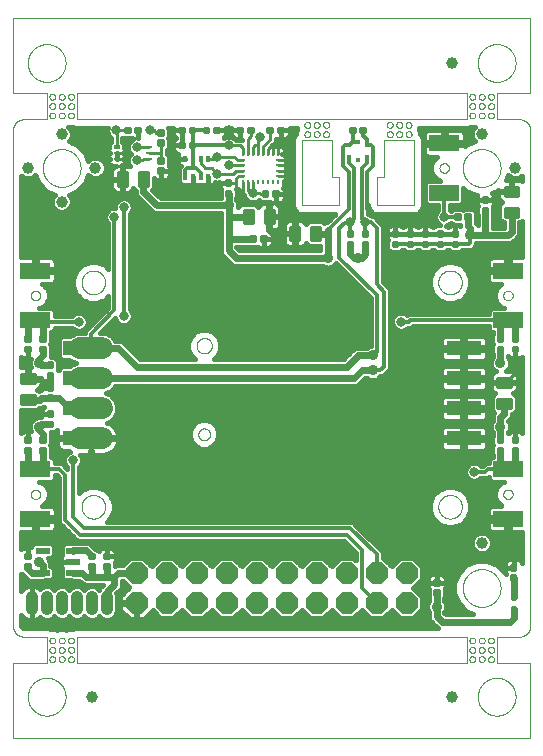
<source format=gtl>
G75*
%MOIN*%
%OFA0B0*%
%FSLAX25Y25*%
%IPPOS*%
%LPD*%
%AMOC8*
5,1,8,0,0,1.08239X$1,22.5*
%
%ADD10C,0.00000*%
%ADD11OC8,0.07400*%
%ADD12C,0.03937*%
%ADD13R,0.10000X0.05300*%
%ADD14C,0.01142*%
%ADD15C,0.01250*%
%ADD16C,0.01000*%
%ADD17C,0.04134*%
%ADD18C,0.07400*%
%ADD19R,0.11811X0.04921*%
%ADD20R,0.01600X0.01600*%
%ADD21R,0.01063X0.01772*%
%ADD22R,0.01772X0.01063*%
%ADD23R,0.01378X0.01969*%
%ADD24R,0.04724X0.02165*%
%ADD25R,0.02165X0.01181*%
%ADD26R,0.02165X0.00984*%
%ADD27C,0.01600*%
%ADD28C,0.02400*%
%ADD29C,0.01200*%
%ADD30C,0.03169*%
%ADD31C,0.03562*%
D10*
X0003000Y0001000D02*
X0175500Y0001000D01*
X0175500Y0026000D01*
X0164250Y0026000D01*
X0164250Y0034750D01*
X0171750Y0034750D01*
X0171870Y0034752D01*
X0171990Y0034758D01*
X0172110Y0034767D01*
X0172230Y0034781D01*
X0172348Y0034798D01*
X0172467Y0034819D01*
X0172584Y0034844D01*
X0172701Y0034873D01*
X0172817Y0034905D01*
X0172932Y0034941D01*
X0173045Y0034981D01*
X0173157Y0035024D01*
X0173268Y0035071D01*
X0173377Y0035121D01*
X0173485Y0035175D01*
X0173590Y0035233D01*
X0173694Y0035293D01*
X0173796Y0035357D01*
X0173895Y0035424D01*
X0173993Y0035495D01*
X0174088Y0035568D01*
X0174181Y0035645D01*
X0174271Y0035724D01*
X0174359Y0035806D01*
X0174444Y0035891D01*
X0174526Y0035979D01*
X0174605Y0036069D01*
X0174682Y0036162D01*
X0174755Y0036257D01*
X0174826Y0036355D01*
X0174893Y0036454D01*
X0174957Y0036556D01*
X0175017Y0036660D01*
X0175075Y0036765D01*
X0175129Y0036873D01*
X0175179Y0036982D01*
X0175226Y0037093D01*
X0175269Y0037205D01*
X0175309Y0037318D01*
X0175345Y0037433D01*
X0175377Y0037549D01*
X0175406Y0037666D01*
X0175431Y0037783D01*
X0175452Y0037902D01*
X0175469Y0038020D01*
X0175483Y0038140D01*
X0175492Y0038260D01*
X0175498Y0038380D01*
X0175500Y0038500D01*
X0175500Y0203500D01*
X0175498Y0203620D01*
X0175492Y0203740D01*
X0175483Y0203860D01*
X0175469Y0203980D01*
X0175452Y0204098D01*
X0175431Y0204217D01*
X0175406Y0204334D01*
X0175377Y0204451D01*
X0175345Y0204567D01*
X0175309Y0204682D01*
X0175269Y0204795D01*
X0175226Y0204907D01*
X0175179Y0205018D01*
X0175129Y0205127D01*
X0175075Y0205235D01*
X0175017Y0205340D01*
X0174957Y0205444D01*
X0174893Y0205546D01*
X0174826Y0205645D01*
X0174755Y0205743D01*
X0174682Y0205838D01*
X0174605Y0205931D01*
X0174526Y0206021D01*
X0174444Y0206109D01*
X0174359Y0206194D01*
X0174271Y0206276D01*
X0174181Y0206355D01*
X0174088Y0206432D01*
X0173993Y0206505D01*
X0173895Y0206576D01*
X0173796Y0206643D01*
X0173694Y0206707D01*
X0173590Y0206767D01*
X0173485Y0206825D01*
X0173377Y0206879D01*
X0173268Y0206929D01*
X0173157Y0206976D01*
X0173045Y0207019D01*
X0172932Y0207059D01*
X0172817Y0207095D01*
X0172701Y0207127D01*
X0172584Y0207156D01*
X0172467Y0207181D01*
X0172348Y0207202D01*
X0172230Y0207219D01*
X0172110Y0207233D01*
X0171990Y0207242D01*
X0171870Y0207248D01*
X0171750Y0207250D01*
X0164250Y0207250D01*
X0164250Y0216000D01*
X0175500Y0216000D01*
X0175500Y0241000D01*
X0003000Y0241000D01*
X0003000Y0216000D01*
X0014250Y0216000D01*
X0014250Y0207250D01*
X0006750Y0207250D01*
X0006630Y0207248D01*
X0006510Y0207242D01*
X0006390Y0207233D01*
X0006270Y0207219D01*
X0006152Y0207202D01*
X0006033Y0207181D01*
X0005916Y0207156D01*
X0005799Y0207127D01*
X0005683Y0207095D01*
X0005568Y0207059D01*
X0005455Y0207019D01*
X0005343Y0206976D01*
X0005232Y0206929D01*
X0005123Y0206879D01*
X0005015Y0206825D01*
X0004910Y0206767D01*
X0004806Y0206707D01*
X0004704Y0206643D01*
X0004605Y0206576D01*
X0004507Y0206505D01*
X0004412Y0206432D01*
X0004319Y0206355D01*
X0004229Y0206276D01*
X0004141Y0206194D01*
X0004056Y0206109D01*
X0003974Y0206021D01*
X0003895Y0205931D01*
X0003818Y0205838D01*
X0003745Y0205743D01*
X0003674Y0205645D01*
X0003607Y0205546D01*
X0003543Y0205444D01*
X0003483Y0205340D01*
X0003425Y0205235D01*
X0003371Y0205127D01*
X0003321Y0205018D01*
X0003274Y0204907D01*
X0003231Y0204795D01*
X0003191Y0204682D01*
X0003155Y0204567D01*
X0003123Y0204451D01*
X0003094Y0204334D01*
X0003069Y0204217D01*
X0003048Y0204098D01*
X0003031Y0203980D01*
X0003017Y0203860D01*
X0003008Y0203740D01*
X0003002Y0203620D01*
X0003000Y0203500D01*
X0003000Y0038500D01*
X0003002Y0038380D01*
X0003008Y0038260D01*
X0003017Y0038140D01*
X0003031Y0038020D01*
X0003048Y0037902D01*
X0003069Y0037783D01*
X0003094Y0037666D01*
X0003123Y0037549D01*
X0003155Y0037433D01*
X0003191Y0037318D01*
X0003231Y0037205D01*
X0003274Y0037093D01*
X0003321Y0036982D01*
X0003371Y0036873D01*
X0003425Y0036765D01*
X0003483Y0036660D01*
X0003543Y0036556D01*
X0003607Y0036454D01*
X0003674Y0036355D01*
X0003745Y0036257D01*
X0003818Y0036162D01*
X0003895Y0036069D01*
X0003974Y0035979D01*
X0004056Y0035891D01*
X0004141Y0035806D01*
X0004229Y0035724D01*
X0004319Y0035645D01*
X0004412Y0035568D01*
X0004507Y0035495D01*
X0004605Y0035424D01*
X0004704Y0035357D01*
X0004806Y0035293D01*
X0004910Y0035233D01*
X0005015Y0035175D01*
X0005123Y0035121D01*
X0005232Y0035071D01*
X0005343Y0035024D01*
X0005455Y0034981D01*
X0005568Y0034941D01*
X0005683Y0034905D01*
X0005799Y0034873D01*
X0005916Y0034844D01*
X0006033Y0034819D01*
X0006152Y0034798D01*
X0006270Y0034781D01*
X0006390Y0034767D01*
X0006510Y0034758D01*
X0006630Y0034752D01*
X0006750Y0034750D01*
X0014250Y0034750D01*
X0014250Y0026000D01*
X0003000Y0026000D01*
X0003000Y0001000D01*
X0007951Y0014750D02*
X0007953Y0014908D01*
X0007959Y0015066D01*
X0007969Y0015224D01*
X0007983Y0015382D01*
X0008001Y0015539D01*
X0008022Y0015696D01*
X0008048Y0015852D01*
X0008078Y0016008D01*
X0008111Y0016163D01*
X0008149Y0016316D01*
X0008190Y0016469D01*
X0008235Y0016621D01*
X0008284Y0016772D01*
X0008337Y0016921D01*
X0008393Y0017069D01*
X0008453Y0017215D01*
X0008517Y0017360D01*
X0008585Y0017503D01*
X0008656Y0017645D01*
X0008730Y0017785D01*
X0008808Y0017922D01*
X0008890Y0018058D01*
X0008974Y0018192D01*
X0009063Y0018323D01*
X0009154Y0018452D01*
X0009249Y0018579D01*
X0009346Y0018704D01*
X0009447Y0018826D01*
X0009551Y0018945D01*
X0009658Y0019062D01*
X0009768Y0019176D01*
X0009881Y0019287D01*
X0009996Y0019396D01*
X0010114Y0019501D01*
X0010235Y0019603D01*
X0010358Y0019703D01*
X0010484Y0019799D01*
X0010612Y0019892D01*
X0010742Y0019982D01*
X0010875Y0020068D01*
X0011010Y0020152D01*
X0011146Y0020231D01*
X0011285Y0020308D01*
X0011426Y0020380D01*
X0011568Y0020450D01*
X0011712Y0020515D01*
X0011858Y0020577D01*
X0012005Y0020635D01*
X0012154Y0020690D01*
X0012304Y0020741D01*
X0012455Y0020788D01*
X0012607Y0020831D01*
X0012760Y0020870D01*
X0012915Y0020906D01*
X0013070Y0020937D01*
X0013226Y0020965D01*
X0013382Y0020989D01*
X0013539Y0021009D01*
X0013697Y0021025D01*
X0013854Y0021037D01*
X0014013Y0021045D01*
X0014171Y0021049D01*
X0014329Y0021049D01*
X0014487Y0021045D01*
X0014646Y0021037D01*
X0014803Y0021025D01*
X0014961Y0021009D01*
X0015118Y0020989D01*
X0015274Y0020965D01*
X0015430Y0020937D01*
X0015585Y0020906D01*
X0015740Y0020870D01*
X0015893Y0020831D01*
X0016045Y0020788D01*
X0016196Y0020741D01*
X0016346Y0020690D01*
X0016495Y0020635D01*
X0016642Y0020577D01*
X0016788Y0020515D01*
X0016932Y0020450D01*
X0017074Y0020380D01*
X0017215Y0020308D01*
X0017354Y0020231D01*
X0017490Y0020152D01*
X0017625Y0020068D01*
X0017758Y0019982D01*
X0017888Y0019892D01*
X0018016Y0019799D01*
X0018142Y0019703D01*
X0018265Y0019603D01*
X0018386Y0019501D01*
X0018504Y0019396D01*
X0018619Y0019287D01*
X0018732Y0019176D01*
X0018842Y0019062D01*
X0018949Y0018945D01*
X0019053Y0018826D01*
X0019154Y0018704D01*
X0019251Y0018579D01*
X0019346Y0018452D01*
X0019437Y0018323D01*
X0019526Y0018192D01*
X0019610Y0018058D01*
X0019692Y0017922D01*
X0019770Y0017785D01*
X0019844Y0017645D01*
X0019915Y0017503D01*
X0019983Y0017360D01*
X0020047Y0017215D01*
X0020107Y0017069D01*
X0020163Y0016921D01*
X0020216Y0016772D01*
X0020265Y0016621D01*
X0020310Y0016469D01*
X0020351Y0016316D01*
X0020389Y0016163D01*
X0020422Y0016008D01*
X0020452Y0015852D01*
X0020478Y0015696D01*
X0020499Y0015539D01*
X0020517Y0015382D01*
X0020531Y0015224D01*
X0020541Y0015066D01*
X0020547Y0014908D01*
X0020549Y0014750D01*
X0020547Y0014592D01*
X0020541Y0014434D01*
X0020531Y0014276D01*
X0020517Y0014118D01*
X0020499Y0013961D01*
X0020478Y0013804D01*
X0020452Y0013648D01*
X0020422Y0013492D01*
X0020389Y0013337D01*
X0020351Y0013184D01*
X0020310Y0013031D01*
X0020265Y0012879D01*
X0020216Y0012728D01*
X0020163Y0012579D01*
X0020107Y0012431D01*
X0020047Y0012285D01*
X0019983Y0012140D01*
X0019915Y0011997D01*
X0019844Y0011855D01*
X0019770Y0011715D01*
X0019692Y0011578D01*
X0019610Y0011442D01*
X0019526Y0011308D01*
X0019437Y0011177D01*
X0019346Y0011048D01*
X0019251Y0010921D01*
X0019154Y0010796D01*
X0019053Y0010674D01*
X0018949Y0010555D01*
X0018842Y0010438D01*
X0018732Y0010324D01*
X0018619Y0010213D01*
X0018504Y0010104D01*
X0018386Y0009999D01*
X0018265Y0009897D01*
X0018142Y0009797D01*
X0018016Y0009701D01*
X0017888Y0009608D01*
X0017758Y0009518D01*
X0017625Y0009432D01*
X0017490Y0009348D01*
X0017354Y0009269D01*
X0017215Y0009192D01*
X0017074Y0009120D01*
X0016932Y0009050D01*
X0016788Y0008985D01*
X0016642Y0008923D01*
X0016495Y0008865D01*
X0016346Y0008810D01*
X0016196Y0008759D01*
X0016045Y0008712D01*
X0015893Y0008669D01*
X0015740Y0008630D01*
X0015585Y0008594D01*
X0015430Y0008563D01*
X0015274Y0008535D01*
X0015118Y0008511D01*
X0014961Y0008491D01*
X0014803Y0008475D01*
X0014646Y0008463D01*
X0014487Y0008455D01*
X0014329Y0008451D01*
X0014171Y0008451D01*
X0014013Y0008455D01*
X0013854Y0008463D01*
X0013697Y0008475D01*
X0013539Y0008491D01*
X0013382Y0008511D01*
X0013226Y0008535D01*
X0013070Y0008563D01*
X0012915Y0008594D01*
X0012760Y0008630D01*
X0012607Y0008669D01*
X0012455Y0008712D01*
X0012304Y0008759D01*
X0012154Y0008810D01*
X0012005Y0008865D01*
X0011858Y0008923D01*
X0011712Y0008985D01*
X0011568Y0009050D01*
X0011426Y0009120D01*
X0011285Y0009192D01*
X0011146Y0009269D01*
X0011010Y0009348D01*
X0010875Y0009432D01*
X0010742Y0009518D01*
X0010612Y0009608D01*
X0010484Y0009701D01*
X0010358Y0009797D01*
X0010235Y0009897D01*
X0010114Y0009999D01*
X0009996Y0010104D01*
X0009881Y0010213D01*
X0009768Y0010324D01*
X0009658Y0010438D01*
X0009551Y0010555D01*
X0009447Y0010674D01*
X0009346Y0010796D01*
X0009249Y0010921D01*
X0009154Y0011048D01*
X0009063Y0011177D01*
X0008974Y0011308D01*
X0008890Y0011442D01*
X0008808Y0011578D01*
X0008730Y0011715D01*
X0008656Y0011855D01*
X0008585Y0011997D01*
X0008517Y0012140D01*
X0008453Y0012285D01*
X0008393Y0012431D01*
X0008337Y0012579D01*
X0008284Y0012728D01*
X0008235Y0012879D01*
X0008190Y0013031D01*
X0008149Y0013184D01*
X0008111Y0013337D01*
X0008078Y0013492D01*
X0008048Y0013648D01*
X0008022Y0013804D01*
X0008001Y0013961D01*
X0007983Y0014118D01*
X0007969Y0014276D01*
X0007959Y0014434D01*
X0007953Y0014592D01*
X0007951Y0014750D01*
X0015141Y0027250D02*
X0015143Y0027312D01*
X0015149Y0027375D01*
X0015159Y0027436D01*
X0015173Y0027497D01*
X0015190Y0027557D01*
X0015211Y0027616D01*
X0015237Y0027673D01*
X0015265Y0027728D01*
X0015297Y0027782D01*
X0015333Y0027833D01*
X0015371Y0027883D01*
X0015413Y0027929D01*
X0015457Y0027973D01*
X0015505Y0028014D01*
X0015554Y0028052D01*
X0015606Y0028086D01*
X0015660Y0028117D01*
X0015716Y0028145D01*
X0015774Y0028169D01*
X0015833Y0028190D01*
X0015893Y0028206D01*
X0015954Y0028219D01*
X0016016Y0028228D01*
X0016078Y0028233D01*
X0016141Y0028234D01*
X0016203Y0028231D01*
X0016265Y0028224D01*
X0016327Y0028213D01*
X0016387Y0028198D01*
X0016447Y0028180D01*
X0016505Y0028158D01*
X0016562Y0028132D01*
X0016617Y0028102D01*
X0016670Y0028069D01*
X0016721Y0028033D01*
X0016769Y0027994D01*
X0016815Y0027951D01*
X0016858Y0027906D01*
X0016898Y0027858D01*
X0016935Y0027808D01*
X0016969Y0027755D01*
X0017000Y0027701D01*
X0017026Y0027645D01*
X0017050Y0027587D01*
X0017069Y0027527D01*
X0017085Y0027467D01*
X0017097Y0027405D01*
X0017105Y0027344D01*
X0017109Y0027281D01*
X0017109Y0027219D01*
X0017105Y0027156D01*
X0017097Y0027095D01*
X0017085Y0027033D01*
X0017069Y0026973D01*
X0017050Y0026913D01*
X0017026Y0026855D01*
X0017000Y0026799D01*
X0016969Y0026745D01*
X0016935Y0026692D01*
X0016898Y0026642D01*
X0016858Y0026594D01*
X0016815Y0026549D01*
X0016769Y0026506D01*
X0016721Y0026467D01*
X0016670Y0026431D01*
X0016617Y0026398D01*
X0016562Y0026368D01*
X0016505Y0026342D01*
X0016447Y0026320D01*
X0016387Y0026302D01*
X0016327Y0026287D01*
X0016265Y0026276D01*
X0016203Y0026269D01*
X0016141Y0026266D01*
X0016078Y0026267D01*
X0016016Y0026272D01*
X0015954Y0026281D01*
X0015893Y0026294D01*
X0015833Y0026310D01*
X0015774Y0026331D01*
X0015716Y0026355D01*
X0015660Y0026383D01*
X0015606Y0026414D01*
X0015554Y0026448D01*
X0015505Y0026486D01*
X0015457Y0026527D01*
X0015413Y0026571D01*
X0015371Y0026617D01*
X0015333Y0026667D01*
X0015297Y0026718D01*
X0015265Y0026772D01*
X0015237Y0026827D01*
X0015211Y0026884D01*
X0015190Y0026943D01*
X0015173Y0027003D01*
X0015159Y0027064D01*
X0015149Y0027125D01*
X0015143Y0027188D01*
X0015141Y0027250D01*
X0015141Y0030375D02*
X0015143Y0030437D01*
X0015149Y0030500D01*
X0015159Y0030561D01*
X0015173Y0030622D01*
X0015190Y0030682D01*
X0015211Y0030741D01*
X0015237Y0030798D01*
X0015265Y0030853D01*
X0015297Y0030907D01*
X0015333Y0030958D01*
X0015371Y0031008D01*
X0015413Y0031054D01*
X0015457Y0031098D01*
X0015505Y0031139D01*
X0015554Y0031177D01*
X0015606Y0031211D01*
X0015660Y0031242D01*
X0015716Y0031270D01*
X0015774Y0031294D01*
X0015833Y0031315D01*
X0015893Y0031331D01*
X0015954Y0031344D01*
X0016016Y0031353D01*
X0016078Y0031358D01*
X0016141Y0031359D01*
X0016203Y0031356D01*
X0016265Y0031349D01*
X0016327Y0031338D01*
X0016387Y0031323D01*
X0016447Y0031305D01*
X0016505Y0031283D01*
X0016562Y0031257D01*
X0016617Y0031227D01*
X0016670Y0031194D01*
X0016721Y0031158D01*
X0016769Y0031119D01*
X0016815Y0031076D01*
X0016858Y0031031D01*
X0016898Y0030983D01*
X0016935Y0030933D01*
X0016969Y0030880D01*
X0017000Y0030826D01*
X0017026Y0030770D01*
X0017050Y0030712D01*
X0017069Y0030652D01*
X0017085Y0030592D01*
X0017097Y0030530D01*
X0017105Y0030469D01*
X0017109Y0030406D01*
X0017109Y0030344D01*
X0017105Y0030281D01*
X0017097Y0030220D01*
X0017085Y0030158D01*
X0017069Y0030098D01*
X0017050Y0030038D01*
X0017026Y0029980D01*
X0017000Y0029924D01*
X0016969Y0029870D01*
X0016935Y0029817D01*
X0016898Y0029767D01*
X0016858Y0029719D01*
X0016815Y0029674D01*
X0016769Y0029631D01*
X0016721Y0029592D01*
X0016670Y0029556D01*
X0016617Y0029523D01*
X0016562Y0029493D01*
X0016505Y0029467D01*
X0016447Y0029445D01*
X0016387Y0029427D01*
X0016327Y0029412D01*
X0016265Y0029401D01*
X0016203Y0029394D01*
X0016141Y0029391D01*
X0016078Y0029392D01*
X0016016Y0029397D01*
X0015954Y0029406D01*
X0015893Y0029419D01*
X0015833Y0029435D01*
X0015774Y0029456D01*
X0015716Y0029480D01*
X0015660Y0029508D01*
X0015606Y0029539D01*
X0015554Y0029573D01*
X0015505Y0029611D01*
X0015457Y0029652D01*
X0015413Y0029696D01*
X0015371Y0029742D01*
X0015333Y0029792D01*
X0015297Y0029843D01*
X0015265Y0029897D01*
X0015237Y0029952D01*
X0015211Y0030009D01*
X0015190Y0030068D01*
X0015173Y0030128D01*
X0015159Y0030189D01*
X0015149Y0030250D01*
X0015143Y0030313D01*
X0015141Y0030375D01*
X0015141Y0033500D02*
X0015143Y0033562D01*
X0015149Y0033625D01*
X0015159Y0033686D01*
X0015173Y0033747D01*
X0015190Y0033807D01*
X0015211Y0033866D01*
X0015237Y0033923D01*
X0015265Y0033978D01*
X0015297Y0034032D01*
X0015333Y0034083D01*
X0015371Y0034133D01*
X0015413Y0034179D01*
X0015457Y0034223D01*
X0015505Y0034264D01*
X0015554Y0034302D01*
X0015606Y0034336D01*
X0015660Y0034367D01*
X0015716Y0034395D01*
X0015774Y0034419D01*
X0015833Y0034440D01*
X0015893Y0034456D01*
X0015954Y0034469D01*
X0016016Y0034478D01*
X0016078Y0034483D01*
X0016141Y0034484D01*
X0016203Y0034481D01*
X0016265Y0034474D01*
X0016327Y0034463D01*
X0016387Y0034448D01*
X0016447Y0034430D01*
X0016505Y0034408D01*
X0016562Y0034382D01*
X0016617Y0034352D01*
X0016670Y0034319D01*
X0016721Y0034283D01*
X0016769Y0034244D01*
X0016815Y0034201D01*
X0016858Y0034156D01*
X0016898Y0034108D01*
X0016935Y0034058D01*
X0016969Y0034005D01*
X0017000Y0033951D01*
X0017026Y0033895D01*
X0017050Y0033837D01*
X0017069Y0033777D01*
X0017085Y0033717D01*
X0017097Y0033655D01*
X0017105Y0033594D01*
X0017109Y0033531D01*
X0017109Y0033469D01*
X0017105Y0033406D01*
X0017097Y0033345D01*
X0017085Y0033283D01*
X0017069Y0033223D01*
X0017050Y0033163D01*
X0017026Y0033105D01*
X0017000Y0033049D01*
X0016969Y0032995D01*
X0016935Y0032942D01*
X0016898Y0032892D01*
X0016858Y0032844D01*
X0016815Y0032799D01*
X0016769Y0032756D01*
X0016721Y0032717D01*
X0016670Y0032681D01*
X0016617Y0032648D01*
X0016562Y0032618D01*
X0016505Y0032592D01*
X0016447Y0032570D01*
X0016387Y0032552D01*
X0016327Y0032537D01*
X0016265Y0032526D01*
X0016203Y0032519D01*
X0016141Y0032516D01*
X0016078Y0032517D01*
X0016016Y0032522D01*
X0015954Y0032531D01*
X0015893Y0032544D01*
X0015833Y0032560D01*
X0015774Y0032581D01*
X0015716Y0032605D01*
X0015660Y0032633D01*
X0015606Y0032664D01*
X0015554Y0032698D01*
X0015505Y0032736D01*
X0015457Y0032777D01*
X0015413Y0032821D01*
X0015371Y0032867D01*
X0015333Y0032917D01*
X0015297Y0032968D01*
X0015265Y0033022D01*
X0015237Y0033077D01*
X0015211Y0033134D01*
X0015190Y0033193D01*
X0015173Y0033253D01*
X0015159Y0033314D01*
X0015149Y0033375D01*
X0015143Y0033438D01*
X0015141Y0033500D01*
X0018266Y0033500D02*
X0018268Y0033562D01*
X0018274Y0033625D01*
X0018284Y0033686D01*
X0018298Y0033747D01*
X0018315Y0033807D01*
X0018336Y0033866D01*
X0018362Y0033923D01*
X0018390Y0033978D01*
X0018422Y0034032D01*
X0018458Y0034083D01*
X0018496Y0034133D01*
X0018538Y0034179D01*
X0018582Y0034223D01*
X0018630Y0034264D01*
X0018679Y0034302D01*
X0018731Y0034336D01*
X0018785Y0034367D01*
X0018841Y0034395D01*
X0018899Y0034419D01*
X0018958Y0034440D01*
X0019018Y0034456D01*
X0019079Y0034469D01*
X0019141Y0034478D01*
X0019203Y0034483D01*
X0019266Y0034484D01*
X0019328Y0034481D01*
X0019390Y0034474D01*
X0019452Y0034463D01*
X0019512Y0034448D01*
X0019572Y0034430D01*
X0019630Y0034408D01*
X0019687Y0034382D01*
X0019742Y0034352D01*
X0019795Y0034319D01*
X0019846Y0034283D01*
X0019894Y0034244D01*
X0019940Y0034201D01*
X0019983Y0034156D01*
X0020023Y0034108D01*
X0020060Y0034058D01*
X0020094Y0034005D01*
X0020125Y0033951D01*
X0020151Y0033895D01*
X0020175Y0033837D01*
X0020194Y0033777D01*
X0020210Y0033717D01*
X0020222Y0033655D01*
X0020230Y0033594D01*
X0020234Y0033531D01*
X0020234Y0033469D01*
X0020230Y0033406D01*
X0020222Y0033345D01*
X0020210Y0033283D01*
X0020194Y0033223D01*
X0020175Y0033163D01*
X0020151Y0033105D01*
X0020125Y0033049D01*
X0020094Y0032995D01*
X0020060Y0032942D01*
X0020023Y0032892D01*
X0019983Y0032844D01*
X0019940Y0032799D01*
X0019894Y0032756D01*
X0019846Y0032717D01*
X0019795Y0032681D01*
X0019742Y0032648D01*
X0019687Y0032618D01*
X0019630Y0032592D01*
X0019572Y0032570D01*
X0019512Y0032552D01*
X0019452Y0032537D01*
X0019390Y0032526D01*
X0019328Y0032519D01*
X0019266Y0032516D01*
X0019203Y0032517D01*
X0019141Y0032522D01*
X0019079Y0032531D01*
X0019018Y0032544D01*
X0018958Y0032560D01*
X0018899Y0032581D01*
X0018841Y0032605D01*
X0018785Y0032633D01*
X0018731Y0032664D01*
X0018679Y0032698D01*
X0018630Y0032736D01*
X0018582Y0032777D01*
X0018538Y0032821D01*
X0018496Y0032867D01*
X0018458Y0032917D01*
X0018422Y0032968D01*
X0018390Y0033022D01*
X0018362Y0033077D01*
X0018336Y0033134D01*
X0018315Y0033193D01*
X0018298Y0033253D01*
X0018284Y0033314D01*
X0018274Y0033375D01*
X0018268Y0033438D01*
X0018266Y0033500D01*
X0018266Y0030375D02*
X0018268Y0030437D01*
X0018274Y0030500D01*
X0018284Y0030561D01*
X0018298Y0030622D01*
X0018315Y0030682D01*
X0018336Y0030741D01*
X0018362Y0030798D01*
X0018390Y0030853D01*
X0018422Y0030907D01*
X0018458Y0030958D01*
X0018496Y0031008D01*
X0018538Y0031054D01*
X0018582Y0031098D01*
X0018630Y0031139D01*
X0018679Y0031177D01*
X0018731Y0031211D01*
X0018785Y0031242D01*
X0018841Y0031270D01*
X0018899Y0031294D01*
X0018958Y0031315D01*
X0019018Y0031331D01*
X0019079Y0031344D01*
X0019141Y0031353D01*
X0019203Y0031358D01*
X0019266Y0031359D01*
X0019328Y0031356D01*
X0019390Y0031349D01*
X0019452Y0031338D01*
X0019512Y0031323D01*
X0019572Y0031305D01*
X0019630Y0031283D01*
X0019687Y0031257D01*
X0019742Y0031227D01*
X0019795Y0031194D01*
X0019846Y0031158D01*
X0019894Y0031119D01*
X0019940Y0031076D01*
X0019983Y0031031D01*
X0020023Y0030983D01*
X0020060Y0030933D01*
X0020094Y0030880D01*
X0020125Y0030826D01*
X0020151Y0030770D01*
X0020175Y0030712D01*
X0020194Y0030652D01*
X0020210Y0030592D01*
X0020222Y0030530D01*
X0020230Y0030469D01*
X0020234Y0030406D01*
X0020234Y0030344D01*
X0020230Y0030281D01*
X0020222Y0030220D01*
X0020210Y0030158D01*
X0020194Y0030098D01*
X0020175Y0030038D01*
X0020151Y0029980D01*
X0020125Y0029924D01*
X0020094Y0029870D01*
X0020060Y0029817D01*
X0020023Y0029767D01*
X0019983Y0029719D01*
X0019940Y0029674D01*
X0019894Y0029631D01*
X0019846Y0029592D01*
X0019795Y0029556D01*
X0019742Y0029523D01*
X0019687Y0029493D01*
X0019630Y0029467D01*
X0019572Y0029445D01*
X0019512Y0029427D01*
X0019452Y0029412D01*
X0019390Y0029401D01*
X0019328Y0029394D01*
X0019266Y0029391D01*
X0019203Y0029392D01*
X0019141Y0029397D01*
X0019079Y0029406D01*
X0019018Y0029419D01*
X0018958Y0029435D01*
X0018899Y0029456D01*
X0018841Y0029480D01*
X0018785Y0029508D01*
X0018731Y0029539D01*
X0018679Y0029573D01*
X0018630Y0029611D01*
X0018582Y0029652D01*
X0018538Y0029696D01*
X0018496Y0029742D01*
X0018458Y0029792D01*
X0018422Y0029843D01*
X0018390Y0029897D01*
X0018362Y0029952D01*
X0018336Y0030009D01*
X0018315Y0030068D01*
X0018298Y0030128D01*
X0018284Y0030189D01*
X0018274Y0030250D01*
X0018268Y0030313D01*
X0018266Y0030375D01*
X0018266Y0027250D02*
X0018268Y0027312D01*
X0018274Y0027375D01*
X0018284Y0027436D01*
X0018298Y0027497D01*
X0018315Y0027557D01*
X0018336Y0027616D01*
X0018362Y0027673D01*
X0018390Y0027728D01*
X0018422Y0027782D01*
X0018458Y0027833D01*
X0018496Y0027883D01*
X0018538Y0027929D01*
X0018582Y0027973D01*
X0018630Y0028014D01*
X0018679Y0028052D01*
X0018731Y0028086D01*
X0018785Y0028117D01*
X0018841Y0028145D01*
X0018899Y0028169D01*
X0018958Y0028190D01*
X0019018Y0028206D01*
X0019079Y0028219D01*
X0019141Y0028228D01*
X0019203Y0028233D01*
X0019266Y0028234D01*
X0019328Y0028231D01*
X0019390Y0028224D01*
X0019452Y0028213D01*
X0019512Y0028198D01*
X0019572Y0028180D01*
X0019630Y0028158D01*
X0019687Y0028132D01*
X0019742Y0028102D01*
X0019795Y0028069D01*
X0019846Y0028033D01*
X0019894Y0027994D01*
X0019940Y0027951D01*
X0019983Y0027906D01*
X0020023Y0027858D01*
X0020060Y0027808D01*
X0020094Y0027755D01*
X0020125Y0027701D01*
X0020151Y0027645D01*
X0020175Y0027587D01*
X0020194Y0027527D01*
X0020210Y0027467D01*
X0020222Y0027405D01*
X0020230Y0027344D01*
X0020234Y0027281D01*
X0020234Y0027219D01*
X0020230Y0027156D01*
X0020222Y0027095D01*
X0020210Y0027033D01*
X0020194Y0026973D01*
X0020175Y0026913D01*
X0020151Y0026855D01*
X0020125Y0026799D01*
X0020094Y0026745D01*
X0020060Y0026692D01*
X0020023Y0026642D01*
X0019983Y0026594D01*
X0019940Y0026549D01*
X0019894Y0026506D01*
X0019846Y0026467D01*
X0019795Y0026431D01*
X0019742Y0026398D01*
X0019687Y0026368D01*
X0019630Y0026342D01*
X0019572Y0026320D01*
X0019512Y0026302D01*
X0019452Y0026287D01*
X0019390Y0026276D01*
X0019328Y0026269D01*
X0019266Y0026266D01*
X0019203Y0026267D01*
X0019141Y0026272D01*
X0019079Y0026281D01*
X0019018Y0026294D01*
X0018958Y0026310D01*
X0018899Y0026331D01*
X0018841Y0026355D01*
X0018785Y0026383D01*
X0018731Y0026414D01*
X0018679Y0026448D01*
X0018630Y0026486D01*
X0018582Y0026527D01*
X0018538Y0026571D01*
X0018496Y0026617D01*
X0018458Y0026667D01*
X0018422Y0026718D01*
X0018390Y0026772D01*
X0018362Y0026827D01*
X0018336Y0026884D01*
X0018315Y0026943D01*
X0018298Y0027003D01*
X0018284Y0027064D01*
X0018274Y0027125D01*
X0018268Y0027188D01*
X0018266Y0027250D01*
X0021391Y0027250D02*
X0021393Y0027312D01*
X0021399Y0027375D01*
X0021409Y0027436D01*
X0021423Y0027497D01*
X0021440Y0027557D01*
X0021461Y0027616D01*
X0021487Y0027673D01*
X0021515Y0027728D01*
X0021547Y0027782D01*
X0021583Y0027833D01*
X0021621Y0027883D01*
X0021663Y0027929D01*
X0021707Y0027973D01*
X0021755Y0028014D01*
X0021804Y0028052D01*
X0021856Y0028086D01*
X0021910Y0028117D01*
X0021966Y0028145D01*
X0022024Y0028169D01*
X0022083Y0028190D01*
X0022143Y0028206D01*
X0022204Y0028219D01*
X0022266Y0028228D01*
X0022328Y0028233D01*
X0022391Y0028234D01*
X0022453Y0028231D01*
X0022515Y0028224D01*
X0022577Y0028213D01*
X0022637Y0028198D01*
X0022697Y0028180D01*
X0022755Y0028158D01*
X0022812Y0028132D01*
X0022867Y0028102D01*
X0022920Y0028069D01*
X0022971Y0028033D01*
X0023019Y0027994D01*
X0023065Y0027951D01*
X0023108Y0027906D01*
X0023148Y0027858D01*
X0023185Y0027808D01*
X0023219Y0027755D01*
X0023250Y0027701D01*
X0023276Y0027645D01*
X0023300Y0027587D01*
X0023319Y0027527D01*
X0023335Y0027467D01*
X0023347Y0027405D01*
X0023355Y0027344D01*
X0023359Y0027281D01*
X0023359Y0027219D01*
X0023355Y0027156D01*
X0023347Y0027095D01*
X0023335Y0027033D01*
X0023319Y0026973D01*
X0023300Y0026913D01*
X0023276Y0026855D01*
X0023250Y0026799D01*
X0023219Y0026745D01*
X0023185Y0026692D01*
X0023148Y0026642D01*
X0023108Y0026594D01*
X0023065Y0026549D01*
X0023019Y0026506D01*
X0022971Y0026467D01*
X0022920Y0026431D01*
X0022867Y0026398D01*
X0022812Y0026368D01*
X0022755Y0026342D01*
X0022697Y0026320D01*
X0022637Y0026302D01*
X0022577Y0026287D01*
X0022515Y0026276D01*
X0022453Y0026269D01*
X0022391Y0026266D01*
X0022328Y0026267D01*
X0022266Y0026272D01*
X0022204Y0026281D01*
X0022143Y0026294D01*
X0022083Y0026310D01*
X0022024Y0026331D01*
X0021966Y0026355D01*
X0021910Y0026383D01*
X0021856Y0026414D01*
X0021804Y0026448D01*
X0021755Y0026486D01*
X0021707Y0026527D01*
X0021663Y0026571D01*
X0021621Y0026617D01*
X0021583Y0026667D01*
X0021547Y0026718D01*
X0021515Y0026772D01*
X0021487Y0026827D01*
X0021461Y0026884D01*
X0021440Y0026943D01*
X0021423Y0027003D01*
X0021409Y0027064D01*
X0021399Y0027125D01*
X0021393Y0027188D01*
X0021391Y0027250D01*
X0024250Y0026000D02*
X0154250Y0026000D01*
X0154250Y0034750D01*
X0024250Y0034750D01*
X0024250Y0026000D01*
X0021391Y0030375D02*
X0021393Y0030437D01*
X0021399Y0030500D01*
X0021409Y0030561D01*
X0021423Y0030622D01*
X0021440Y0030682D01*
X0021461Y0030741D01*
X0021487Y0030798D01*
X0021515Y0030853D01*
X0021547Y0030907D01*
X0021583Y0030958D01*
X0021621Y0031008D01*
X0021663Y0031054D01*
X0021707Y0031098D01*
X0021755Y0031139D01*
X0021804Y0031177D01*
X0021856Y0031211D01*
X0021910Y0031242D01*
X0021966Y0031270D01*
X0022024Y0031294D01*
X0022083Y0031315D01*
X0022143Y0031331D01*
X0022204Y0031344D01*
X0022266Y0031353D01*
X0022328Y0031358D01*
X0022391Y0031359D01*
X0022453Y0031356D01*
X0022515Y0031349D01*
X0022577Y0031338D01*
X0022637Y0031323D01*
X0022697Y0031305D01*
X0022755Y0031283D01*
X0022812Y0031257D01*
X0022867Y0031227D01*
X0022920Y0031194D01*
X0022971Y0031158D01*
X0023019Y0031119D01*
X0023065Y0031076D01*
X0023108Y0031031D01*
X0023148Y0030983D01*
X0023185Y0030933D01*
X0023219Y0030880D01*
X0023250Y0030826D01*
X0023276Y0030770D01*
X0023300Y0030712D01*
X0023319Y0030652D01*
X0023335Y0030592D01*
X0023347Y0030530D01*
X0023355Y0030469D01*
X0023359Y0030406D01*
X0023359Y0030344D01*
X0023355Y0030281D01*
X0023347Y0030220D01*
X0023335Y0030158D01*
X0023319Y0030098D01*
X0023300Y0030038D01*
X0023276Y0029980D01*
X0023250Y0029924D01*
X0023219Y0029870D01*
X0023185Y0029817D01*
X0023148Y0029767D01*
X0023108Y0029719D01*
X0023065Y0029674D01*
X0023019Y0029631D01*
X0022971Y0029592D01*
X0022920Y0029556D01*
X0022867Y0029523D01*
X0022812Y0029493D01*
X0022755Y0029467D01*
X0022697Y0029445D01*
X0022637Y0029427D01*
X0022577Y0029412D01*
X0022515Y0029401D01*
X0022453Y0029394D01*
X0022391Y0029391D01*
X0022328Y0029392D01*
X0022266Y0029397D01*
X0022204Y0029406D01*
X0022143Y0029419D01*
X0022083Y0029435D01*
X0022024Y0029456D01*
X0021966Y0029480D01*
X0021910Y0029508D01*
X0021856Y0029539D01*
X0021804Y0029573D01*
X0021755Y0029611D01*
X0021707Y0029652D01*
X0021663Y0029696D01*
X0021621Y0029742D01*
X0021583Y0029792D01*
X0021547Y0029843D01*
X0021515Y0029897D01*
X0021487Y0029952D01*
X0021461Y0030009D01*
X0021440Y0030068D01*
X0021423Y0030128D01*
X0021409Y0030189D01*
X0021399Y0030250D01*
X0021393Y0030313D01*
X0021391Y0030375D01*
X0021391Y0033500D02*
X0021393Y0033562D01*
X0021399Y0033625D01*
X0021409Y0033686D01*
X0021423Y0033747D01*
X0021440Y0033807D01*
X0021461Y0033866D01*
X0021487Y0033923D01*
X0021515Y0033978D01*
X0021547Y0034032D01*
X0021583Y0034083D01*
X0021621Y0034133D01*
X0021663Y0034179D01*
X0021707Y0034223D01*
X0021755Y0034264D01*
X0021804Y0034302D01*
X0021856Y0034336D01*
X0021910Y0034367D01*
X0021966Y0034395D01*
X0022024Y0034419D01*
X0022083Y0034440D01*
X0022143Y0034456D01*
X0022204Y0034469D01*
X0022266Y0034478D01*
X0022328Y0034483D01*
X0022391Y0034484D01*
X0022453Y0034481D01*
X0022515Y0034474D01*
X0022577Y0034463D01*
X0022637Y0034448D01*
X0022697Y0034430D01*
X0022755Y0034408D01*
X0022812Y0034382D01*
X0022867Y0034352D01*
X0022920Y0034319D01*
X0022971Y0034283D01*
X0023019Y0034244D01*
X0023065Y0034201D01*
X0023108Y0034156D01*
X0023148Y0034108D01*
X0023185Y0034058D01*
X0023219Y0034005D01*
X0023250Y0033951D01*
X0023276Y0033895D01*
X0023300Y0033837D01*
X0023319Y0033777D01*
X0023335Y0033717D01*
X0023347Y0033655D01*
X0023355Y0033594D01*
X0023359Y0033531D01*
X0023359Y0033469D01*
X0023355Y0033406D01*
X0023347Y0033345D01*
X0023335Y0033283D01*
X0023319Y0033223D01*
X0023300Y0033163D01*
X0023276Y0033105D01*
X0023250Y0033049D01*
X0023219Y0032995D01*
X0023185Y0032942D01*
X0023148Y0032892D01*
X0023108Y0032844D01*
X0023065Y0032799D01*
X0023019Y0032756D01*
X0022971Y0032717D01*
X0022920Y0032681D01*
X0022867Y0032648D01*
X0022812Y0032618D01*
X0022755Y0032592D01*
X0022697Y0032570D01*
X0022637Y0032552D01*
X0022577Y0032537D01*
X0022515Y0032526D01*
X0022453Y0032519D01*
X0022391Y0032516D01*
X0022328Y0032517D01*
X0022266Y0032522D01*
X0022204Y0032531D01*
X0022143Y0032544D01*
X0022083Y0032560D01*
X0022024Y0032581D01*
X0021966Y0032605D01*
X0021910Y0032633D01*
X0021856Y0032664D01*
X0021804Y0032698D01*
X0021755Y0032736D01*
X0021707Y0032777D01*
X0021663Y0032821D01*
X0021621Y0032867D01*
X0021583Y0032917D01*
X0021547Y0032968D01*
X0021515Y0033022D01*
X0021487Y0033077D01*
X0021461Y0033134D01*
X0021440Y0033193D01*
X0021423Y0033253D01*
X0021409Y0033314D01*
X0021399Y0033375D01*
X0021393Y0033438D01*
X0021391Y0033500D01*
X0025860Y0078070D02*
X0025862Y0078195D01*
X0025868Y0078320D01*
X0025878Y0078444D01*
X0025892Y0078568D01*
X0025909Y0078692D01*
X0025931Y0078815D01*
X0025957Y0078937D01*
X0025986Y0079059D01*
X0026019Y0079179D01*
X0026057Y0079298D01*
X0026097Y0079417D01*
X0026142Y0079533D01*
X0026190Y0079648D01*
X0026242Y0079762D01*
X0026298Y0079874D01*
X0026357Y0079984D01*
X0026419Y0080092D01*
X0026485Y0080199D01*
X0026554Y0080303D01*
X0026627Y0080404D01*
X0026702Y0080504D01*
X0026781Y0080601D01*
X0026863Y0080695D01*
X0026948Y0080787D01*
X0027035Y0080876D01*
X0027126Y0080962D01*
X0027219Y0081045D01*
X0027315Y0081126D01*
X0027413Y0081203D01*
X0027513Y0081277D01*
X0027616Y0081348D01*
X0027721Y0081415D01*
X0027829Y0081480D01*
X0027938Y0081540D01*
X0028049Y0081598D01*
X0028162Y0081651D01*
X0028276Y0081701D01*
X0028392Y0081748D01*
X0028509Y0081790D01*
X0028628Y0081829D01*
X0028748Y0081865D01*
X0028869Y0081896D01*
X0028991Y0081924D01*
X0029113Y0081947D01*
X0029237Y0081967D01*
X0029361Y0081983D01*
X0029485Y0081995D01*
X0029610Y0082003D01*
X0029735Y0082007D01*
X0029859Y0082007D01*
X0029984Y0082003D01*
X0030109Y0081995D01*
X0030233Y0081983D01*
X0030357Y0081967D01*
X0030481Y0081947D01*
X0030603Y0081924D01*
X0030725Y0081896D01*
X0030846Y0081865D01*
X0030966Y0081829D01*
X0031085Y0081790D01*
X0031202Y0081748D01*
X0031318Y0081701D01*
X0031432Y0081651D01*
X0031545Y0081598D01*
X0031656Y0081540D01*
X0031766Y0081480D01*
X0031873Y0081415D01*
X0031978Y0081348D01*
X0032081Y0081277D01*
X0032181Y0081203D01*
X0032279Y0081126D01*
X0032375Y0081045D01*
X0032468Y0080962D01*
X0032559Y0080876D01*
X0032646Y0080787D01*
X0032731Y0080695D01*
X0032813Y0080601D01*
X0032892Y0080504D01*
X0032967Y0080404D01*
X0033040Y0080303D01*
X0033109Y0080199D01*
X0033175Y0080092D01*
X0033237Y0079984D01*
X0033296Y0079874D01*
X0033352Y0079762D01*
X0033404Y0079648D01*
X0033452Y0079533D01*
X0033497Y0079417D01*
X0033537Y0079298D01*
X0033575Y0079179D01*
X0033608Y0079059D01*
X0033637Y0078937D01*
X0033663Y0078815D01*
X0033685Y0078692D01*
X0033702Y0078568D01*
X0033716Y0078444D01*
X0033726Y0078320D01*
X0033732Y0078195D01*
X0033734Y0078070D01*
X0033732Y0077945D01*
X0033726Y0077820D01*
X0033716Y0077696D01*
X0033702Y0077572D01*
X0033685Y0077448D01*
X0033663Y0077325D01*
X0033637Y0077203D01*
X0033608Y0077081D01*
X0033575Y0076961D01*
X0033537Y0076842D01*
X0033497Y0076723D01*
X0033452Y0076607D01*
X0033404Y0076492D01*
X0033352Y0076378D01*
X0033296Y0076266D01*
X0033237Y0076156D01*
X0033175Y0076048D01*
X0033109Y0075941D01*
X0033040Y0075837D01*
X0032967Y0075736D01*
X0032892Y0075636D01*
X0032813Y0075539D01*
X0032731Y0075445D01*
X0032646Y0075353D01*
X0032559Y0075264D01*
X0032468Y0075178D01*
X0032375Y0075095D01*
X0032279Y0075014D01*
X0032181Y0074937D01*
X0032081Y0074863D01*
X0031978Y0074792D01*
X0031873Y0074725D01*
X0031765Y0074660D01*
X0031656Y0074600D01*
X0031545Y0074542D01*
X0031432Y0074489D01*
X0031318Y0074439D01*
X0031202Y0074392D01*
X0031085Y0074350D01*
X0030966Y0074311D01*
X0030846Y0074275D01*
X0030725Y0074244D01*
X0030603Y0074216D01*
X0030481Y0074193D01*
X0030357Y0074173D01*
X0030233Y0074157D01*
X0030109Y0074145D01*
X0029984Y0074137D01*
X0029859Y0074133D01*
X0029735Y0074133D01*
X0029610Y0074137D01*
X0029485Y0074145D01*
X0029361Y0074157D01*
X0029237Y0074173D01*
X0029113Y0074193D01*
X0028991Y0074216D01*
X0028869Y0074244D01*
X0028748Y0074275D01*
X0028628Y0074311D01*
X0028509Y0074350D01*
X0028392Y0074392D01*
X0028276Y0074439D01*
X0028162Y0074489D01*
X0028049Y0074542D01*
X0027938Y0074600D01*
X0027828Y0074660D01*
X0027721Y0074725D01*
X0027616Y0074792D01*
X0027513Y0074863D01*
X0027413Y0074937D01*
X0027315Y0075014D01*
X0027219Y0075095D01*
X0027126Y0075178D01*
X0027035Y0075264D01*
X0026948Y0075353D01*
X0026863Y0075445D01*
X0026781Y0075539D01*
X0026702Y0075636D01*
X0026627Y0075736D01*
X0026554Y0075837D01*
X0026485Y0075941D01*
X0026419Y0076048D01*
X0026357Y0076156D01*
X0026298Y0076266D01*
X0026242Y0076378D01*
X0026190Y0076492D01*
X0026142Y0076607D01*
X0026097Y0076723D01*
X0026057Y0076842D01*
X0026019Y0076961D01*
X0025986Y0077081D01*
X0025957Y0077203D01*
X0025931Y0077325D01*
X0025909Y0077448D01*
X0025892Y0077572D01*
X0025878Y0077696D01*
X0025868Y0077820D01*
X0025862Y0077945D01*
X0025860Y0078070D01*
X0008925Y0082250D02*
X0008927Y0082329D01*
X0008933Y0082408D01*
X0008943Y0082487D01*
X0008957Y0082565D01*
X0008974Y0082642D01*
X0008996Y0082718D01*
X0009021Y0082793D01*
X0009051Y0082866D01*
X0009083Y0082938D01*
X0009120Y0083009D01*
X0009160Y0083077D01*
X0009203Y0083143D01*
X0009249Y0083207D01*
X0009299Y0083269D01*
X0009352Y0083328D01*
X0009407Y0083384D01*
X0009466Y0083438D01*
X0009527Y0083488D01*
X0009590Y0083536D01*
X0009656Y0083580D01*
X0009724Y0083621D01*
X0009794Y0083658D01*
X0009865Y0083692D01*
X0009939Y0083722D01*
X0010013Y0083748D01*
X0010089Y0083770D01*
X0010166Y0083789D01*
X0010244Y0083804D01*
X0010322Y0083815D01*
X0010401Y0083822D01*
X0010480Y0083825D01*
X0010559Y0083824D01*
X0010638Y0083819D01*
X0010717Y0083810D01*
X0010795Y0083797D01*
X0010872Y0083780D01*
X0010949Y0083760D01*
X0011024Y0083735D01*
X0011098Y0083707D01*
X0011171Y0083675D01*
X0011241Y0083640D01*
X0011310Y0083601D01*
X0011377Y0083558D01*
X0011442Y0083512D01*
X0011504Y0083464D01*
X0011564Y0083412D01*
X0011621Y0083357D01*
X0011675Y0083299D01*
X0011726Y0083239D01*
X0011774Y0083176D01*
X0011819Y0083111D01*
X0011861Y0083043D01*
X0011899Y0082974D01*
X0011933Y0082903D01*
X0011964Y0082830D01*
X0011992Y0082755D01*
X0012015Y0082680D01*
X0012035Y0082603D01*
X0012051Y0082526D01*
X0012063Y0082447D01*
X0012071Y0082369D01*
X0012075Y0082290D01*
X0012075Y0082210D01*
X0012071Y0082131D01*
X0012063Y0082053D01*
X0012051Y0081974D01*
X0012035Y0081897D01*
X0012015Y0081820D01*
X0011992Y0081745D01*
X0011964Y0081670D01*
X0011933Y0081597D01*
X0011899Y0081526D01*
X0011861Y0081457D01*
X0011819Y0081389D01*
X0011774Y0081324D01*
X0011726Y0081261D01*
X0011675Y0081201D01*
X0011621Y0081143D01*
X0011564Y0081088D01*
X0011504Y0081036D01*
X0011442Y0080988D01*
X0011377Y0080942D01*
X0011310Y0080899D01*
X0011241Y0080860D01*
X0011171Y0080825D01*
X0011098Y0080793D01*
X0011024Y0080765D01*
X0010949Y0080740D01*
X0010872Y0080720D01*
X0010795Y0080703D01*
X0010717Y0080690D01*
X0010638Y0080681D01*
X0010559Y0080676D01*
X0010480Y0080675D01*
X0010401Y0080678D01*
X0010322Y0080685D01*
X0010244Y0080696D01*
X0010166Y0080711D01*
X0010089Y0080730D01*
X0010013Y0080752D01*
X0009939Y0080778D01*
X0009865Y0080808D01*
X0009794Y0080842D01*
X0009724Y0080879D01*
X0009656Y0080920D01*
X0009590Y0080964D01*
X0009527Y0081012D01*
X0009466Y0081062D01*
X0009407Y0081116D01*
X0009352Y0081172D01*
X0009299Y0081231D01*
X0009249Y0081293D01*
X0009203Y0081357D01*
X0009160Y0081423D01*
X0009120Y0081491D01*
X0009083Y0081562D01*
X0009051Y0081634D01*
X0009021Y0081707D01*
X0008996Y0081782D01*
X0008974Y0081858D01*
X0008957Y0081935D01*
X0008943Y0082013D01*
X0008933Y0082092D01*
X0008927Y0082171D01*
X0008925Y0082250D01*
X0008925Y0148500D02*
X0008927Y0148579D01*
X0008933Y0148658D01*
X0008943Y0148737D01*
X0008957Y0148815D01*
X0008974Y0148892D01*
X0008996Y0148968D01*
X0009021Y0149043D01*
X0009051Y0149116D01*
X0009083Y0149188D01*
X0009120Y0149259D01*
X0009160Y0149327D01*
X0009203Y0149393D01*
X0009249Y0149457D01*
X0009299Y0149519D01*
X0009352Y0149578D01*
X0009407Y0149634D01*
X0009466Y0149688D01*
X0009527Y0149738D01*
X0009590Y0149786D01*
X0009656Y0149830D01*
X0009724Y0149871D01*
X0009794Y0149908D01*
X0009865Y0149942D01*
X0009939Y0149972D01*
X0010013Y0149998D01*
X0010089Y0150020D01*
X0010166Y0150039D01*
X0010244Y0150054D01*
X0010322Y0150065D01*
X0010401Y0150072D01*
X0010480Y0150075D01*
X0010559Y0150074D01*
X0010638Y0150069D01*
X0010717Y0150060D01*
X0010795Y0150047D01*
X0010872Y0150030D01*
X0010949Y0150010D01*
X0011024Y0149985D01*
X0011098Y0149957D01*
X0011171Y0149925D01*
X0011241Y0149890D01*
X0011310Y0149851D01*
X0011377Y0149808D01*
X0011442Y0149762D01*
X0011504Y0149714D01*
X0011564Y0149662D01*
X0011621Y0149607D01*
X0011675Y0149549D01*
X0011726Y0149489D01*
X0011774Y0149426D01*
X0011819Y0149361D01*
X0011861Y0149293D01*
X0011899Y0149224D01*
X0011933Y0149153D01*
X0011964Y0149080D01*
X0011992Y0149005D01*
X0012015Y0148930D01*
X0012035Y0148853D01*
X0012051Y0148776D01*
X0012063Y0148697D01*
X0012071Y0148619D01*
X0012075Y0148540D01*
X0012075Y0148460D01*
X0012071Y0148381D01*
X0012063Y0148303D01*
X0012051Y0148224D01*
X0012035Y0148147D01*
X0012015Y0148070D01*
X0011992Y0147995D01*
X0011964Y0147920D01*
X0011933Y0147847D01*
X0011899Y0147776D01*
X0011861Y0147707D01*
X0011819Y0147639D01*
X0011774Y0147574D01*
X0011726Y0147511D01*
X0011675Y0147451D01*
X0011621Y0147393D01*
X0011564Y0147338D01*
X0011504Y0147286D01*
X0011442Y0147238D01*
X0011377Y0147192D01*
X0011310Y0147149D01*
X0011241Y0147110D01*
X0011171Y0147075D01*
X0011098Y0147043D01*
X0011024Y0147015D01*
X0010949Y0146990D01*
X0010872Y0146970D01*
X0010795Y0146953D01*
X0010717Y0146940D01*
X0010638Y0146931D01*
X0010559Y0146926D01*
X0010480Y0146925D01*
X0010401Y0146928D01*
X0010322Y0146935D01*
X0010244Y0146946D01*
X0010166Y0146961D01*
X0010089Y0146980D01*
X0010013Y0147002D01*
X0009939Y0147028D01*
X0009865Y0147058D01*
X0009794Y0147092D01*
X0009724Y0147129D01*
X0009656Y0147170D01*
X0009590Y0147214D01*
X0009527Y0147262D01*
X0009466Y0147312D01*
X0009407Y0147366D01*
X0009352Y0147422D01*
X0009299Y0147481D01*
X0009249Y0147543D01*
X0009203Y0147607D01*
X0009160Y0147673D01*
X0009120Y0147741D01*
X0009083Y0147812D01*
X0009051Y0147884D01*
X0009021Y0147957D01*
X0008996Y0148032D01*
X0008974Y0148108D01*
X0008957Y0148185D01*
X0008943Y0148263D01*
X0008933Y0148342D01*
X0008927Y0148421D01*
X0008925Y0148500D01*
X0025860Y0152875D02*
X0025862Y0153000D01*
X0025868Y0153125D01*
X0025878Y0153249D01*
X0025892Y0153373D01*
X0025909Y0153497D01*
X0025931Y0153620D01*
X0025957Y0153742D01*
X0025986Y0153864D01*
X0026019Y0153984D01*
X0026057Y0154103D01*
X0026097Y0154222D01*
X0026142Y0154338D01*
X0026190Y0154453D01*
X0026242Y0154567D01*
X0026298Y0154679D01*
X0026357Y0154789D01*
X0026419Y0154897D01*
X0026485Y0155004D01*
X0026554Y0155108D01*
X0026627Y0155209D01*
X0026702Y0155309D01*
X0026781Y0155406D01*
X0026863Y0155500D01*
X0026948Y0155592D01*
X0027035Y0155681D01*
X0027126Y0155767D01*
X0027219Y0155850D01*
X0027315Y0155931D01*
X0027413Y0156008D01*
X0027513Y0156082D01*
X0027616Y0156153D01*
X0027721Y0156220D01*
X0027829Y0156285D01*
X0027938Y0156345D01*
X0028049Y0156403D01*
X0028162Y0156456D01*
X0028276Y0156506D01*
X0028392Y0156553D01*
X0028509Y0156595D01*
X0028628Y0156634D01*
X0028748Y0156670D01*
X0028869Y0156701D01*
X0028991Y0156729D01*
X0029113Y0156752D01*
X0029237Y0156772D01*
X0029361Y0156788D01*
X0029485Y0156800D01*
X0029610Y0156808D01*
X0029735Y0156812D01*
X0029859Y0156812D01*
X0029984Y0156808D01*
X0030109Y0156800D01*
X0030233Y0156788D01*
X0030357Y0156772D01*
X0030481Y0156752D01*
X0030603Y0156729D01*
X0030725Y0156701D01*
X0030846Y0156670D01*
X0030966Y0156634D01*
X0031085Y0156595D01*
X0031202Y0156553D01*
X0031318Y0156506D01*
X0031432Y0156456D01*
X0031545Y0156403D01*
X0031656Y0156345D01*
X0031766Y0156285D01*
X0031873Y0156220D01*
X0031978Y0156153D01*
X0032081Y0156082D01*
X0032181Y0156008D01*
X0032279Y0155931D01*
X0032375Y0155850D01*
X0032468Y0155767D01*
X0032559Y0155681D01*
X0032646Y0155592D01*
X0032731Y0155500D01*
X0032813Y0155406D01*
X0032892Y0155309D01*
X0032967Y0155209D01*
X0033040Y0155108D01*
X0033109Y0155004D01*
X0033175Y0154897D01*
X0033237Y0154789D01*
X0033296Y0154679D01*
X0033352Y0154567D01*
X0033404Y0154453D01*
X0033452Y0154338D01*
X0033497Y0154222D01*
X0033537Y0154103D01*
X0033575Y0153984D01*
X0033608Y0153864D01*
X0033637Y0153742D01*
X0033663Y0153620D01*
X0033685Y0153497D01*
X0033702Y0153373D01*
X0033716Y0153249D01*
X0033726Y0153125D01*
X0033732Y0153000D01*
X0033734Y0152875D01*
X0033732Y0152750D01*
X0033726Y0152625D01*
X0033716Y0152501D01*
X0033702Y0152377D01*
X0033685Y0152253D01*
X0033663Y0152130D01*
X0033637Y0152008D01*
X0033608Y0151886D01*
X0033575Y0151766D01*
X0033537Y0151647D01*
X0033497Y0151528D01*
X0033452Y0151412D01*
X0033404Y0151297D01*
X0033352Y0151183D01*
X0033296Y0151071D01*
X0033237Y0150961D01*
X0033175Y0150853D01*
X0033109Y0150746D01*
X0033040Y0150642D01*
X0032967Y0150541D01*
X0032892Y0150441D01*
X0032813Y0150344D01*
X0032731Y0150250D01*
X0032646Y0150158D01*
X0032559Y0150069D01*
X0032468Y0149983D01*
X0032375Y0149900D01*
X0032279Y0149819D01*
X0032181Y0149742D01*
X0032081Y0149668D01*
X0031978Y0149597D01*
X0031873Y0149530D01*
X0031765Y0149465D01*
X0031656Y0149405D01*
X0031545Y0149347D01*
X0031432Y0149294D01*
X0031318Y0149244D01*
X0031202Y0149197D01*
X0031085Y0149155D01*
X0030966Y0149116D01*
X0030846Y0149080D01*
X0030725Y0149049D01*
X0030603Y0149021D01*
X0030481Y0148998D01*
X0030357Y0148978D01*
X0030233Y0148962D01*
X0030109Y0148950D01*
X0029984Y0148942D01*
X0029859Y0148938D01*
X0029735Y0148938D01*
X0029610Y0148942D01*
X0029485Y0148950D01*
X0029361Y0148962D01*
X0029237Y0148978D01*
X0029113Y0148998D01*
X0028991Y0149021D01*
X0028869Y0149049D01*
X0028748Y0149080D01*
X0028628Y0149116D01*
X0028509Y0149155D01*
X0028392Y0149197D01*
X0028276Y0149244D01*
X0028162Y0149294D01*
X0028049Y0149347D01*
X0027938Y0149405D01*
X0027828Y0149465D01*
X0027721Y0149530D01*
X0027616Y0149597D01*
X0027513Y0149668D01*
X0027413Y0149742D01*
X0027315Y0149819D01*
X0027219Y0149900D01*
X0027126Y0149983D01*
X0027035Y0150069D01*
X0026948Y0150158D01*
X0026863Y0150250D01*
X0026781Y0150344D01*
X0026702Y0150441D01*
X0026627Y0150541D01*
X0026554Y0150642D01*
X0026485Y0150746D01*
X0026419Y0150853D01*
X0026357Y0150961D01*
X0026298Y0151071D01*
X0026242Y0151183D01*
X0026190Y0151297D01*
X0026142Y0151412D01*
X0026097Y0151528D01*
X0026057Y0151647D01*
X0026019Y0151766D01*
X0025986Y0151886D01*
X0025957Y0152008D01*
X0025931Y0152130D01*
X0025909Y0152253D01*
X0025892Y0152377D01*
X0025878Y0152501D01*
X0025868Y0152625D01*
X0025862Y0152750D01*
X0025860Y0152875D01*
X0012951Y0191000D02*
X0012953Y0191158D01*
X0012959Y0191316D01*
X0012969Y0191474D01*
X0012983Y0191632D01*
X0013001Y0191789D01*
X0013022Y0191946D01*
X0013048Y0192102D01*
X0013078Y0192258D01*
X0013111Y0192413D01*
X0013149Y0192566D01*
X0013190Y0192719D01*
X0013235Y0192871D01*
X0013284Y0193022D01*
X0013337Y0193171D01*
X0013393Y0193319D01*
X0013453Y0193465D01*
X0013517Y0193610D01*
X0013585Y0193753D01*
X0013656Y0193895D01*
X0013730Y0194035D01*
X0013808Y0194172D01*
X0013890Y0194308D01*
X0013974Y0194442D01*
X0014063Y0194573D01*
X0014154Y0194702D01*
X0014249Y0194829D01*
X0014346Y0194954D01*
X0014447Y0195076D01*
X0014551Y0195195D01*
X0014658Y0195312D01*
X0014768Y0195426D01*
X0014881Y0195537D01*
X0014996Y0195646D01*
X0015114Y0195751D01*
X0015235Y0195853D01*
X0015358Y0195953D01*
X0015484Y0196049D01*
X0015612Y0196142D01*
X0015742Y0196232D01*
X0015875Y0196318D01*
X0016010Y0196402D01*
X0016146Y0196481D01*
X0016285Y0196558D01*
X0016426Y0196630D01*
X0016568Y0196700D01*
X0016712Y0196765D01*
X0016858Y0196827D01*
X0017005Y0196885D01*
X0017154Y0196940D01*
X0017304Y0196991D01*
X0017455Y0197038D01*
X0017607Y0197081D01*
X0017760Y0197120D01*
X0017915Y0197156D01*
X0018070Y0197187D01*
X0018226Y0197215D01*
X0018382Y0197239D01*
X0018539Y0197259D01*
X0018697Y0197275D01*
X0018854Y0197287D01*
X0019013Y0197295D01*
X0019171Y0197299D01*
X0019329Y0197299D01*
X0019487Y0197295D01*
X0019646Y0197287D01*
X0019803Y0197275D01*
X0019961Y0197259D01*
X0020118Y0197239D01*
X0020274Y0197215D01*
X0020430Y0197187D01*
X0020585Y0197156D01*
X0020740Y0197120D01*
X0020893Y0197081D01*
X0021045Y0197038D01*
X0021196Y0196991D01*
X0021346Y0196940D01*
X0021495Y0196885D01*
X0021642Y0196827D01*
X0021788Y0196765D01*
X0021932Y0196700D01*
X0022074Y0196630D01*
X0022215Y0196558D01*
X0022354Y0196481D01*
X0022490Y0196402D01*
X0022625Y0196318D01*
X0022758Y0196232D01*
X0022888Y0196142D01*
X0023016Y0196049D01*
X0023142Y0195953D01*
X0023265Y0195853D01*
X0023386Y0195751D01*
X0023504Y0195646D01*
X0023619Y0195537D01*
X0023732Y0195426D01*
X0023842Y0195312D01*
X0023949Y0195195D01*
X0024053Y0195076D01*
X0024154Y0194954D01*
X0024251Y0194829D01*
X0024346Y0194702D01*
X0024437Y0194573D01*
X0024526Y0194442D01*
X0024610Y0194308D01*
X0024692Y0194172D01*
X0024770Y0194035D01*
X0024844Y0193895D01*
X0024915Y0193753D01*
X0024983Y0193610D01*
X0025047Y0193465D01*
X0025107Y0193319D01*
X0025163Y0193171D01*
X0025216Y0193022D01*
X0025265Y0192871D01*
X0025310Y0192719D01*
X0025351Y0192566D01*
X0025389Y0192413D01*
X0025422Y0192258D01*
X0025452Y0192102D01*
X0025478Y0191946D01*
X0025499Y0191789D01*
X0025517Y0191632D01*
X0025531Y0191474D01*
X0025541Y0191316D01*
X0025547Y0191158D01*
X0025549Y0191000D01*
X0025547Y0190842D01*
X0025541Y0190684D01*
X0025531Y0190526D01*
X0025517Y0190368D01*
X0025499Y0190211D01*
X0025478Y0190054D01*
X0025452Y0189898D01*
X0025422Y0189742D01*
X0025389Y0189587D01*
X0025351Y0189434D01*
X0025310Y0189281D01*
X0025265Y0189129D01*
X0025216Y0188978D01*
X0025163Y0188829D01*
X0025107Y0188681D01*
X0025047Y0188535D01*
X0024983Y0188390D01*
X0024915Y0188247D01*
X0024844Y0188105D01*
X0024770Y0187965D01*
X0024692Y0187828D01*
X0024610Y0187692D01*
X0024526Y0187558D01*
X0024437Y0187427D01*
X0024346Y0187298D01*
X0024251Y0187171D01*
X0024154Y0187046D01*
X0024053Y0186924D01*
X0023949Y0186805D01*
X0023842Y0186688D01*
X0023732Y0186574D01*
X0023619Y0186463D01*
X0023504Y0186354D01*
X0023386Y0186249D01*
X0023265Y0186147D01*
X0023142Y0186047D01*
X0023016Y0185951D01*
X0022888Y0185858D01*
X0022758Y0185768D01*
X0022625Y0185682D01*
X0022490Y0185598D01*
X0022354Y0185519D01*
X0022215Y0185442D01*
X0022074Y0185370D01*
X0021932Y0185300D01*
X0021788Y0185235D01*
X0021642Y0185173D01*
X0021495Y0185115D01*
X0021346Y0185060D01*
X0021196Y0185009D01*
X0021045Y0184962D01*
X0020893Y0184919D01*
X0020740Y0184880D01*
X0020585Y0184844D01*
X0020430Y0184813D01*
X0020274Y0184785D01*
X0020118Y0184761D01*
X0019961Y0184741D01*
X0019803Y0184725D01*
X0019646Y0184713D01*
X0019487Y0184705D01*
X0019329Y0184701D01*
X0019171Y0184701D01*
X0019013Y0184705D01*
X0018854Y0184713D01*
X0018697Y0184725D01*
X0018539Y0184741D01*
X0018382Y0184761D01*
X0018226Y0184785D01*
X0018070Y0184813D01*
X0017915Y0184844D01*
X0017760Y0184880D01*
X0017607Y0184919D01*
X0017455Y0184962D01*
X0017304Y0185009D01*
X0017154Y0185060D01*
X0017005Y0185115D01*
X0016858Y0185173D01*
X0016712Y0185235D01*
X0016568Y0185300D01*
X0016426Y0185370D01*
X0016285Y0185442D01*
X0016146Y0185519D01*
X0016010Y0185598D01*
X0015875Y0185682D01*
X0015742Y0185768D01*
X0015612Y0185858D01*
X0015484Y0185951D01*
X0015358Y0186047D01*
X0015235Y0186147D01*
X0015114Y0186249D01*
X0014996Y0186354D01*
X0014881Y0186463D01*
X0014768Y0186574D01*
X0014658Y0186688D01*
X0014551Y0186805D01*
X0014447Y0186924D01*
X0014346Y0187046D01*
X0014249Y0187171D01*
X0014154Y0187298D01*
X0014063Y0187427D01*
X0013974Y0187558D01*
X0013890Y0187692D01*
X0013808Y0187828D01*
X0013730Y0187965D01*
X0013656Y0188105D01*
X0013585Y0188247D01*
X0013517Y0188390D01*
X0013453Y0188535D01*
X0013393Y0188681D01*
X0013337Y0188829D01*
X0013284Y0188978D01*
X0013235Y0189129D01*
X0013190Y0189281D01*
X0013149Y0189434D01*
X0013111Y0189587D01*
X0013078Y0189742D01*
X0013048Y0189898D01*
X0013022Y0190054D01*
X0013001Y0190211D01*
X0012983Y0190368D01*
X0012969Y0190526D01*
X0012959Y0190684D01*
X0012953Y0190842D01*
X0012951Y0191000D01*
X0024250Y0207250D02*
X0024250Y0216000D01*
X0154250Y0216000D01*
X0154250Y0207250D01*
X0024250Y0207250D01*
X0021391Y0208500D02*
X0021393Y0208562D01*
X0021399Y0208625D01*
X0021409Y0208686D01*
X0021423Y0208747D01*
X0021440Y0208807D01*
X0021461Y0208866D01*
X0021487Y0208923D01*
X0021515Y0208978D01*
X0021547Y0209032D01*
X0021583Y0209083D01*
X0021621Y0209133D01*
X0021663Y0209179D01*
X0021707Y0209223D01*
X0021755Y0209264D01*
X0021804Y0209302D01*
X0021856Y0209336D01*
X0021910Y0209367D01*
X0021966Y0209395D01*
X0022024Y0209419D01*
X0022083Y0209440D01*
X0022143Y0209456D01*
X0022204Y0209469D01*
X0022266Y0209478D01*
X0022328Y0209483D01*
X0022391Y0209484D01*
X0022453Y0209481D01*
X0022515Y0209474D01*
X0022577Y0209463D01*
X0022637Y0209448D01*
X0022697Y0209430D01*
X0022755Y0209408D01*
X0022812Y0209382D01*
X0022867Y0209352D01*
X0022920Y0209319D01*
X0022971Y0209283D01*
X0023019Y0209244D01*
X0023065Y0209201D01*
X0023108Y0209156D01*
X0023148Y0209108D01*
X0023185Y0209058D01*
X0023219Y0209005D01*
X0023250Y0208951D01*
X0023276Y0208895D01*
X0023300Y0208837D01*
X0023319Y0208777D01*
X0023335Y0208717D01*
X0023347Y0208655D01*
X0023355Y0208594D01*
X0023359Y0208531D01*
X0023359Y0208469D01*
X0023355Y0208406D01*
X0023347Y0208345D01*
X0023335Y0208283D01*
X0023319Y0208223D01*
X0023300Y0208163D01*
X0023276Y0208105D01*
X0023250Y0208049D01*
X0023219Y0207995D01*
X0023185Y0207942D01*
X0023148Y0207892D01*
X0023108Y0207844D01*
X0023065Y0207799D01*
X0023019Y0207756D01*
X0022971Y0207717D01*
X0022920Y0207681D01*
X0022867Y0207648D01*
X0022812Y0207618D01*
X0022755Y0207592D01*
X0022697Y0207570D01*
X0022637Y0207552D01*
X0022577Y0207537D01*
X0022515Y0207526D01*
X0022453Y0207519D01*
X0022391Y0207516D01*
X0022328Y0207517D01*
X0022266Y0207522D01*
X0022204Y0207531D01*
X0022143Y0207544D01*
X0022083Y0207560D01*
X0022024Y0207581D01*
X0021966Y0207605D01*
X0021910Y0207633D01*
X0021856Y0207664D01*
X0021804Y0207698D01*
X0021755Y0207736D01*
X0021707Y0207777D01*
X0021663Y0207821D01*
X0021621Y0207867D01*
X0021583Y0207917D01*
X0021547Y0207968D01*
X0021515Y0208022D01*
X0021487Y0208077D01*
X0021461Y0208134D01*
X0021440Y0208193D01*
X0021423Y0208253D01*
X0021409Y0208314D01*
X0021399Y0208375D01*
X0021393Y0208438D01*
X0021391Y0208500D01*
X0021391Y0211625D02*
X0021393Y0211687D01*
X0021399Y0211750D01*
X0021409Y0211811D01*
X0021423Y0211872D01*
X0021440Y0211932D01*
X0021461Y0211991D01*
X0021487Y0212048D01*
X0021515Y0212103D01*
X0021547Y0212157D01*
X0021583Y0212208D01*
X0021621Y0212258D01*
X0021663Y0212304D01*
X0021707Y0212348D01*
X0021755Y0212389D01*
X0021804Y0212427D01*
X0021856Y0212461D01*
X0021910Y0212492D01*
X0021966Y0212520D01*
X0022024Y0212544D01*
X0022083Y0212565D01*
X0022143Y0212581D01*
X0022204Y0212594D01*
X0022266Y0212603D01*
X0022328Y0212608D01*
X0022391Y0212609D01*
X0022453Y0212606D01*
X0022515Y0212599D01*
X0022577Y0212588D01*
X0022637Y0212573D01*
X0022697Y0212555D01*
X0022755Y0212533D01*
X0022812Y0212507D01*
X0022867Y0212477D01*
X0022920Y0212444D01*
X0022971Y0212408D01*
X0023019Y0212369D01*
X0023065Y0212326D01*
X0023108Y0212281D01*
X0023148Y0212233D01*
X0023185Y0212183D01*
X0023219Y0212130D01*
X0023250Y0212076D01*
X0023276Y0212020D01*
X0023300Y0211962D01*
X0023319Y0211902D01*
X0023335Y0211842D01*
X0023347Y0211780D01*
X0023355Y0211719D01*
X0023359Y0211656D01*
X0023359Y0211594D01*
X0023355Y0211531D01*
X0023347Y0211470D01*
X0023335Y0211408D01*
X0023319Y0211348D01*
X0023300Y0211288D01*
X0023276Y0211230D01*
X0023250Y0211174D01*
X0023219Y0211120D01*
X0023185Y0211067D01*
X0023148Y0211017D01*
X0023108Y0210969D01*
X0023065Y0210924D01*
X0023019Y0210881D01*
X0022971Y0210842D01*
X0022920Y0210806D01*
X0022867Y0210773D01*
X0022812Y0210743D01*
X0022755Y0210717D01*
X0022697Y0210695D01*
X0022637Y0210677D01*
X0022577Y0210662D01*
X0022515Y0210651D01*
X0022453Y0210644D01*
X0022391Y0210641D01*
X0022328Y0210642D01*
X0022266Y0210647D01*
X0022204Y0210656D01*
X0022143Y0210669D01*
X0022083Y0210685D01*
X0022024Y0210706D01*
X0021966Y0210730D01*
X0021910Y0210758D01*
X0021856Y0210789D01*
X0021804Y0210823D01*
X0021755Y0210861D01*
X0021707Y0210902D01*
X0021663Y0210946D01*
X0021621Y0210992D01*
X0021583Y0211042D01*
X0021547Y0211093D01*
X0021515Y0211147D01*
X0021487Y0211202D01*
X0021461Y0211259D01*
X0021440Y0211318D01*
X0021423Y0211378D01*
X0021409Y0211439D01*
X0021399Y0211500D01*
X0021393Y0211563D01*
X0021391Y0211625D01*
X0021391Y0214750D02*
X0021393Y0214812D01*
X0021399Y0214875D01*
X0021409Y0214936D01*
X0021423Y0214997D01*
X0021440Y0215057D01*
X0021461Y0215116D01*
X0021487Y0215173D01*
X0021515Y0215228D01*
X0021547Y0215282D01*
X0021583Y0215333D01*
X0021621Y0215383D01*
X0021663Y0215429D01*
X0021707Y0215473D01*
X0021755Y0215514D01*
X0021804Y0215552D01*
X0021856Y0215586D01*
X0021910Y0215617D01*
X0021966Y0215645D01*
X0022024Y0215669D01*
X0022083Y0215690D01*
X0022143Y0215706D01*
X0022204Y0215719D01*
X0022266Y0215728D01*
X0022328Y0215733D01*
X0022391Y0215734D01*
X0022453Y0215731D01*
X0022515Y0215724D01*
X0022577Y0215713D01*
X0022637Y0215698D01*
X0022697Y0215680D01*
X0022755Y0215658D01*
X0022812Y0215632D01*
X0022867Y0215602D01*
X0022920Y0215569D01*
X0022971Y0215533D01*
X0023019Y0215494D01*
X0023065Y0215451D01*
X0023108Y0215406D01*
X0023148Y0215358D01*
X0023185Y0215308D01*
X0023219Y0215255D01*
X0023250Y0215201D01*
X0023276Y0215145D01*
X0023300Y0215087D01*
X0023319Y0215027D01*
X0023335Y0214967D01*
X0023347Y0214905D01*
X0023355Y0214844D01*
X0023359Y0214781D01*
X0023359Y0214719D01*
X0023355Y0214656D01*
X0023347Y0214595D01*
X0023335Y0214533D01*
X0023319Y0214473D01*
X0023300Y0214413D01*
X0023276Y0214355D01*
X0023250Y0214299D01*
X0023219Y0214245D01*
X0023185Y0214192D01*
X0023148Y0214142D01*
X0023108Y0214094D01*
X0023065Y0214049D01*
X0023019Y0214006D01*
X0022971Y0213967D01*
X0022920Y0213931D01*
X0022867Y0213898D01*
X0022812Y0213868D01*
X0022755Y0213842D01*
X0022697Y0213820D01*
X0022637Y0213802D01*
X0022577Y0213787D01*
X0022515Y0213776D01*
X0022453Y0213769D01*
X0022391Y0213766D01*
X0022328Y0213767D01*
X0022266Y0213772D01*
X0022204Y0213781D01*
X0022143Y0213794D01*
X0022083Y0213810D01*
X0022024Y0213831D01*
X0021966Y0213855D01*
X0021910Y0213883D01*
X0021856Y0213914D01*
X0021804Y0213948D01*
X0021755Y0213986D01*
X0021707Y0214027D01*
X0021663Y0214071D01*
X0021621Y0214117D01*
X0021583Y0214167D01*
X0021547Y0214218D01*
X0021515Y0214272D01*
X0021487Y0214327D01*
X0021461Y0214384D01*
X0021440Y0214443D01*
X0021423Y0214503D01*
X0021409Y0214564D01*
X0021399Y0214625D01*
X0021393Y0214688D01*
X0021391Y0214750D01*
X0018266Y0214750D02*
X0018268Y0214812D01*
X0018274Y0214875D01*
X0018284Y0214936D01*
X0018298Y0214997D01*
X0018315Y0215057D01*
X0018336Y0215116D01*
X0018362Y0215173D01*
X0018390Y0215228D01*
X0018422Y0215282D01*
X0018458Y0215333D01*
X0018496Y0215383D01*
X0018538Y0215429D01*
X0018582Y0215473D01*
X0018630Y0215514D01*
X0018679Y0215552D01*
X0018731Y0215586D01*
X0018785Y0215617D01*
X0018841Y0215645D01*
X0018899Y0215669D01*
X0018958Y0215690D01*
X0019018Y0215706D01*
X0019079Y0215719D01*
X0019141Y0215728D01*
X0019203Y0215733D01*
X0019266Y0215734D01*
X0019328Y0215731D01*
X0019390Y0215724D01*
X0019452Y0215713D01*
X0019512Y0215698D01*
X0019572Y0215680D01*
X0019630Y0215658D01*
X0019687Y0215632D01*
X0019742Y0215602D01*
X0019795Y0215569D01*
X0019846Y0215533D01*
X0019894Y0215494D01*
X0019940Y0215451D01*
X0019983Y0215406D01*
X0020023Y0215358D01*
X0020060Y0215308D01*
X0020094Y0215255D01*
X0020125Y0215201D01*
X0020151Y0215145D01*
X0020175Y0215087D01*
X0020194Y0215027D01*
X0020210Y0214967D01*
X0020222Y0214905D01*
X0020230Y0214844D01*
X0020234Y0214781D01*
X0020234Y0214719D01*
X0020230Y0214656D01*
X0020222Y0214595D01*
X0020210Y0214533D01*
X0020194Y0214473D01*
X0020175Y0214413D01*
X0020151Y0214355D01*
X0020125Y0214299D01*
X0020094Y0214245D01*
X0020060Y0214192D01*
X0020023Y0214142D01*
X0019983Y0214094D01*
X0019940Y0214049D01*
X0019894Y0214006D01*
X0019846Y0213967D01*
X0019795Y0213931D01*
X0019742Y0213898D01*
X0019687Y0213868D01*
X0019630Y0213842D01*
X0019572Y0213820D01*
X0019512Y0213802D01*
X0019452Y0213787D01*
X0019390Y0213776D01*
X0019328Y0213769D01*
X0019266Y0213766D01*
X0019203Y0213767D01*
X0019141Y0213772D01*
X0019079Y0213781D01*
X0019018Y0213794D01*
X0018958Y0213810D01*
X0018899Y0213831D01*
X0018841Y0213855D01*
X0018785Y0213883D01*
X0018731Y0213914D01*
X0018679Y0213948D01*
X0018630Y0213986D01*
X0018582Y0214027D01*
X0018538Y0214071D01*
X0018496Y0214117D01*
X0018458Y0214167D01*
X0018422Y0214218D01*
X0018390Y0214272D01*
X0018362Y0214327D01*
X0018336Y0214384D01*
X0018315Y0214443D01*
X0018298Y0214503D01*
X0018284Y0214564D01*
X0018274Y0214625D01*
X0018268Y0214688D01*
X0018266Y0214750D01*
X0015141Y0214750D02*
X0015143Y0214812D01*
X0015149Y0214875D01*
X0015159Y0214936D01*
X0015173Y0214997D01*
X0015190Y0215057D01*
X0015211Y0215116D01*
X0015237Y0215173D01*
X0015265Y0215228D01*
X0015297Y0215282D01*
X0015333Y0215333D01*
X0015371Y0215383D01*
X0015413Y0215429D01*
X0015457Y0215473D01*
X0015505Y0215514D01*
X0015554Y0215552D01*
X0015606Y0215586D01*
X0015660Y0215617D01*
X0015716Y0215645D01*
X0015774Y0215669D01*
X0015833Y0215690D01*
X0015893Y0215706D01*
X0015954Y0215719D01*
X0016016Y0215728D01*
X0016078Y0215733D01*
X0016141Y0215734D01*
X0016203Y0215731D01*
X0016265Y0215724D01*
X0016327Y0215713D01*
X0016387Y0215698D01*
X0016447Y0215680D01*
X0016505Y0215658D01*
X0016562Y0215632D01*
X0016617Y0215602D01*
X0016670Y0215569D01*
X0016721Y0215533D01*
X0016769Y0215494D01*
X0016815Y0215451D01*
X0016858Y0215406D01*
X0016898Y0215358D01*
X0016935Y0215308D01*
X0016969Y0215255D01*
X0017000Y0215201D01*
X0017026Y0215145D01*
X0017050Y0215087D01*
X0017069Y0215027D01*
X0017085Y0214967D01*
X0017097Y0214905D01*
X0017105Y0214844D01*
X0017109Y0214781D01*
X0017109Y0214719D01*
X0017105Y0214656D01*
X0017097Y0214595D01*
X0017085Y0214533D01*
X0017069Y0214473D01*
X0017050Y0214413D01*
X0017026Y0214355D01*
X0017000Y0214299D01*
X0016969Y0214245D01*
X0016935Y0214192D01*
X0016898Y0214142D01*
X0016858Y0214094D01*
X0016815Y0214049D01*
X0016769Y0214006D01*
X0016721Y0213967D01*
X0016670Y0213931D01*
X0016617Y0213898D01*
X0016562Y0213868D01*
X0016505Y0213842D01*
X0016447Y0213820D01*
X0016387Y0213802D01*
X0016327Y0213787D01*
X0016265Y0213776D01*
X0016203Y0213769D01*
X0016141Y0213766D01*
X0016078Y0213767D01*
X0016016Y0213772D01*
X0015954Y0213781D01*
X0015893Y0213794D01*
X0015833Y0213810D01*
X0015774Y0213831D01*
X0015716Y0213855D01*
X0015660Y0213883D01*
X0015606Y0213914D01*
X0015554Y0213948D01*
X0015505Y0213986D01*
X0015457Y0214027D01*
X0015413Y0214071D01*
X0015371Y0214117D01*
X0015333Y0214167D01*
X0015297Y0214218D01*
X0015265Y0214272D01*
X0015237Y0214327D01*
X0015211Y0214384D01*
X0015190Y0214443D01*
X0015173Y0214503D01*
X0015159Y0214564D01*
X0015149Y0214625D01*
X0015143Y0214688D01*
X0015141Y0214750D01*
X0015141Y0211625D02*
X0015143Y0211687D01*
X0015149Y0211750D01*
X0015159Y0211811D01*
X0015173Y0211872D01*
X0015190Y0211932D01*
X0015211Y0211991D01*
X0015237Y0212048D01*
X0015265Y0212103D01*
X0015297Y0212157D01*
X0015333Y0212208D01*
X0015371Y0212258D01*
X0015413Y0212304D01*
X0015457Y0212348D01*
X0015505Y0212389D01*
X0015554Y0212427D01*
X0015606Y0212461D01*
X0015660Y0212492D01*
X0015716Y0212520D01*
X0015774Y0212544D01*
X0015833Y0212565D01*
X0015893Y0212581D01*
X0015954Y0212594D01*
X0016016Y0212603D01*
X0016078Y0212608D01*
X0016141Y0212609D01*
X0016203Y0212606D01*
X0016265Y0212599D01*
X0016327Y0212588D01*
X0016387Y0212573D01*
X0016447Y0212555D01*
X0016505Y0212533D01*
X0016562Y0212507D01*
X0016617Y0212477D01*
X0016670Y0212444D01*
X0016721Y0212408D01*
X0016769Y0212369D01*
X0016815Y0212326D01*
X0016858Y0212281D01*
X0016898Y0212233D01*
X0016935Y0212183D01*
X0016969Y0212130D01*
X0017000Y0212076D01*
X0017026Y0212020D01*
X0017050Y0211962D01*
X0017069Y0211902D01*
X0017085Y0211842D01*
X0017097Y0211780D01*
X0017105Y0211719D01*
X0017109Y0211656D01*
X0017109Y0211594D01*
X0017105Y0211531D01*
X0017097Y0211470D01*
X0017085Y0211408D01*
X0017069Y0211348D01*
X0017050Y0211288D01*
X0017026Y0211230D01*
X0017000Y0211174D01*
X0016969Y0211120D01*
X0016935Y0211067D01*
X0016898Y0211017D01*
X0016858Y0210969D01*
X0016815Y0210924D01*
X0016769Y0210881D01*
X0016721Y0210842D01*
X0016670Y0210806D01*
X0016617Y0210773D01*
X0016562Y0210743D01*
X0016505Y0210717D01*
X0016447Y0210695D01*
X0016387Y0210677D01*
X0016327Y0210662D01*
X0016265Y0210651D01*
X0016203Y0210644D01*
X0016141Y0210641D01*
X0016078Y0210642D01*
X0016016Y0210647D01*
X0015954Y0210656D01*
X0015893Y0210669D01*
X0015833Y0210685D01*
X0015774Y0210706D01*
X0015716Y0210730D01*
X0015660Y0210758D01*
X0015606Y0210789D01*
X0015554Y0210823D01*
X0015505Y0210861D01*
X0015457Y0210902D01*
X0015413Y0210946D01*
X0015371Y0210992D01*
X0015333Y0211042D01*
X0015297Y0211093D01*
X0015265Y0211147D01*
X0015237Y0211202D01*
X0015211Y0211259D01*
X0015190Y0211318D01*
X0015173Y0211378D01*
X0015159Y0211439D01*
X0015149Y0211500D01*
X0015143Y0211563D01*
X0015141Y0211625D01*
X0015141Y0208500D02*
X0015143Y0208562D01*
X0015149Y0208625D01*
X0015159Y0208686D01*
X0015173Y0208747D01*
X0015190Y0208807D01*
X0015211Y0208866D01*
X0015237Y0208923D01*
X0015265Y0208978D01*
X0015297Y0209032D01*
X0015333Y0209083D01*
X0015371Y0209133D01*
X0015413Y0209179D01*
X0015457Y0209223D01*
X0015505Y0209264D01*
X0015554Y0209302D01*
X0015606Y0209336D01*
X0015660Y0209367D01*
X0015716Y0209395D01*
X0015774Y0209419D01*
X0015833Y0209440D01*
X0015893Y0209456D01*
X0015954Y0209469D01*
X0016016Y0209478D01*
X0016078Y0209483D01*
X0016141Y0209484D01*
X0016203Y0209481D01*
X0016265Y0209474D01*
X0016327Y0209463D01*
X0016387Y0209448D01*
X0016447Y0209430D01*
X0016505Y0209408D01*
X0016562Y0209382D01*
X0016617Y0209352D01*
X0016670Y0209319D01*
X0016721Y0209283D01*
X0016769Y0209244D01*
X0016815Y0209201D01*
X0016858Y0209156D01*
X0016898Y0209108D01*
X0016935Y0209058D01*
X0016969Y0209005D01*
X0017000Y0208951D01*
X0017026Y0208895D01*
X0017050Y0208837D01*
X0017069Y0208777D01*
X0017085Y0208717D01*
X0017097Y0208655D01*
X0017105Y0208594D01*
X0017109Y0208531D01*
X0017109Y0208469D01*
X0017105Y0208406D01*
X0017097Y0208345D01*
X0017085Y0208283D01*
X0017069Y0208223D01*
X0017050Y0208163D01*
X0017026Y0208105D01*
X0017000Y0208049D01*
X0016969Y0207995D01*
X0016935Y0207942D01*
X0016898Y0207892D01*
X0016858Y0207844D01*
X0016815Y0207799D01*
X0016769Y0207756D01*
X0016721Y0207717D01*
X0016670Y0207681D01*
X0016617Y0207648D01*
X0016562Y0207618D01*
X0016505Y0207592D01*
X0016447Y0207570D01*
X0016387Y0207552D01*
X0016327Y0207537D01*
X0016265Y0207526D01*
X0016203Y0207519D01*
X0016141Y0207516D01*
X0016078Y0207517D01*
X0016016Y0207522D01*
X0015954Y0207531D01*
X0015893Y0207544D01*
X0015833Y0207560D01*
X0015774Y0207581D01*
X0015716Y0207605D01*
X0015660Y0207633D01*
X0015606Y0207664D01*
X0015554Y0207698D01*
X0015505Y0207736D01*
X0015457Y0207777D01*
X0015413Y0207821D01*
X0015371Y0207867D01*
X0015333Y0207917D01*
X0015297Y0207968D01*
X0015265Y0208022D01*
X0015237Y0208077D01*
X0015211Y0208134D01*
X0015190Y0208193D01*
X0015173Y0208253D01*
X0015159Y0208314D01*
X0015149Y0208375D01*
X0015143Y0208438D01*
X0015141Y0208500D01*
X0018266Y0208500D02*
X0018268Y0208562D01*
X0018274Y0208625D01*
X0018284Y0208686D01*
X0018298Y0208747D01*
X0018315Y0208807D01*
X0018336Y0208866D01*
X0018362Y0208923D01*
X0018390Y0208978D01*
X0018422Y0209032D01*
X0018458Y0209083D01*
X0018496Y0209133D01*
X0018538Y0209179D01*
X0018582Y0209223D01*
X0018630Y0209264D01*
X0018679Y0209302D01*
X0018731Y0209336D01*
X0018785Y0209367D01*
X0018841Y0209395D01*
X0018899Y0209419D01*
X0018958Y0209440D01*
X0019018Y0209456D01*
X0019079Y0209469D01*
X0019141Y0209478D01*
X0019203Y0209483D01*
X0019266Y0209484D01*
X0019328Y0209481D01*
X0019390Y0209474D01*
X0019452Y0209463D01*
X0019512Y0209448D01*
X0019572Y0209430D01*
X0019630Y0209408D01*
X0019687Y0209382D01*
X0019742Y0209352D01*
X0019795Y0209319D01*
X0019846Y0209283D01*
X0019894Y0209244D01*
X0019940Y0209201D01*
X0019983Y0209156D01*
X0020023Y0209108D01*
X0020060Y0209058D01*
X0020094Y0209005D01*
X0020125Y0208951D01*
X0020151Y0208895D01*
X0020175Y0208837D01*
X0020194Y0208777D01*
X0020210Y0208717D01*
X0020222Y0208655D01*
X0020230Y0208594D01*
X0020234Y0208531D01*
X0020234Y0208469D01*
X0020230Y0208406D01*
X0020222Y0208345D01*
X0020210Y0208283D01*
X0020194Y0208223D01*
X0020175Y0208163D01*
X0020151Y0208105D01*
X0020125Y0208049D01*
X0020094Y0207995D01*
X0020060Y0207942D01*
X0020023Y0207892D01*
X0019983Y0207844D01*
X0019940Y0207799D01*
X0019894Y0207756D01*
X0019846Y0207717D01*
X0019795Y0207681D01*
X0019742Y0207648D01*
X0019687Y0207618D01*
X0019630Y0207592D01*
X0019572Y0207570D01*
X0019512Y0207552D01*
X0019452Y0207537D01*
X0019390Y0207526D01*
X0019328Y0207519D01*
X0019266Y0207516D01*
X0019203Y0207517D01*
X0019141Y0207522D01*
X0019079Y0207531D01*
X0019018Y0207544D01*
X0018958Y0207560D01*
X0018899Y0207581D01*
X0018841Y0207605D01*
X0018785Y0207633D01*
X0018731Y0207664D01*
X0018679Y0207698D01*
X0018630Y0207736D01*
X0018582Y0207777D01*
X0018538Y0207821D01*
X0018496Y0207867D01*
X0018458Y0207917D01*
X0018422Y0207968D01*
X0018390Y0208022D01*
X0018362Y0208077D01*
X0018336Y0208134D01*
X0018315Y0208193D01*
X0018298Y0208253D01*
X0018284Y0208314D01*
X0018274Y0208375D01*
X0018268Y0208438D01*
X0018266Y0208500D01*
X0018266Y0211625D02*
X0018268Y0211687D01*
X0018274Y0211750D01*
X0018284Y0211811D01*
X0018298Y0211872D01*
X0018315Y0211932D01*
X0018336Y0211991D01*
X0018362Y0212048D01*
X0018390Y0212103D01*
X0018422Y0212157D01*
X0018458Y0212208D01*
X0018496Y0212258D01*
X0018538Y0212304D01*
X0018582Y0212348D01*
X0018630Y0212389D01*
X0018679Y0212427D01*
X0018731Y0212461D01*
X0018785Y0212492D01*
X0018841Y0212520D01*
X0018899Y0212544D01*
X0018958Y0212565D01*
X0019018Y0212581D01*
X0019079Y0212594D01*
X0019141Y0212603D01*
X0019203Y0212608D01*
X0019266Y0212609D01*
X0019328Y0212606D01*
X0019390Y0212599D01*
X0019452Y0212588D01*
X0019512Y0212573D01*
X0019572Y0212555D01*
X0019630Y0212533D01*
X0019687Y0212507D01*
X0019742Y0212477D01*
X0019795Y0212444D01*
X0019846Y0212408D01*
X0019894Y0212369D01*
X0019940Y0212326D01*
X0019983Y0212281D01*
X0020023Y0212233D01*
X0020060Y0212183D01*
X0020094Y0212130D01*
X0020125Y0212076D01*
X0020151Y0212020D01*
X0020175Y0211962D01*
X0020194Y0211902D01*
X0020210Y0211842D01*
X0020222Y0211780D01*
X0020230Y0211719D01*
X0020234Y0211656D01*
X0020234Y0211594D01*
X0020230Y0211531D01*
X0020222Y0211470D01*
X0020210Y0211408D01*
X0020194Y0211348D01*
X0020175Y0211288D01*
X0020151Y0211230D01*
X0020125Y0211174D01*
X0020094Y0211120D01*
X0020060Y0211067D01*
X0020023Y0211017D01*
X0019983Y0210969D01*
X0019940Y0210924D01*
X0019894Y0210881D01*
X0019846Y0210842D01*
X0019795Y0210806D01*
X0019742Y0210773D01*
X0019687Y0210743D01*
X0019630Y0210717D01*
X0019572Y0210695D01*
X0019512Y0210677D01*
X0019452Y0210662D01*
X0019390Y0210651D01*
X0019328Y0210644D01*
X0019266Y0210641D01*
X0019203Y0210642D01*
X0019141Y0210647D01*
X0019079Y0210656D01*
X0019018Y0210669D01*
X0018958Y0210685D01*
X0018899Y0210706D01*
X0018841Y0210730D01*
X0018785Y0210758D01*
X0018731Y0210789D01*
X0018679Y0210823D01*
X0018630Y0210861D01*
X0018582Y0210902D01*
X0018538Y0210946D01*
X0018496Y0210992D01*
X0018458Y0211042D01*
X0018422Y0211093D01*
X0018390Y0211147D01*
X0018362Y0211202D01*
X0018336Y0211259D01*
X0018315Y0211318D01*
X0018298Y0211378D01*
X0018284Y0211439D01*
X0018274Y0211500D01*
X0018268Y0211563D01*
X0018266Y0211625D01*
X0007951Y0226000D02*
X0007953Y0226158D01*
X0007959Y0226316D01*
X0007969Y0226474D01*
X0007983Y0226632D01*
X0008001Y0226789D01*
X0008022Y0226946D01*
X0008048Y0227102D01*
X0008078Y0227258D01*
X0008111Y0227413D01*
X0008149Y0227566D01*
X0008190Y0227719D01*
X0008235Y0227871D01*
X0008284Y0228022D01*
X0008337Y0228171D01*
X0008393Y0228319D01*
X0008453Y0228465D01*
X0008517Y0228610D01*
X0008585Y0228753D01*
X0008656Y0228895D01*
X0008730Y0229035D01*
X0008808Y0229172D01*
X0008890Y0229308D01*
X0008974Y0229442D01*
X0009063Y0229573D01*
X0009154Y0229702D01*
X0009249Y0229829D01*
X0009346Y0229954D01*
X0009447Y0230076D01*
X0009551Y0230195D01*
X0009658Y0230312D01*
X0009768Y0230426D01*
X0009881Y0230537D01*
X0009996Y0230646D01*
X0010114Y0230751D01*
X0010235Y0230853D01*
X0010358Y0230953D01*
X0010484Y0231049D01*
X0010612Y0231142D01*
X0010742Y0231232D01*
X0010875Y0231318D01*
X0011010Y0231402D01*
X0011146Y0231481D01*
X0011285Y0231558D01*
X0011426Y0231630D01*
X0011568Y0231700D01*
X0011712Y0231765D01*
X0011858Y0231827D01*
X0012005Y0231885D01*
X0012154Y0231940D01*
X0012304Y0231991D01*
X0012455Y0232038D01*
X0012607Y0232081D01*
X0012760Y0232120D01*
X0012915Y0232156D01*
X0013070Y0232187D01*
X0013226Y0232215D01*
X0013382Y0232239D01*
X0013539Y0232259D01*
X0013697Y0232275D01*
X0013854Y0232287D01*
X0014013Y0232295D01*
X0014171Y0232299D01*
X0014329Y0232299D01*
X0014487Y0232295D01*
X0014646Y0232287D01*
X0014803Y0232275D01*
X0014961Y0232259D01*
X0015118Y0232239D01*
X0015274Y0232215D01*
X0015430Y0232187D01*
X0015585Y0232156D01*
X0015740Y0232120D01*
X0015893Y0232081D01*
X0016045Y0232038D01*
X0016196Y0231991D01*
X0016346Y0231940D01*
X0016495Y0231885D01*
X0016642Y0231827D01*
X0016788Y0231765D01*
X0016932Y0231700D01*
X0017074Y0231630D01*
X0017215Y0231558D01*
X0017354Y0231481D01*
X0017490Y0231402D01*
X0017625Y0231318D01*
X0017758Y0231232D01*
X0017888Y0231142D01*
X0018016Y0231049D01*
X0018142Y0230953D01*
X0018265Y0230853D01*
X0018386Y0230751D01*
X0018504Y0230646D01*
X0018619Y0230537D01*
X0018732Y0230426D01*
X0018842Y0230312D01*
X0018949Y0230195D01*
X0019053Y0230076D01*
X0019154Y0229954D01*
X0019251Y0229829D01*
X0019346Y0229702D01*
X0019437Y0229573D01*
X0019526Y0229442D01*
X0019610Y0229308D01*
X0019692Y0229172D01*
X0019770Y0229035D01*
X0019844Y0228895D01*
X0019915Y0228753D01*
X0019983Y0228610D01*
X0020047Y0228465D01*
X0020107Y0228319D01*
X0020163Y0228171D01*
X0020216Y0228022D01*
X0020265Y0227871D01*
X0020310Y0227719D01*
X0020351Y0227566D01*
X0020389Y0227413D01*
X0020422Y0227258D01*
X0020452Y0227102D01*
X0020478Y0226946D01*
X0020499Y0226789D01*
X0020517Y0226632D01*
X0020531Y0226474D01*
X0020541Y0226316D01*
X0020547Y0226158D01*
X0020549Y0226000D01*
X0020547Y0225842D01*
X0020541Y0225684D01*
X0020531Y0225526D01*
X0020517Y0225368D01*
X0020499Y0225211D01*
X0020478Y0225054D01*
X0020452Y0224898D01*
X0020422Y0224742D01*
X0020389Y0224587D01*
X0020351Y0224434D01*
X0020310Y0224281D01*
X0020265Y0224129D01*
X0020216Y0223978D01*
X0020163Y0223829D01*
X0020107Y0223681D01*
X0020047Y0223535D01*
X0019983Y0223390D01*
X0019915Y0223247D01*
X0019844Y0223105D01*
X0019770Y0222965D01*
X0019692Y0222828D01*
X0019610Y0222692D01*
X0019526Y0222558D01*
X0019437Y0222427D01*
X0019346Y0222298D01*
X0019251Y0222171D01*
X0019154Y0222046D01*
X0019053Y0221924D01*
X0018949Y0221805D01*
X0018842Y0221688D01*
X0018732Y0221574D01*
X0018619Y0221463D01*
X0018504Y0221354D01*
X0018386Y0221249D01*
X0018265Y0221147D01*
X0018142Y0221047D01*
X0018016Y0220951D01*
X0017888Y0220858D01*
X0017758Y0220768D01*
X0017625Y0220682D01*
X0017490Y0220598D01*
X0017354Y0220519D01*
X0017215Y0220442D01*
X0017074Y0220370D01*
X0016932Y0220300D01*
X0016788Y0220235D01*
X0016642Y0220173D01*
X0016495Y0220115D01*
X0016346Y0220060D01*
X0016196Y0220009D01*
X0016045Y0219962D01*
X0015893Y0219919D01*
X0015740Y0219880D01*
X0015585Y0219844D01*
X0015430Y0219813D01*
X0015274Y0219785D01*
X0015118Y0219761D01*
X0014961Y0219741D01*
X0014803Y0219725D01*
X0014646Y0219713D01*
X0014487Y0219705D01*
X0014329Y0219701D01*
X0014171Y0219701D01*
X0014013Y0219705D01*
X0013854Y0219713D01*
X0013697Y0219725D01*
X0013539Y0219741D01*
X0013382Y0219761D01*
X0013226Y0219785D01*
X0013070Y0219813D01*
X0012915Y0219844D01*
X0012760Y0219880D01*
X0012607Y0219919D01*
X0012455Y0219962D01*
X0012304Y0220009D01*
X0012154Y0220060D01*
X0012005Y0220115D01*
X0011858Y0220173D01*
X0011712Y0220235D01*
X0011568Y0220300D01*
X0011426Y0220370D01*
X0011285Y0220442D01*
X0011146Y0220519D01*
X0011010Y0220598D01*
X0010875Y0220682D01*
X0010742Y0220768D01*
X0010612Y0220858D01*
X0010484Y0220951D01*
X0010358Y0221047D01*
X0010235Y0221147D01*
X0010114Y0221249D01*
X0009996Y0221354D01*
X0009881Y0221463D01*
X0009768Y0221574D01*
X0009658Y0221688D01*
X0009551Y0221805D01*
X0009447Y0221924D01*
X0009346Y0222046D01*
X0009249Y0222171D01*
X0009154Y0222298D01*
X0009063Y0222427D01*
X0008974Y0222558D01*
X0008890Y0222692D01*
X0008808Y0222828D01*
X0008730Y0222965D01*
X0008656Y0223105D01*
X0008585Y0223247D01*
X0008517Y0223390D01*
X0008453Y0223535D01*
X0008393Y0223681D01*
X0008337Y0223829D01*
X0008284Y0223978D01*
X0008235Y0224129D01*
X0008190Y0224281D01*
X0008149Y0224434D01*
X0008111Y0224587D01*
X0008078Y0224742D01*
X0008048Y0224898D01*
X0008022Y0225054D01*
X0008001Y0225211D01*
X0007983Y0225368D01*
X0007969Y0225526D01*
X0007959Y0225684D01*
X0007953Y0225842D01*
X0007951Y0226000D01*
X0064191Y0131748D02*
X0064193Y0131849D01*
X0064199Y0131950D01*
X0064209Y0132051D01*
X0064223Y0132151D01*
X0064241Y0132250D01*
X0064263Y0132349D01*
X0064288Y0132447D01*
X0064318Y0132544D01*
X0064351Y0132639D01*
X0064388Y0132733D01*
X0064429Y0132826D01*
X0064473Y0132917D01*
X0064521Y0133006D01*
X0064573Y0133093D01*
X0064628Y0133178D01*
X0064686Y0133260D01*
X0064747Y0133341D01*
X0064812Y0133419D01*
X0064879Y0133494D01*
X0064949Y0133566D01*
X0065023Y0133636D01*
X0065099Y0133703D01*
X0065177Y0133767D01*
X0065258Y0133827D01*
X0065341Y0133884D01*
X0065427Y0133938D01*
X0065515Y0133989D01*
X0065604Y0134036D01*
X0065695Y0134080D01*
X0065788Y0134119D01*
X0065883Y0134156D01*
X0065978Y0134188D01*
X0066075Y0134217D01*
X0066174Y0134241D01*
X0066272Y0134262D01*
X0066372Y0134279D01*
X0066472Y0134292D01*
X0066573Y0134301D01*
X0066674Y0134306D01*
X0066775Y0134307D01*
X0066876Y0134304D01*
X0066977Y0134297D01*
X0067078Y0134286D01*
X0067178Y0134271D01*
X0067277Y0134252D01*
X0067376Y0134229D01*
X0067473Y0134203D01*
X0067570Y0134172D01*
X0067665Y0134138D01*
X0067758Y0134100D01*
X0067851Y0134058D01*
X0067941Y0134013D01*
X0068030Y0133964D01*
X0068116Y0133912D01*
X0068200Y0133856D01*
X0068283Y0133797D01*
X0068362Y0133735D01*
X0068440Y0133670D01*
X0068514Y0133602D01*
X0068586Y0133530D01*
X0068655Y0133457D01*
X0068721Y0133380D01*
X0068784Y0133301D01*
X0068844Y0133219D01*
X0068900Y0133135D01*
X0068953Y0133049D01*
X0069003Y0132961D01*
X0069049Y0132871D01*
X0069092Y0132780D01*
X0069131Y0132686D01*
X0069166Y0132591D01*
X0069197Y0132495D01*
X0069225Y0132398D01*
X0069249Y0132300D01*
X0069269Y0132201D01*
X0069285Y0132101D01*
X0069297Y0132000D01*
X0069305Y0131900D01*
X0069309Y0131799D01*
X0069309Y0131697D01*
X0069305Y0131596D01*
X0069297Y0131496D01*
X0069285Y0131395D01*
X0069269Y0131295D01*
X0069249Y0131196D01*
X0069225Y0131098D01*
X0069197Y0131001D01*
X0069166Y0130905D01*
X0069131Y0130810D01*
X0069092Y0130716D01*
X0069049Y0130625D01*
X0069003Y0130535D01*
X0068953Y0130447D01*
X0068900Y0130361D01*
X0068844Y0130277D01*
X0068784Y0130195D01*
X0068721Y0130116D01*
X0068655Y0130039D01*
X0068586Y0129966D01*
X0068514Y0129894D01*
X0068440Y0129826D01*
X0068362Y0129761D01*
X0068283Y0129699D01*
X0068200Y0129640D01*
X0068116Y0129584D01*
X0068029Y0129532D01*
X0067941Y0129483D01*
X0067851Y0129438D01*
X0067758Y0129396D01*
X0067665Y0129358D01*
X0067570Y0129324D01*
X0067473Y0129293D01*
X0067376Y0129267D01*
X0067277Y0129244D01*
X0067178Y0129225D01*
X0067078Y0129210D01*
X0066977Y0129199D01*
X0066876Y0129192D01*
X0066775Y0129189D01*
X0066674Y0129190D01*
X0066573Y0129195D01*
X0066472Y0129204D01*
X0066372Y0129217D01*
X0066272Y0129234D01*
X0066174Y0129255D01*
X0066075Y0129279D01*
X0065978Y0129308D01*
X0065883Y0129340D01*
X0065788Y0129377D01*
X0065695Y0129416D01*
X0065604Y0129460D01*
X0065515Y0129507D01*
X0065427Y0129558D01*
X0065341Y0129612D01*
X0065258Y0129669D01*
X0065177Y0129729D01*
X0065099Y0129793D01*
X0065023Y0129860D01*
X0064949Y0129930D01*
X0064879Y0130002D01*
X0064812Y0130077D01*
X0064747Y0130155D01*
X0064686Y0130236D01*
X0064628Y0130318D01*
X0064573Y0130403D01*
X0064521Y0130490D01*
X0064473Y0130579D01*
X0064429Y0130670D01*
X0064388Y0130763D01*
X0064351Y0130857D01*
X0064318Y0130952D01*
X0064288Y0131049D01*
X0064263Y0131147D01*
X0064241Y0131246D01*
X0064223Y0131345D01*
X0064209Y0131445D01*
X0064199Y0131546D01*
X0064193Y0131647D01*
X0064191Y0131748D01*
X0064781Y0102220D02*
X0064783Y0102308D01*
X0064789Y0102396D01*
X0064799Y0102484D01*
X0064813Y0102572D01*
X0064830Y0102658D01*
X0064852Y0102744D01*
X0064877Y0102828D01*
X0064907Y0102912D01*
X0064939Y0102994D01*
X0064976Y0103074D01*
X0065016Y0103153D01*
X0065060Y0103230D01*
X0065107Y0103305D01*
X0065157Y0103377D01*
X0065211Y0103448D01*
X0065267Y0103515D01*
X0065327Y0103581D01*
X0065389Y0103643D01*
X0065455Y0103703D01*
X0065522Y0103759D01*
X0065593Y0103813D01*
X0065665Y0103863D01*
X0065740Y0103910D01*
X0065817Y0103954D01*
X0065896Y0103994D01*
X0065976Y0104031D01*
X0066058Y0104063D01*
X0066142Y0104093D01*
X0066226Y0104118D01*
X0066312Y0104140D01*
X0066398Y0104157D01*
X0066486Y0104171D01*
X0066574Y0104181D01*
X0066662Y0104187D01*
X0066750Y0104189D01*
X0066838Y0104187D01*
X0066926Y0104181D01*
X0067014Y0104171D01*
X0067102Y0104157D01*
X0067188Y0104140D01*
X0067274Y0104118D01*
X0067358Y0104093D01*
X0067442Y0104063D01*
X0067524Y0104031D01*
X0067604Y0103994D01*
X0067683Y0103954D01*
X0067760Y0103910D01*
X0067835Y0103863D01*
X0067907Y0103813D01*
X0067978Y0103759D01*
X0068045Y0103703D01*
X0068111Y0103643D01*
X0068173Y0103581D01*
X0068233Y0103515D01*
X0068289Y0103448D01*
X0068343Y0103377D01*
X0068393Y0103305D01*
X0068440Y0103230D01*
X0068484Y0103153D01*
X0068524Y0103074D01*
X0068561Y0102994D01*
X0068593Y0102912D01*
X0068623Y0102828D01*
X0068648Y0102744D01*
X0068670Y0102658D01*
X0068687Y0102572D01*
X0068701Y0102484D01*
X0068711Y0102396D01*
X0068717Y0102308D01*
X0068719Y0102220D01*
X0068717Y0102132D01*
X0068711Y0102044D01*
X0068701Y0101956D01*
X0068687Y0101868D01*
X0068670Y0101782D01*
X0068648Y0101696D01*
X0068623Y0101612D01*
X0068593Y0101528D01*
X0068561Y0101446D01*
X0068524Y0101366D01*
X0068484Y0101287D01*
X0068440Y0101210D01*
X0068393Y0101135D01*
X0068343Y0101063D01*
X0068289Y0100992D01*
X0068233Y0100925D01*
X0068173Y0100859D01*
X0068111Y0100797D01*
X0068045Y0100737D01*
X0067978Y0100681D01*
X0067907Y0100627D01*
X0067835Y0100577D01*
X0067760Y0100530D01*
X0067683Y0100486D01*
X0067604Y0100446D01*
X0067524Y0100409D01*
X0067442Y0100377D01*
X0067358Y0100347D01*
X0067274Y0100322D01*
X0067188Y0100300D01*
X0067102Y0100283D01*
X0067014Y0100269D01*
X0066926Y0100259D01*
X0066838Y0100253D01*
X0066750Y0100251D01*
X0066662Y0100253D01*
X0066574Y0100259D01*
X0066486Y0100269D01*
X0066398Y0100283D01*
X0066312Y0100300D01*
X0066226Y0100322D01*
X0066142Y0100347D01*
X0066058Y0100377D01*
X0065976Y0100409D01*
X0065896Y0100446D01*
X0065817Y0100486D01*
X0065740Y0100530D01*
X0065665Y0100577D01*
X0065593Y0100627D01*
X0065522Y0100681D01*
X0065455Y0100737D01*
X0065389Y0100797D01*
X0065327Y0100859D01*
X0065267Y0100925D01*
X0065211Y0100992D01*
X0065157Y0101063D01*
X0065107Y0101135D01*
X0065060Y0101210D01*
X0065016Y0101287D01*
X0064976Y0101366D01*
X0064939Y0101446D01*
X0064907Y0101528D01*
X0064877Y0101612D01*
X0064852Y0101696D01*
X0064830Y0101782D01*
X0064813Y0101868D01*
X0064799Y0101956D01*
X0064789Y0102044D01*
X0064783Y0102132D01*
X0064781Y0102220D01*
X0099250Y0178500D02*
X0111750Y0178500D01*
X0111750Y0187875D01*
X0109250Y0187875D01*
X0109250Y0200375D01*
X0099250Y0200375D01*
X0099250Y0178500D01*
X0100141Y0202250D02*
X0100143Y0202312D01*
X0100149Y0202375D01*
X0100159Y0202436D01*
X0100173Y0202497D01*
X0100190Y0202557D01*
X0100211Y0202616D01*
X0100237Y0202673D01*
X0100265Y0202728D01*
X0100297Y0202782D01*
X0100333Y0202833D01*
X0100371Y0202883D01*
X0100413Y0202929D01*
X0100457Y0202973D01*
X0100505Y0203014D01*
X0100554Y0203052D01*
X0100606Y0203086D01*
X0100660Y0203117D01*
X0100716Y0203145D01*
X0100774Y0203169D01*
X0100833Y0203190D01*
X0100893Y0203206D01*
X0100954Y0203219D01*
X0101016Y0203228D01*
X0101078Y0203233D01*
X0101141Y0203234D01*
X0101203Y0203231D01*
X0101265Y0203224D01*
X0101327Y0203213D01*
X0101387Y0203198D01*
X0101447Y0203180D01*
X0101505Y0203158D01*
X0101562Y0203132D01*
X0101617Y0203102D01*
X0101670Y0203069D01*
X0101721Y0203033D01*
X0101769Y0202994D01*
X0101815Y0202951D01*
X0101858Y0202906D01*
X0101898Y0202858D01*
X0101935Y0202808D01*
X0101969Y0202755D01*
X0102000Y0202701D01*
X0102026Y0202645D01*
X0102050Y0202587D01*
X0102069Y0202527D01*
X0102085Y0202467D01*
X0102097Y0202405D01*
X0102105Y0202344D01*
X0102109Y0202281D01*
X0102109Y0202219D01*
X0102105Y0202156D01*
X0102097Y0202095D01*
X0102085Y0202033D01*
X0102069Y0201973D01*
X0102050Y0201913D01*
X0102026Y0201855D01*
X0102000Y0201799D01*
X0101969Y0201745D01*
X0101935Y0201692D01*
X0101898Y0201642D01*
X0101858Y0201594D01*
X0101815Y0201549D01*
X0101769Y0201506D01*
X0101721Y0201467D01*
X0101670Y0201431D01*
X0101617Y0201398D01*
X0101562Y0201368D01*
X0101505Y0201342D01*
X0101447Y0201320D01*
X0101387Y0201302D01*
X0101327Y0201287D01*
X0101265Y0201276D01*
X0101203Y0201269D01*
X0101141Y0201266D01*
X0101078Y0201267D01*
X0101016Y0201272D01*
X0100954Y0201281D01*
X0100893Y0201294D01*
X0100833Y0201310D01*
X0100774Y0201331D01*
X0100716Y0201355D01*
X0100660Y0201383D01*
X0100606Y0201414D01*
X0100554Y0201448D01*
X0100505Y0201486D01*
X0100457Y0201527D01*
X0100413Y0201571D01*
X0100371Y0201617D01*
X0100333Y0201667D01*
X0100297Y0201718D01*
X0100265Y0201772D01*
X0100237Y0201827D01*
X0100211Y0201884D01*
X0100190Y0201943D01*
X0100173Y0202003D01*
X0100159Y0202064D01*
X0100149Y0202125D01*
X0100143Y0202188D01*
X0100141Y0202250D01*
X0100141Y0205375D02*
X0100143Y0205437D01*
X0100149Y0205500D01*
X0100159Y0205561D01*
X0100173Y0205622D01*
X0100190Y0205682D01*
X0100211Y0205741D01*
X0100237Y0205798D01*
X0100265Y0205853D01*
X0100297Y0205907D01*
X0100333Y0205958D01*
X0100371Y0206008D01*
X0100413Y0206054D01*
X0100457Y0206098D01*
X0100505Y0206139D01*
X0100554Y0206177D01*
X0100606Y0206211D01*
X0100660Y0206242D01*
X0100716Y0206270D01*
X0100774Y0206294D01*
X0100833Y0206315D01*
X0100893Y0206331D01*
X0100954Y0206344D01*
X0101016Y0206353D01*
X0101078Y0206358D01*
X0101141Y0206359D01*
X0101203Y0206356D01*
X0101265Y0206349D01*
X0101327Y0206338D01*
X0101387Y0206323D01*
X0101447Y0206305D01*
X0101505Y0206283D01*
X0101562Y0206257D01*
X0101617Y0206227D01*
X0101670Y0206194D01*
X0101721Y0206158D01*
X0101769Y0206119D01*
X0101815Y0206076D01*
X0101858Y0206031D01*
X0101898Y0205983D01*
X0101935Y0205933D01*
X0101969Y0205880D01*
X0102000Y0205826D01*
X0102026Y0205770D01*
X0102050Y0205712D01*
X0102069Y0205652D01*
X0102085Y0205592D01*
X0102097Y0205530D01*
X0102105Y0205469D01*
X0102109Y0205406D01*
X0102109Y0205344D01*
X0102105Y0205281D01*
X0102097Y0205220D01*
X0102085Y0205158D01*
X0102069Y0205098D01*
X0102050Y0205038D01*
X0102026Y0204980D01*
X0102000Y0204924D01*
X0101969Y0204870D01*
X0101935Y0204817D01*
X0101898Y0204767D01*
X0101858Y0204719D01*
X0101815Y0204674D01*
X0101769Y0204631D01*
X0101721Y0204592D01*
X0101670Y0204556D01*
X0101617Y0204523D01*
X0101562Y0204493D01*
X0101505Y0204467D01*
X0101447Y0204445D01*
X0101387Y0204427D01*
X0101327Y0204412D01*
X0101265Y0204401D01*
X0101203Y0204394D01*
X0101141Y0204391D01*
X0101078Y0204392D01*
X0101016Y0204397D01*
X0100954Y0204406D01*
X0100893Y0204419D01*
X0100833Y0204435D01*
X0100774Y0204456D01*
X0100716Y0204480D01*
X0100660Y0204508D01*
X0100606Y0204539D01*
X0100554Y0204573D01*
X0100505Y0204611D01*
X0100457Y0204652D01*
X0100413Y0204696D01*
X0100371Y0204742D01*
X0100333Y0204792D01*
X0100297Y0204843D01*
X0100265Y0204897D01*
X0100237Y0204952D01*
X0100211Y0205009D01*
X0100190Y0205068D01*
X0100173Y0205128D01*
X0100159Y0205189D01*
X0100149Y0205250D01*
X0100143Y0205313D01*
X0100141Y0205375D01*
X0103266Y0205375D02*
X0103268Y0205437D01*
X0103274Y0205500D01*
X0103284Y0205561D01*
X0103298Y0205622D01*
X0103315Y0205682D01*
X0103336Y0205741D01*
X0103362Y0205798D01*
X0103390Y0205853D01*
X0103422Y0205907D01*
X0103458Y0205958D01*
X0103496Y0206008D01*
X0103538Y0206054D01*
X0103582Y0206098D01*
X0103630Y0206139D01*
X0103679Y0206177D01*
X0103731Y0206211D01*
X0103785Y0206242D01*
X0103841Y0206270D01*
X0103899Y0206294D01*
X0103958Y0206315D01*
X0104018Y0206331D01*
X0104079Y0206344D01*
X0104141Y0206353D01*
X0104203Y0206358D01*
X0104266Y0206359D01*
X0104328Y0206356D01*
X0104390Y0206349D01*
X0104452Y0206338D01*
X0104512Y0206323D01*
X0104572Y0206305D01*
X0104630Y0206283D01*
X0104687Y0206257D01*
X0104742Y0206227D01*
X0104795Y0206194D01*
X0104846Y0206158D01*
X0104894Y0206119D01*
X0104940Y0206076D01*
X0104983Y0206031D01*
X0105023Y0205983D01*
X0105060Y0205933D01*
X0105094Y0205880D01*
X0105125Y0205826D01*
X0105151Y0205770D01*
X0105175Y0205712D01*
X0105194Y0205652D01*
X0105210Y0205592D01*
X0105222Y0205530D01*
X0105230Y0205469D01*
X0105234Y0205406D01*
X0105234Y0205344D01*
X0105230Y0205281D01*
X0105222Y0205220D01*
X0105210Y0205158D01*
X0105194Y0205098D01*
X0105175Y0205038D01*
X0105151Y0204980D01*
X0105125Y0204924D01*
X0105094Y0204870D01*
X0105060Y0204817D01*
X0105023Y0204767D01*
X0104983Y0204719D01*
X0104940Y0204674D01*
X0104894Y0204631D01*
X0104846Y0204592D01*
X0104795Y0204556D01*
X0104742Y0204523D01*
X0104687Y0204493D01*
X0104630Y0204467D01*
X0104572Y0204445D01*
X0104512Y0204427D01*
X0104452Y0204412D01*
X0104390Y0204401D01*
X0104328Y0204394D01*
X0104266Y0204391D01*
X0104203Y0204392D01*
X0104141Y0204397D01*
X0104079Y0204406D01*
X0104018Y0204419D01*
X0103958Y0204435D01*
X0103899Y0204456D01*
X0103841Y0204480D01*
X0103785Y0204508D01*
X0103731Y0204539D01*
X0103679Y0204573D01*
X0103630Y0204611D01*
X0103582Y0204652D01*
X0103538Y0204696D01*
X0103496Y0204742D01*
X0103458Y0204792D01*
X0103422Y0204843D01*
X0103390Y0204897D01*
X0103362Y0204952D01*
X0103336Y0205009D01*
X0103315Y0205068D01*
X0103298Y0205128D01*
X0103284Y0205189D01*
X0103274Y0205250D01*
X0103268Y0205313D01*
X0103266Y0205375D01*
X0103266Y0202250D02*
X0103268Y0202312D01*
X0103274Y0202375D01*
X0103284Y0202436D01*
X0103298Y0202497D01*
X0103315Y0202557D01*
X0103336Y0202616D01*
X0103362Y0202673D01*
X0103390Y0202728D01*
X0103422Y0202782D01*
X0103458Y0202833D01*
X0103496Y0202883D01*
X0103538Y0202929D01*
X0103582Y0202973D01*
X0103630Y0203014D01*
X0103679Y0203052D01*
X0103731Y0203086D01*
X0103785Y0203117D01*
X0103841Y0203145D01*
X0103899Y0203169D01*
X0103958Y0203190D01*
X0104018Y0203206D01*
X0104079Y0203219D01*
X0104141Y0203228D01*
X0104203Y0203233D01*
X0104266Y0203234D01*
X0104328Y0203231D01*
X0104390Y0203224D01*
X0104452Y0203213D01*
X0104512Y0203198D01*
X0104572Y0203180D01*
X0104630Y0203158D01*
X0104687Y0203132D01*
X0104742Y0203102D01*
X0104795Y0203069D01*
X0104846Y0203033D01*
X0104894Y0202994D01*
X0104940Y0202951D01*
X0104983Y0202906D01*
X0105023Y0202858D01*
X0105060Y0202808D01*
X0105094Y0202755D01*
X0105125Y0202701D01*
X0105151Y0202645D01*
X0105175Y0202587D01*
X0105194Y0202527D01*
X0105210Y0202467D01*
X0105222Y0202405D01*
X0105230Y0202344D01*
X0105234Y0202281D01*
X0105234Y0202219D01*
X0105230Y0202156D01*
X0105222Y0202095D01*
X0105210Y0202033D01*
X0105194Y0201973D01*
X0105175Y0201913D01*
X0105151Y0201855D01*
X0105125Y0201799D01*
X0105094Y0201745D01*
X0105060Y0201692D01*
X0105023Y0201642D01*
X0104983Y0201594D01*
X0104940Y0201549D01*
X0104894Y0201506D01*
X0104846Y0201467D01*
X0104795Y0201431D01*
X0104742Y0201398D01*
X0104687Y0201368D01*
X0104630Y0201342D01*
X0104572Y0201320D01*
X0104512Y0201302D01*
X0104452Y0201287D01*
X0104390Y0201276D01*
X0104328Y0201269D01*
X0104266Y0201266D01*
X0104203Y0201267D01*
X0104141Y0201272D01*
X0104079Y0201281D01*
X0104018Y0201294D01*
X0103958Y0201310D01*
X0103899Y0201331D01*
X0103841Y0201355D01*
X0103785Y0201383D01*
X0103731Y0201414D01*
X0103679Y0201448D01*
X0103630Y0201486D01*
X0103582Y0201527D01*
X0103538Y0201571D01*
X0103496Y0201617D01*
X0103458Y0201667D01*
X0103422Y0201718D01*
X0103390Y0201772D01*
X0103362Y0201827D01*
X0103336Y0201884D01*
X0103315Y0201943D01*
X0103298Y0202003D01*
X0103284Y0202064D01*
X0103274Y0202125D01*
X0103268Y0202188D01*
X0103266Y0202250D01*
X0106391Y0202250D02*
X0106393Y0202312D01*
X0106399Y0202375D01*
X0106409Y0202436D01*
X0106423Y0202497D01*
X0106440Y0202557D01*
X0106461Y0202616D01*
X0106487Y0202673D01*
X0106515Y0202728D01*
X0106547Y0202782D01*
X0106583Y0202833D01*
X0106621Y0202883D01*
X0106663Y0202929D01*
X0106707Y0202973D01*
X0106755Y0203014D01*
X0106804Y0203052D01*
X0106856Y0203086D01*
X0106910Y0203117D01*
X0106966Y0203145D01*
X0107024Y0203169D01*
X0107083Y0203190D01*
X0107143Y0203206D01*
X0107204Y0203219D01*
X0107266Y0203228D01*
X0107328Y0203233D01*
X0107391Y0203234D01*
X0107453Y0203231D01*
X0107515Y0203224D01*
X0107577Y0203213D01*
X0107637Y0203198D01*
X0107697Y0203180D01*
X0107755Y0203158D01*
X0107812Y0203132D01*
X0107867Y0203102D01*
X0107920Y0203069D01*
X0107971Y0203033D01*
X0108019Y0202994D01*
X0108065Y0202951D01*
X0108108Y0202906D01*
X0108148Y0202858D01*
X0108185Y0202808D01*
X0108219Y0202755D01*
X0108250Y0202701D01*
X0108276Y0202645D01*
X0108300Y0202587D01*
X0108319Y0202527D01*
X0108335Y0202467D01*
X0108347Y0202405D01*
X0108355Y0202344D01*
X0108359Y0202281D01*
X0108359Y0202219D01*
X0108355Y0202156D01*
X0108347Y0202095D01*
X0108335Y0202033D01*
X0108319Y0201973D01*
X0108300Y0201913D01*
X0108276Y0201855D01*
X0108250Y0201799D01*
X0108219Y0201745D01*
X0108185Y0201692D01*
X0108148Y0201642D01*
X0108108Y0201594D01*
X0108065Y0201549D01*
X0108019Y0201506D01*
X0107971Y0201467D01*
X0107920Y0201431D01*
X0107867Y0201398D01*
X0107812Y0201368D01*
X0107755Y0201342D01*
X0107697Y0201320D01*
X0107637Y0201302D01*
X0107577Y0201287D01*
X0107515Y0201276D01*
X0107453Y0201269D01*
X0107391Y0201266D01*
X0107328Y0201267D01*
X0107266Y0201272D01*
X0107204Y0201281D01*
X0107143Y0201294D01*
X0107083Y0201310D01*
X0107024Y0201331D01*
X0106966Y0201355D01*
X0106910Y0201383D01*
X0106856Y0201414D01*
X0106804Y0201448D01*
X0106755Y0201486D01*
X0106707Y0201527D01*
X0106663Y0201571D01*
X0106621Y0201617D01*
X0106583Y0201667D01*
X0106547Y0201718D01*
X0106515Y0201772D01*
X0106487Y0201827D01*
X0106461Y0201884D01*
X0106440Y0201943D01*
X0106423Y0202003D01*
X0106409Y0202064D01*
X0106399Y0202125D01*
X0106393Y0202188D01*
X0106391Y0202250D01*
X0106391Y0205375D02*
X0106393Y0205437D01*
X0106399Y0205500D01*
X0106409Y0205561D01*
X0106423Y0205622D01*
X0106440Y0205682D01*
X0106461Y0205741D01*
X0106487Y0205798D01*
X0106515Y0205853D01*
X0106547Y0205907D01*
X0106583Y0205958D01*
X0106621Y0206008D01*
X0106663Y0206054D01*
X0106707Y0206098D01*
X0106755Y0206139D01*
X0106804Y0206177D01*
X0106856Y0206211D01*
X0106910Y0206242D01*
X0106966Y0206270D01*
X0107024Y0206294D01*
X0107083Y0206315D01*
X0107143Y0206331D01*
X0107204Y0206344D01*
X0107266Y0206353D01*
X0107328Y0206358D01*
X0107391Y0206359D01*
X0107453Y0206356D01*
X0107515Y0206349D01*
X0107577Y0206338D01*
X0107637Y0206323D01*
X0107697Y0206305D01*
X0107755Y0206283D01*
X0107812Y0206257D01*
X0107867Y0206227D01*
X0107920Y0206194D01*
X0107971Y0206158D01*
X0108019Y0206119D01*
X0108065Y0206076D01*
X0108108Y0206031D01*
X0108148Y0205983D01*
X0108185Y0205933D01*
X0108219Y0205880D01*
X0108250Y0205826D01*
X0108276Y0205770D01*
X0108300Y0205712D01*
X0108319Y0205652D01*
X0108335Y0205592D01*
X0108347Y0205530D01*
X0108355Y0205469D01*
X0108359Y0205406D01*
X0108359Y0205344D01*
X0108355Y0205281D01*
X0108347Y0205220D01*
X0108335Y0205158D01*
X0108319Y0205098D01*
X0108300Y0205038D01*
X0108276Y0204980D01*
X0108250Y0204924D01*
X0108219Y0204870D01*
X0108185Y0204817D01*
X0108148Y0204767D01*
X0108108Y0204719D01*
X0108065Y0204674D01*
X0108019Y0204631D01*
X0107971Y0204592D01*
X0107920Y0204556D01*
X0107867Y0204523D01*
X0107812Y0204493D01*
X0107755Y0204467D01*
X0107697Y0204445D01*
X0107637Y0204427D01*
X0107577Y0204412D01*
X0107515Y0204401D01*
X0107453Y0204394D01*
X0107391Y0204391D01*
X0107328Y0204392D01*
X0107266Y0204397D01*
X0107204Y0204406D01*
X0107143Y0204419D01*
X0107083Y0204435D01*
X0107024Y0204456D01*
X0106966Y0204480D01*
X0106910Y0204508D01*
X0106856Y0204539D01*
X0106804Y0204573D01*
X0106755Y0204611D01*
X0106707Y0204652D01*
X0106663Y0204696D01*
X0106621Y0204742D01*
X0106583Y0204792D01*
X0106547Y0204843D01*
X0106515Y0204897D01*
X0106487Y0204952D01*
X0106461Y0205009D01*
X0106440Y0205068D01*
X0106423Y0205128D01*
X0106409Y0205189D01*
X0106399Y0205250D01*
X0106393Y0205313D01*
X0106391Y0205375D01*
X0124250Y0187875D02*
X0126750Y0187875D01*
X0126750Y0200375D01*
X0136750Y0200375D01*
X0136750Y0178500D01*
X0124250Y0178500D01*
X0124250Y0187875D01*
X0127641Y0202250D02*
X0127643Y0202312D01*
X0127649Y0202375D01*
X0127659Y0202436D01*
X0127673Y0202497D01*
X0127690Y0202557D01*
X0127711Y0202616D01*
X0127737Y0202673D01*
X0127765Y0202728D01*
X0127797Y0202782D01*
X0127833Y0202833D01*
X0127871Y0202883D01*
X0127913Y0202929D01*
X0127957Y0202973D01*
X0128005Y0203014D01*
X0128054Y0203052D01*
X0128106Y0203086D01*
X0128160Y0203117D01*
X0128216Y0203145D01*
X0128274Y0203169D01*
X0128333Y0203190D01*
X0128393Y0203206D01*
X0128454Y0203219D01*
X0128516Y0203228D01*
X0128578Y0203233D01*
X0128641Y0203234D01*
X0128703Y0203231D01*
X0128765Y0203224D01*
X0128827Y0203213D01*
X0128887Y0203198D01*
X0128947Y0203180D01*
X0129005Y0203158D01*
X0129062Y0203132D01*
X0129117Y0203102D01*
X0129170Y0203069D01*
X0129221Y0203033D01*
X0129269Y0202994D01*
X0129315Y0202951D01*
X0129358Y0202906D01*
X0129398Y0202858D01*
X0129435Y0202808D01*
X0129469Y0202755D01*
X0129500Y0202701D01*
X0129526Y0202645D01*
X0129550Y0202587D01*
X0129569Y0202527D01*
X0129585Y0202467D01*
X0129597Y0202405D01*
X0129605Y0202344D01*
X0129609Y0202281D01*
X0129609Y0202219D01*
X0129605Y0202156D01*
X0129597Y0202095D01*
X0129585Y0202033D01*
X0129569Y0201973D01*
X0129550Y0201913D01*
X0129526Y0201855D01*
X0129500Y0201799D01*
X0129469Y0201745D01*
X0129435Y0201692D01*
X0129398Y0201642D01*
X0129358Y0201594D01*
X0129315Y0201549D01*
X0129269Y0201506D01*
X0129221Y0201467D01*
X0129170Y0201431D01*
X0129117Y0201398D01*
X0129062Y0201368D01*
X0129005Y0201342D01*
X0128947Y0201320D01*
X0128887Y0201302D01*
X0128827Y0201287D01*
X0128765Y0201276D01*
X0128703Y0201269D01*
X0128641Y0201266D01*
X0128578Y0201267D01*
X0128516Y0201272D01*
X0128454Y0201281D01*
X0128393Y0201294D01*
X0128333Y0201310D01*
X0128274Y0201331D01*
X0128216Y0201355D01*
X0128160Y0201383D01*
X0128106Y0201414D01*
X0128054Y0201448D01*
X0128005Y0201486D01*
X0127957Y0201527D01*
X0127913Y0201571D01*
X0127871Y0201617D01*
X0127833Y0201667D01*
X0127797Y0201718D01*
X0127765Y0201772D01*
X0127737Y0201827D01*
X0127711Y0201884D01*
X0127690Y0201943D01*
X0127673Y0202003D01*
X0127659Y0202064D01*
X0127649Y0202125D01*
X0127643Y0202188D01*
X0127641Y0202250D01*
X0127641Y0205375D02*
X0127643Y0205437D01*
X0127649Y0205500D01*
X0127659Y0205561D01*
X0127673Y0205622D01*
X0127690Y0205682D01*
X0127711Y0205741D01*
X0127737Y0205798D01*
X0127765Y0205853D01*
X0127797Y0205907D01*
X0127833Y0205958D01*
X0127871Y0206008D01*
X0127913Y0206054D01*
X0127957Y0206098D01*
X0128005Y0206139D01*
X0128054Y0206177D01*
X0128106Y0206211D01*
X0128160Y0206242D01*
X0128216Y0206270D01*
X0128274Y0206294D01*
X0128333Y0206315D01*
X0128393Y0206331D01*
X0128454Y0206344D01*
X0128516Y0206353D01*
X0128578Y0206358D01*
X0128641Y0206359D01*
X0128703Y0206356D01*
X0128765Y0206349D01*
X0128827Y0206338D01*
X0128887Y0206323D01*
X0128947Y0206305D01*
X0129005Y0206283D01*
X0129062Y0206257D01*
X0129117Y0206227D01*
X0129170Y0206194D01*
X0129221Y0206158D01*
X0129269Y0206119D01*
X0129315Y0206076D01*
X0129358Y0206031D01*
X0129398Y0205983D01*
X0129435Y0205933D01*
X0129469Y0205880D01*
X0129500Y0205826D01*
X0129526Y0205770D01*
X0129550Y0205712D01*
X0129569Y0205652D01*
X0129585Y0205592D01*
X0129597Y0205530D01*
X0129605Y0205469D01*
X0129609Y0205406D01*
X0129609Y0205344D01*
X0129605Y0205281D01*
X0129597Y0205220D01*
X0129585Y0205158D01*
X0129569Y0205098D01*
X0129550Y0205038D01*
X0129526Y0204980D01*
X0129500Y0204924D01*
X0129469Y0204870D01*
X0129435Y0204817D01*
X0129398Y0204767D01*
X0129358Y0204719D01*
X0129315Y0204674D01*
X0129269Y0204631D01*
X0129221Y0204592D01*
X0129170Y0204556D01*
X0129117Y0204523D01*
X0129062Y0204493D01*
X0129005Y0204467D01*
X0128947Y0204445D01*
X0128887Y0204427D01*
X0128827Y0204412D01*
X0128765Y0204401D01*
X0128703Y0204394D01*
X0128641Y0204391D01*
X0128578Y0204392D01*
X0128516Y0204397D01*
X0128454Y0204406D01*
X0128393Y0204419D01*
X0128333Y0204435D01*
X0128274Y0204456D01*
X0128216Y0204480D01*
X0128160Y0204508D01*
X0128106Y0204539D01*
X0128054Y0204573D01*
X0128005Y0204611D01*
X0127957Y0204652D01*
X0127913Y0204696D01*
X0127871Y0204742D01*
X0127833Y0204792D01*
X0127797Y0204843D01*
X0127765Y0204897D01*
X0127737Y0204952D01*
X0127711Y0205009D01*
X0127690Y0205068D01*
X0127673Y0205128D01*
X0127659Y0205189D01*
X0127649Y0205250D01*
X0127643Y0205313D01*
X0127641Y0205375D01*
X0130766Y0205375D02*
X0130768Y0205437D01*
X0130774Y0205500D01*
X0130784Y0205561D01*
X0130798Y0205622D01*
X0130815Y0205682D01*
X0130836Y0205741D01*
X0130862Y0205798D01*
X0130890Y0205853D01*
X0130922Y0205907D01*
X0130958Y0205958D01*
X0130996Y0206008D01*
X0131038Y0206054D01*
X0131082Y0206098D01*
X0131130Y0206139D01*
X0131179Y0206177D01*
X0131231Y0206211D01*
X0131285Y0206242D01*
X0131341Y0206270D01*
X0131399Y0206294D01*
X0131458Y0206315D01*
X0131518Y0206331D01*
X0131579Y0206344D01*
X0131641Y0206353D01*
X0131703Y0206358D01*
X0131766Y0206359D01*
X0131828Y0206356D01*
X0131890Y0206349D01*
X0131952Y0206338D01*
X0132012Y0206323D01*
X0132072Y0206305D01*
X0132130Y0206283D01*
X0132187Y0206257D01*
X0132242Y0206227D01*
X0132295Y0206194D01*
X0132346Y0206158D01*
X0132394Y0206119D01*
X0132440Y0206076D01*
X0132483Y0206031D01*
X0132523Y0205983D01*
X0132560Y0205933D01*
X0132594Y0205880D01*
X0132625Y0205826D01*
X0132651Y0205770D01*
X0132675Y0205712D01*
X0132694Y0205652D01*
X0132710Y0205592D01*
X0132722Y0205530D01*
X0132730Y0205469D01*
X0132734Y0205406D01*
X0132734Y0205344D01*
X0132730Y0205281D01*
X0132722Y0205220D01*
X0132710Y0205158D01*
X0132694Y0205098D01*
X0132675Y0205038D01*
X0132651Y0204980D01*
X0132625Y0204924D01*
X0132594Y0204870D01*
X0132560Y0204817D01*
X0132523Y0204767D01*
X0132483Y0204719D01*
X0132440Y0204674D01*
X0132394Y0204631D01*
X0132346Y0204592D01*
X0132295Y0204556D01*
X0132242Y0204523D01*
X0132187Y0204493D01*
X0132130Y0204467D01*
X0132072Y0204445D01*
X0132012Y0204427D01*
X0131952Y0204412D01*
X0131890Y0204401D01*
X0131828Y0204394D01*
X0131766Y0204391D01*
X0131703Y0204392D01*
X0131641Y0204397D01*
X0131579Y0204406D01*
X0131518Y0204419D01*
X0131458Y0204435D01*
X0131399Y0204456D01*
X0131341Y0204480D01*
X0131285Y0204508D01*
X0131231Y0204539D01*
X0131179Y0204573D01*
X0131130Y0204611D01*
X0131082Y0204652D01*
X0131038Y0204696D01*
X0130996Y0204742D01*
X0130958Y0204792D01*
X0130922Y0204843D01*
X0130890Y0204897D01*
X0130862Y0204952D01*
X0130836Y0205009D01*
X0130815Y0205068D01*
X0130798Y0205128D01*
X0130784Y0205189D01*
X0130774Y0205250D01*
X0130768Y0205313D01*
X0130766Y0205375D01*
X0130766Y0202250D02*
X0130768Y0202312D01*
X0130774Y0202375D01*
X0130784Y0202436D01*
X0130798Y0202497D01*
X0130815Y0202557D01*
X0130836Y0202616D01*
X0130862Y0202673D01*
X0130890Y0202728D01*
X0130922Y0202782D01*
X0130958Y0202833D01*
X0130996Y0202883D01*
X0131038Y0202929D01*
X0131082Y0202973D01*
X0131130Y0203014D01*
X0131179Y0203052D01*
X0131231Y0203086D01*
X0131285Y0203117D01*
X0131341Y0203145D01*
X0131399Y0203169D01*
X0131458Y0203190D01*
X0131518Y0203206D01*
X0131579Y0203219D01*
X0131641Y0203228D01*
X0131703Y0203233D01*
X0131766Y0203234D01*
X0131828Y0203231D01*
X0131890Y0203224D01*
X0131952Y0203213D01*
X0132012Y0203198D01*
X0132072Y0203180D01*
X0132130Y0203158D01*
X0132187Y0203132D01*
X0132242Y0203102D01*
X0132295Y0203069D01*
X0132346Y0203033D01*
X0132394Y0202994D01*
X0132440Y0202951D01*
X0132483Y0202906D01*
X0132523Y0202858D01*
X0132560Y0202808D01*
X0132594Y0202755D01*
X0132625Y0202701D01*
X0132651Y0202645D01*
X0132675Y0202587D01*
X0132694Y0202527D01*
X0132710Y0202467D01*
X0132722Y0202405D01*
X0132730Y0202344D01*
X0132734Y0202281D01*
X0132734Y0202219D01*
X0132730Y0202156D01*
X0132722Y0202095D01*
X0132710Y0202033D01*
X0132694Y0201973D01*
X0132675Y0201913D01*
X0132651Y0201855D01*
X0132625Y0201799D01*
X0132594Y0201745D01*
X0132560Y0201692D01*
X0132523Y0201642D01*
X0132483Y0201594D01*
X0132440Y0201549D01*
X0132394Y0201506D01*
X0132346Y0201467D01*
X0132295Y0201431D01*
X0132242Y0201398D01*
X0132187Y0201368D01*
X0132130Y0201342D01*
X0132072Y0201320D01*
X0132012Y0201302D01*
X0131952Y0201287D01*
X0131890Y0201276D01*
X0131828Y0201269D01*
X0131766Y0201266D01*
X0131703Y0201267D01*
X0131641Y0201272D01*
X0131579Y0201281D01*
X0131518Y0201294D01*
X0131458Y0201310D01*
X0131399Y0201331D01*
X0131341Y0201355D01*
X0131285Y0201383D01*
X0131231Y0201414D01*
X0131179Y0201448D01*
X0131130Y0201486D01*
X0131082Y0201527D01*
X0131038Y0201571D01*
X0130996Y0201617D01*
X0130958Y0201667D01*
X0130922Y0201718D01*
X0130890Y0201772D01*
X0130862Y0201827D01*
X0130836Y0201884D01*
X0130815Y0201943D01*
X0130798Y0202003D01*
X0130784Y0202064D01*
X0130774Y0202125D01*
X0130768Y0202188D01*
X0130766Y0202250D01*
X0133891Y0202250D02*
X0133893Y0202312D01*
X0133899Y0202375D01*
X0133909Y0202436D01*
X0133923Y0202497D01*
X0133940Y0202557D01*
X0133961Y0202616D01*
X0133987Y0202673D01*
X0134015Y0202728D01*
X0134047Y0202782D01*
X0134083Y0202833D01*
X0134121Y0202883D01*
X0134163Y0202929D01*
X0134207Y0202973D01*
X0134255Y0203014D01*
X0134304Y0203052D01*
X0134356Y0203086D01*
X0134410Y0203117D01*
X0134466Y0203145D01*
X0134524Y0203169D01*
X0134583Y0203190D01*
X0134643Y0203206D01*
X0134704Y0203219D01*
X0134766Y0203228D01*
X0134828Y0203233D01*
X0134891Y0203234D01*
X0134953Y0203231D01*
X0135015Y0203224D01*
X0135077Y0203213D01*
X0135137Y0203198D01*
X0135197Y0203180D01*
X0135255Y0203158D01*
X0135312Y0203132D01*
X0135367Y0203102D01*
X0135420Y0203069D01*
X0135471Y0203033D01*
X0135519Y0202994D01*
X0135565Y0202951D01*
X0135608Y0202906D01*
X0135648Y0202858D01*
X0135685Y0202808D01*
X0135719Y0202755D01*
X0135750Y0202701D01*
X0135776Y0202645D01*
X0135800Y0202587D01*
X0135819Y0202527D01*
X0135835Y0202467D01*
X0135847Y0202405D01*
X0135855Y0202344D01*
X0135859Y0202281D01*
X0135859Y0202219D01*
X0135855Y0202156D01*
X0135847Y0202095D01*
X0135835Y0202033D01*
X0135819Y0201973D01*
X0135800Y0201913D01*
X0135776Y0201855D01*
X0135750Y0201799D01*
X0135719Y0201745D01*
X0135685Y0201692D01*
X0135648Y0201642D01*
X0135608Y0201594D01*
X0135565Y0201549D01*
X0135519Y0201506D01*
X0135471Y0201467D01*
X0135420Y0201431D01*
X0135367Y0201398D01*
X0135312Y0201368D01*
X0135255Y0201342D01*
X0135197Y0201320D01*
X0135137Y0201302D01*
X0135077Y0201287D01*
X0135015Y0201276D01*
X0134953Y0201269D01*
X0134891Y0201266D01*
X0134828Y0201267D01*
X0134766Y0201272D01*
X0134704Y0201281D01*
X0134643Y0201294D01*
X0134583Y0201310D01*
X0134524Y0201331D01*
X0134466Y0201355D01*
X0134410Y0201383D01*
X0134356Y0201414D01*
X0134304Y0201448D01*
X0134255Y0201486D01*
X0134207Y0201527D01*
X0134163Y0201571D01*
X0134121Y0201617D01*
X0134083Y0201667D01*
X0134047Y0201718D01*
X0134015Y0201772D01*
X0133987Y0201827D01*
X0133961Y0201884D01*
X0133940Y0201943D01*
X0133923Y0202003D01*
X0133909Y0202064D01*
X0133899Y0202125D01*
X0133893Y0202188D01*
X0133891Y0202250D01*
X0133891Y0205375D02*
X0133893Y0205437D01*
X0133899Y0205500D01*
X0133909Y0205561D01*
X0133923Y0205622D01*
X0133940Y0205682D01*
X0133961Y0205741D01*
X0133987Y0205798D01*
X0134015Y0205853D01*
X0134047Y0205907D01*
X0134083Y0205958D01*
X0134121Y0206008D01*
X0134163Y0206054D01*
X0134207Y0206098D01*
X0134255Y0206139D01*
X0134304Y0206177D01*
X0134356Y0206211D01*
X0134410Y0206242D01*
X0134466Y0206270D01*
X0134524Y0206294D01*
X0134583Y0206315D01*
X0134643Y0206331D01*
X0134704Y0206344D01*
X0134766Y0206353D01*
X0134828Y0206358D01*
X0134891Y0206359D01*
X0134953Y0206356D01*
X0135015Y0206349D01*
X0135077Y0206338D01*
X0135137Y0206323D01*
X0135197Y0206305D01*
X0135255Y0206283D01*
X0135312Y0206257D01*
X0135367Y0206227D01*
X0135420Y0206194D01*
X0135471Y0206158D01*
X0135519Y0206119D01*
X0135565Y0206076D01*
X0135608Y0206031D01*
X0135648Y0205983D01*
X0135685Y0205933D01*
X0135719Y0205880D01*
X0135750Y0205826D01*
X0135776Y0205770D01*
X0135800Y0205712D01*
X0135819Y0205652D01*
X0135835Y0205592D01*
X0135847Y0205530D01*
X0135855Y0205469D01*
X0135859Y0205406D01*
X0135859Y0205344D01*
X0135855Y0205281D01*
X0135847Y0205220D01*
X0135835Y0205158D01*
X0135819Y0205098D01*
X0135800Y0205038D01*
X0135776Y0204980D01*
X0135750Y0204924D01*
X0135719Y0204870D01*
X0135685Y0204817D01*
X0135648Y0204767D01*
X0135608Y0204719D01*
X0135565Y0204674D01*
X0135519Y0204631D01*
X0135471Y0204592D01*
X0135420Y0204556D01*
X0135367Y0204523D01*
X0135312Y0204493D01*
X0135255Y0204467D01*
X0135197Y0204445D01*
X0135137Y0204427D01*
X0135077Y0204412D01*
X0135015Y0204401D01*
X0134953Y0204394D01*
X0134891Y0204391D01*
X0134828Y0204392D01*
X0134766Y0204397D01*
X0134704Y0204406D01*
X0134643Y0204419D01*
X0134583Y0204435D01*
X0134524Y0204456D01*
X0134466Y0204480D01*
X0134410Y0204508D01*
X0134356Y0204539D01*
X0134304Y0204573D01*
X0134255Y0204611D01*
X0134207Y0204652D01*
X0134163Y0204696D01*
X0134121Y0204742D01*
X0134083Y0204792D01*
X0134047Y0204843D01*
X0134015Y0204897D01*
X0133987Y0204952D01*
X0133961Y0205009D01*
X0133940Y0205068D01*
X0133923Y0205128D01*
X0133909Y0205189D01*
X0133899Y0205250D01*
X0133893Y0205313D01*
X0133891Y0205375D01*
X0145175Y0191000D02*
X0145177Y0191079D01*
X0145183Y0191158D01*
X0145193Y0191237D01*
X0145207Y0191315D01*
X0145224Y0191392D01*
X0145246Y0191468D01*
X0145271Y0191543D01*
X0145301Y0191616D01*
X0145333Y0191688D01*
X0145370Y0191759D01*
X0145410Y0191827D01*
X0145453Y0191893D01*
X0145499Y0191957D01*
X0145549Y0192019D01*
X0145602Y0192078D01*
X0145657Y0192134D01*
X0145716Y0192188D01*
X0145777Y0192238D01*
X0145840Y0192286D01*
X0145906Y0192330D01*
X0145974Y0192371D01*
X0146044Y0192408D01*
X0146115Y0192442D01*
X0146189Y0192472D01*
X0146263Y0192498D01*
X0146339Y0192520D01*
X0146416Y0192539D01*
X0146494Y0192554D01*
X0146572Y0192565D01*
X0146651Y0192572D01*
X0146730Y0192575D01*
X0146809Y0192574D01*
X0146888Y0192569D01*
X0146967Y0192560D01*
X0147045Y0192547D01*
X0147122Y0192530D01*
X0147199Y0192510D01*
X0147274Y0192485D01*
X0147348Y0192457D01*
X0147421Y0192425D01*
X0147491Y0192390D01*
X0147560Y0192351D01*
X0147627Y0192308D01*
X0147692Y0192262D01*
X0147754Y0192214D01*
X0147814Y0192162D01*
X0147871Y0192107D01*
X0147925Y0192049D01*
X0147976Y0191989D01*
X0148024Y0191926D01*
X0148069Y0191861D01*
X0148111Y0191793D01*
X0148149Y0191724D01*
X0148183Y0191653D01*
X0148214Y0191580D01*
X0148242Y0191505D01*
X0148265Y0191430D01*
X0148285Y0191353D01*
X0148301Y0191276D01*
X0148313Y0191197D01*
X0148321Y0191119D01*
X0148325Y0191040D01*
X0148325Y0190960D01*
X0148321Y0190881D01*
X0148313Y0190803D01*
X0148301Y0190724D01*
X0148285Y0190647D01*
X0148265Y0190570D01*
X0148242Y0190495D01*
X0148214Y0190420D01*
X0148183Y0190347D01*
X0148149Y0190276D01*
X0148111Y0190207D01*
X0148069Y0190139D01*
X0148024Y0190074D01*
X0147976Y0190011D01*
X0147925Y0189951D01*
X0147871Y0189893D01*
X0147814Y0189838D01*
X0147754Y0189786D01*
X0147692Y0189738D01*
X0147627Y0189692D01*
X0147560Y0189649D01*
X0147491Y0189610D01*
X0147421Y0189575D01*
X0147348Y0189543D01*
X0147274Y0189515D01*
X0147199Y0189490D01*
X0147122Y0189470D01*
X0147045Y0189453D01*
X0146967Y0189440D01*
X0146888Y0189431D01*
X0146809Y0189426D01*
X0146730Y0189425D01*
X0146651Y0189428D01*
X0146572Y0189435D01*
X0146494Y0189446D01*
X0146416Y0189461D01*
X0146339Y0189480D01*
X0146263Y0189502D01*
X0146189Y0189528D01*
X0146115Y0189558D01*
X0146044Y0189592D01*
X0145974Y0189629D01*
X0145906Y0189670D01*
X0145840Y0189714D01*
X0145777Y0189762D01*
X0145716Y0189812D01*
X0145657Y0189866D01*
X0145602Y0189922D01*
X0145549Y0189981D01*
X0145499Y0190043D01*
X0145453Y0190107D01*
X0145410Y0190173D01*
X0145370Y0190241D01*
X0145333Y0190312D01*
X0145301Y0190384D01*
X0145271Y0190457D01*
X0145246Y0190532D01*
X0145224Y0190608D01*
X0145207Y0190685D01*
X0145193Y0190763D01*
X0145183Y0190842D01*
X0145177Y0190921D01*
X0145175Y0191000D01*
X0152951Y0191000D02*
X0152953Y0191158D01*
X0152959Y0191316D01*
X0152969Y0191474D01*
X0152983Y0191632D01*
X0153001Y0191789D01*
X0153022Y0191946D01*
X0153048Y0192102D01*
X0153078Y0192258D01*
X0153111Y0192413D01*
X0153149Y0192566D01*
X0153190Y0192719D01*
X0153235Y0192871D01*
X0153284Y0193022D01*
X0153337Y0193171D01*
X0153393Y0193319D01*
X0153453Y0193465D01*
X0153517Y0193610D01*
X0153585Y0193753D01*
X0153656Y0193895D01*
X0153730Y0194035D01*
X0153808Y0194172D01*
X0153890Y0194308D01*
X0153974Y0194442D01*
X0154063Y0194573D01*
X0154154Y0194702D01*
X0154249Y0194829D01*
X0154346Y0194954D01*
X0154447Y0195076D01*
X0154551Y0195195D01*
X0154658Y0195312D01*
X0154768Y0195426D01*
X0154881Y0195537D01*
X0154996Y0195646D01*
X0155114Y0195751D01*
X0155235Y0195853D01*
X0155358Y0195953D01*
X0155484Y0196049D01*
X0155612Y0196142D01*
X0155742Y0196232D01*
X0155875Y0196318D01*
X0156010Y0196402D01*
X0156146Y0196481D01*
X0156285Y0196558D01*
X0156426Y0196630D01*
X0156568Y0196700D01*
X0156712Y0196765D01*
X0156858Y0196827D01*
X0157005Y0196885D01*
X0157154Y0196940D01*
X0157304Y0196991D01*
X0157455Y0197038D01*
X0157607Y0197081D01*
X0157760Y0197120D01*
X0157915Y0197156D01*
X0158070Y0197187D01*
X0158226Y0197215D01*
X0158382Y0197239D01*
X0158539Y0197259D01*
X0158697Y0197275D01*
X0158854Y0197287D01*
X0159013Y0197295D01*
X0159171Y0197299D01*
X0159329Y0197299D01*
X0159487Y0197295D01*
X0159646Y0197287D01*
X0159803Y0197275D01*
X0159961Y0197259D01*
X0160118Y0197239D01*
X0160274Y0197215D01*
X0160430Y0197187D01*
X0160585Y0197156D01*
X0160740Y0197120D01*
X0160893Y0197081D01*
X0161045Y0197038D01*
X0161196Y0196991D01*
X0161346Y0196940D01*
X0161495Y0196885D01*
X0161642Y0196827D01*
X0161788Y0196765D01*
X0161932Y0196700D01*
X0162074Y0196630D01*
X0162215Y0196558D01*
X0162354Y0196481D01*
X0162490Y0196402D01*
X0162625Y0196318D01*
X0162758Y0196232D01*
X0162888Y0196142D01*
X0163016Y0196049D01*
X0163142Y0195953D01*
X0163265Y0195853D01*
X0163386Y0195751D01*
X0163504Y0195646D01*
X0163619Y0195537D01*
X0163732Y0195426D01*
X0163842Y0195312D01*
X0163949Y0195195D01*
X0164053Y0195076D01*
X0164154Y0194954D01*
X0164251Y0194829D01*
X0164346Y0194702D01*
X0164437Y0194573D01*
X0164526Y0194442D01*
X0164610Y0194308D01*
X0164692Y0194172D01*
X0164770Y0194035D01*
X0164844Y0193895D01*
X0164915Y0193753D01*
X0164983Y0193610D01*
X0165047Y0193465D01*
X0165107Y0193319D01*
X0165163Y0193171D01*
X0165216Y0193022D01*
X0165265Y0192871D01*
X0165310Y0192719D01*
X0165351Y0192566D01*
X0165389Y0192413D01*
X0165422Y0192258D01*
X0165452Y0192102D01*
X0165478Y0191946D01*
X0165499Y0191789D01*
X0165517Y0191632D01*
X0165531Y0191474D01*
X0165541Y0191316D01*
X0165547Y0191158D01*
X0165549Y0191000D01*
X0165547Y0190842D01*
X0165541Y0190684D01*
X0165531Y0190526D01*
X0165517Y0190368D01*
X0165499Y0190211D01*
X0165478Y0190054D01*
X0165452Y0189898D01*
X0165422Y0189742D01*
X0165389Y0189587D01*
X0165351Y0189434D01*
X0165310Y0189281D01*
X0165265Y0189129D01*
X0165216Y0188978D01*
X0165163Y0188829D01*
X0165107Y0188681D01*
X0165047Y0188535D01*
X0164983Y0188390D01*
X0164915Y0188247D01*
X0164844Y0188105D01*
X0164770Y0187965D01*
X0164692Y0187828D01*
X0164610Y0187692D01*
X0164526Y0187558D01*
X0164437Y0187427D01*
X0164346Y0187298D01*
X0164251Y0187171D01*
X0164154Y0187046D01*
X0164053Y0186924D01*
X0163949Y0186805D01*
X0163842Y0186688D01*
X0163732Y0186574D01*
X0163619Y0186463D01*
X0163504Y0186354D01*
X0163386Y0186249D01*
X0163265Y0186147D01*
X0163142Y0186047D01*
X0163016Y0185951D01*
X0162888Y0185858D01*
X0162758Y0185768D01*
X0162625Y0185682D01*
X0162490Y0185598D01*
X0162354Y0185519D01*
X0162215Y0185442D01*
X0162074Y0185370D01*
X0161932Y0185300D01*
X0161788Y0185235D01*
X0161642Y0185173D01*
X0161495Y0185115D01*
X0161346Y0185060D01*
X0161196Y0185009D01*
X0161045Y0184962D01*
X0160893Y0184919D01*
X0160740Y0184880D01*
X0160585Y0184844D01*
X0160430Y0184813D01*
X0160274Y0184785D01*
X0160118Y0184761D01*
X0159961Y0184741D01*
X0159803Y0184725D01*
X0159646Y0184713D01*
X0159487Y0184705D01*
X0159329Y0184701D01*
X0159171Y0184701D01*
X0159013Y0184705D01*
X0158854Y0184713D01*
X0158697Y0184725D01*
X0158539Y0184741D01*
X0158382Y0184761D01*
X0158226Y0184785D01*
X0158070Y0184813D01*
X0157915Y0184844D01*
X0157760Y0184880D01*
X0157607Y0184919D01*
X0157455Y0184962D01*
X0157304Y0185009D01*
X0157154Y0185060D01*
X0157005Y0185115D01*
X0156858Y0185173D01*
X0156712Y0185235D01*
X0156568Y0185300D01*
X0156426Y0185370D01*
X0156285Y0185442D01*
X0156146Y0185519D01*
X0156010Y0185598D01*
X0155875Y0185682D01*
X0155742Y0185768D01*
X0155612Y0185858D01*
X0155484Y0185951D01*
X0155358Y0186047D01*
X0155235Y0186147D01*
X0155114Y0186249D01*
X0154996Y0186354D01*
X0154881Y0186463D01*
X0154768Y0186574D01*
X0154658Y0186688D01*
X0154551Y0186805D01*
X0154447Y0186924D01*
X0154346Y0187046D01*
X0154249Y0187171D01*
X0154154Y0187298D01*
X0154063Y0187427D01*
X0153974Y0187558D01*
X0153890Y0187692D01*
X0153808Y0187828D01*
X0153730Y0187965D01*
X0153656Y0188105D01*
X0153585Y0188247D01*
X0153517Y0188390D01*
X0153453Y0188535D01*
X0153393Y0188681D01*
X0153337Y0188829D01*
X0153284Y0188978D01*
X0153235Y0189129D01*
X0153190Y0189281D01*
X0153149Y0189434D01*
X0153111Y0189587D01*
X0153078Y0189742D01*
X0153048Y0189898D01*
X0153022Y0190054D01*
X0153001Y0190211D01*
X0152983Y0190368D01*
X0152969Y0190526D01*
X0152959Y0190684D01*
X0152953Y0190842D01*
X0152951Y0191000D01*
X0155141Y0208500D02*
X0155143Y0208562D01*
X0155149Y0208625D01*
X0155159Y0208686D01*
X0155173Y0208747D01*
X0155190Y0208807D01*
X0155211Y0208866D01*
X0155237Y0208923D01*
X0155265Y0208978D01*
X0155297Y0209032D01*
X0155333Y0209083D01*
X0155371Y0209133D01*
X0155413Y0209179D01*
X0155457Y0209223D01*
X0155505Y0209264D01*
X0155554Y0209302D01*
X0155606Y0209336D01*
X0155660Y0209367D01*
X0155716Y0209395D01*
X0155774Y0209419D01*
X0155833Y0209440D01*
X0155893Y0209456D01*
X0155954Y0209469D01*
X0156016Y0209478D01*
X0156078Y0209483D01*
X0156141Y0209484D01*
X0156203Y0209481D01*
X0156265Y0209474D01*
X0156327Y0209463D01*
X0156387Y0209448D01*
X0156447Y0209430D01*
X0156505Y0209408D01*
X0156562Y0209382D01*
X0156617Y0209352D01*
X0156670Y0209319D01*
X0156721Y0209283D01*
X0156769Y0209244D01*
X0156815Y0209201D01*
X0156858Y0209156D01*
X0156898Y0209108D01*
X0156935Y0209058D01*
X0156969Y0209005D01*
X0157000Y0208951D01*
X0157026Y0208895D01*
X0157050Y0208837D01*
X0157069Y0208777D01*
X0157085Y0208717D01*
X0157097Y0208655D01*
X0157105Y0208594D01*
X0157109Y0208531D01*
X0157109Y0208469D01*
X0157105Y0208406D01*
X0157097Y0208345D01*
X0157085Y0208283D01*
X0157069Y0208223D01*
X0157050Y0208163D01*
X0157026Y0208105D01*
X0157000Y0208049D01*
X0156969Y0207995D01*
X0156935Y0207942D01*
X0156898Y0207892D01*
X0156858Y0207844D01*
X0156815Y0207799D01*
X0156769Y0207756D01*
X0156721Y0207717D01*
X0156670Y0207681D01*
X0156617Y0207648D01*
X0156562Y0207618D01*
X0156505Y0207592D01*
X0156447Y0207570D01*
X0156387Y0207552D01*
X0156327Y0207537D01*
X0156265Y0207526D01*
X0156203Y0207519D01*
X0156141Y0207516D01*
X0156078Y0207517D01*
X0156016Y0207522D01*
X0155954Y0207531D01*
X0155893Y0207544D01*
X0155833Y0207560D01*
X0155774Y0207581D01*
X0155716Y0207605D01*
X0155660Y0207633D01*
X0155606Y0207664D01*
X0155554Y0207698D01*
X0155505Y0207736D01*
X0155457Y0207777D01*
X0155413Y0207821D01*
X0155371Y0207867D01*
X0155333Y0207917D01*
X0155297Y0207968D01*
X0155265Y0208022D01*
X0155237Y0208077D01*
X0155211Y0208134D01*
X0155190Y0208193D01*
X0155173Y0208253D01*
X0155159Y0208314D01*
X0155149Y0208375D01*
X0155143Y0208438D01*
X0155141Y0208500D01*
X0155141Y0211625D02*
X0155143Y0211687D01*
X0155149Y0211750D01*
X0155159Y0211811D01*
X0155173Y0211872D01*
X0155190Y0211932D01*
X0155211Y0211991D01*
X0155237Y0212048D01*
X0155265Y0212103D01*
X0155297Y0212157D01*
X0155333Y0212208D01*
X0155371Y0212258D01*
X0155413Y0212304D01*
X0155457Y0212348D01*
X0155505Y0212389D01*
X0155554Y0212427D01*
X0155606Y0212461D01*
X0155660Y0212492D01*
X0155716Y0212520D01*
X0155774Y0212544D01*
X0155833Y0212565D01*
X0155893Y0212581D01*
X0155954Y0212594D01*
X0156016Y0212603D01*
X0156078Y0212608D01*
X0156141Y0212609D01*
X0156203Y0212606D01*
X0156265Y0212599D01*
X0156327Y0212588D01*
X0156387Y0212573D01*
X0156447Y0212555D01*
X0156505Y0212533D01*
X0156562Y0212507D01*
X0156617Y0212477D01*
X0156670Y0212444D01*
X0156721Y0212408D01*
X0156769Y0212369D01*
X0156815Y0212326D01*
X0156858Y0212281D01*
X0156898Y0212233D01*
X0156935Y0212183D01*
X0156969Y0212130D01*
X0157000Y0212076D01*
X0157026Y0212020D01*
X0157050Y0211962D01*
X0157069Y0211902D01*
X0157085Y0211842D01*
X0157097Y0211780D01*
X0157105Y0211719D01*
X0157109Y0211656D01*
X0157109Y0211594D01*
X0157105Y0211531D01*
X0157097Y0211470D01*
X0157085Y0211408D01*
X0157069Y0211348D01*
X0157050Y0211288D01*
X0157026Y0211230D01*
X0157000Y0211174D01*
X0156969Y0211120D01*
X0156935Y0211067D01*
X0156898Y0211017D01*
X0156858Y0210969D01*
X0156815Y0210924D01*
X0156769Y0210881D01*
X0156721Y0210842D01*
X0156670Y0210806D01*
X0156617Y0210773D01*
X0156562Y0210743D01*
X0156505Y0210717D01*
X0156447Y0210695D01*
X0156387Y0210677D01*
X0156327Y0210662D01*
X0156265Y0210651D01*
X0156203Y0210644D01*
X0156141Y0210641D01*
X0156078Y0210642D01*
X0156016Y0210647D01*
X0155954Y0210656D01*
X0155893Y0210669D01*
X0155833Y0210685D01*
X0155774Y0210706D01*
X0155716Y0210730D01*
X0155660Y0210758D01*
X0155606Y0210789D01*
X0155554Y0210823D01*
X0155505Y0210861D01*
X0155457Y0210902D01*
X0155413Y0210946D01*
X0155371Y0210992D01*
X0155333Y0211042D01*
X0155297Y0211093D01*
X0155265Y0211147D01*
X0155237Y0211202D01*
X0155211Y0211259D01*
X0155190Y0211318D01*
X0155173Y0211378D01*
X0155159Y0211439D01*
X0155149Y0211500D01*
X0155143Y0211563D01*
X0155141Y0211625D01*
X0155141Y0214750D02*
X0155143Y0214812D01*
X0155149Y0214875D01*
X0155159Y0214936D01*
X0155173Y0214997D01*
X0155190Y0215057D01*
X0155211Y0215116D01*
X0155237Y0215173D01*
X0155265Y0215228D01*
X0155297Y0215282D01*
X0155333Y0215333D01*
X0155371Y0215383D01*
X0155413Y0215429D01*
X0155457Y0215473D01*
X0155505Y0215514D01*
X0155554Y0215552D01*
X0155606Y0215586D01*
X0155660Y0215617D01*
X0155716Y0215645D01*
X0155774Y0215669D01*
X0155833Y0215690D01*
X0155893Y0215706D01*
X0155954Y0215719D01*
X0156016Y0215728D01*
X0156078Y0215733D01*
X0156141Y0215734D01*
X0156203Y0215731D01*
X0156265Y0215724D01*
X0156327Y0215713D01*
X0156387Y0215698D01*
X0156447Y0215680D01*
X0156505Y0215658D01*
X0156562Y0215632D01*
X0156617Y0215602D01*
X0156670Y0215569D01*
X0156721Y0215533D01*
X0156769Y0215494D01*
X0156815Y0215451D01*
X0156858Y0215406D01*
X0156898Y0215358D01*
X0156935Y0215308D01*
X0156969Y0215255D01*
X0157000Y0215201D01*
X0157026Y0215145D01*
X0157050Y0215087D01*
X0157069Y0215027D01*
X0157085Y0214967D01*
X0157097Y0214905D01*
X0157105Y0214844D01*
X0157109Y0214781D01*
X0157109Y0214719D01*
X0157105Y0214656D01*
X0157097Y0214595D01*
X0157085Y0214533D01*
X0157069Y0214473D01*
X0157050Y0214413D01*
X0157026Y0214355D01*
X0157000Y0214299D01*
X0156969Y0214245D01*
X0156935Y0214192D01*
X0156898Y0214142D01*
X0156858Y0214094D01*
X0156815Y0214049D01*
X0156769Y0214006D01*
X0156721Y0213967D01*
X0156670Y0213931D01*
X0156617Y0213898D01*
X0156562Y0213868D01*
X0156505Y0213842D01*
X0156447Y0213820D01*
X0156387Y0213802D01*
X0156327Y0213787D01*
X0156265Y0213776D01*
X0156203Y0213769D01*
X0156141Y0213766D01*
X0156078Y0213767D01*
X0156016Y0213772D01*
X0155954Y0213781D01*
X0155893Y0213794D01*
X0155833Y0213810D01*
X0155774Y0213831D01*
X0155716Y0213855D01*
X0155660Y0213883D01*
X0155606Y0213914D01*
X0155554Y0213948D01*
X0155505Y0213986D01*
X0155457Y0214027D01*
X0155413Y0214071D01*
X0155371Y0214117D01*
X0155333Y0214167D01*
X0155297Y0214218D01*
X0155265Y0214272D01*
X0155237Y0214327D01*
X0155211Y0214384D01*
X0155190Y0214443D01*
X0155173Y0214503D01*
X0155159Y0214564D01*
X0155149Y0214625D01*
X0155143Y0214688D01*
X0155141Y0214750D01*
X0158266Y0214750D02*
X0158268Y0214812D01*
X0158274Y0214875D01*
X0158284Y0214936D01*
X0158298Y0214997D01*
X0158315Y0215057D01*
X0158336Y0215116D01*
X0158362Y0215173D01*
X0158390Y0215228D01*
X0158422Y0215282D01*
X0158458Y0215333D01*
X0158496Y0215383D01*
X0158538Y0215429D01*
X0158582Y0215473D01*
X0158630Y0215514D01*
X0158679Y0215552D01*
X0158731Y0215586D01*
X0158785Y0215617D01*
X0158841Y0215645D01*
X0158899Y0215669D01*
X0158958Y0215690D01*
X0159018Y0215706D01*
X0159079Y0215719D01*
X0159141Y0215728D01*
X0159203Y0215733D01*
X0159266Y0215734D01*
X0159328Y0215731D01*
X0159390Y0215724D01*
X0159452Y0215713D01*
X0159512Y0215698D01*
X0159572Y0215680D01*
X0159630Y0215658D01*
X0159687Y0215632D01*
X0159742Y0215602D01*
X0159795Y0215569D01*
X0159846Y0215533D01*
X0159894Y0215494D01*
X0159940Y0215451D01*
X0159983Y0215406D01*
X0160023Y0215358D01*
X0160060Y0215308D01*
X0160094Y0215255D01*
X0160125Y0215201D01*
X0160151Y0215145D01*
X0160175Y0215087D01*
X0160194Y0215027D01*
X0160210Y0214967D01*
X0160222Y0214905D01*
X0160230Y0214844D01*
X0160234Y0214781D01*
X0160234Y0214719D01*
X0160230Y0214656D01*
X0160222Y0214595D01*
X0160210Y0214533D01*
X0160194Y0214473D01*
X0160175Y0214413D01*
X0160151Y0214355D01*
X0160125Y0214299D01*
X0160094Y0214245D01*
X0160060Y0214192D01*
X0160023Y0214142D01*
X0159983Y0214094D01*
X0159940Y0214049D01*
X0159894Y0214006D01*
X0159846Y0213967D01*
X0159795Y0213931D01*
X0159742Y0213898D01*
X0159687Y0213868D01*
X0159630Y0213842D01*
X0159572Y0213820D01*
X0159512Y0213802D01*
X0159452Y0213787D01*
X0159390Y0213776D01*
X0159328Y0213769D01*
X0159266Y0213766D01*
X0159203Y0213767D01*
X0159141Y0213772D01*
X0159079Y0213781D01*
X0159018Y0213794D01*
X0158958Y0213810D01*
X0158899Y0213831D01*
X0158841Y0213855D01*
X0158785Y0213883D01*
X0158731Y0213914D01*
X0158679Y0213948D01*
X0158630Y0213986D01*
X0158582Y0214027D01*
X0158538Y0214071D01*
X0158496Y0214117D01*
X0158458Y0214167D01*
X0158422Y0214218D01*
X0158390Y0214272D01*
X0158362Y0214327D01*
X0158336Y0214384D01*
X0158315Y0214443D01*
X0158298Y0214503D01*
X0158284Y0214564D01*
X0158274Y0214625D01*
X0158268Y0214688D01*
X0158266Y0214750D01*
X0158266Y0211625D02*
X0158268Y0211687D01*
X0158274Y0211750D01*
X0158284Y0211811D01*
X0158298Y0211872D01*
X0158315Y0211932D01*
X0158336Y0211991D01*
X0158362Y0212048D01*
X0158390Y0212103D01*
X0158422Y0212157D01*
X0158458Y0212208D01*
X0158496Y0212258D01*
X0158538Y0212304D01*
X0158582Y0212348D01*
X0158630Y0212389D01*
X0158679Y0212427D01*
X0158731Y0212461D01*
X0158785Y0212492D01*
X0158841Y0212520D01*
X0158899Y0212544D01*
X0158958Y0212565D01*
X0159018Y0212581D01*
X0159079Y0212594D01*
X0159141Y0212603D01*
X0159203Y0212608D01*
X0159266Y0212609D01*
X0159328Y0212606D01*
X0159390Y0212599D01*
X0159452Y0212588D01*
X0159512Y0212573D01*
X0159572Y0212555D01*
X0159630Y0212533D01*
X0159687Y0212507D01*
X0159742Y0212477D01*
X0159795Y0212444D01*
X0159846Y0212408D01*
X0159894Y0212369D01*
X0159940Y0212326D01*
X0159983Y0212281D01*
X0160023Y0212233D01*
X0160060Y0212183D01*
X0160094Y0212130D01*
X0160125Y0212076D01*
X0160151Y0212020D01*
X0160175Y0211962D01*
X0160194Y0211902D01*
X0160210Y0211842D01*
X0160222Y0211780D01*
X0160230Y0211719D01*
X0160234Y0211656D01*
X0160234Y0211594D01*
X0160230Y0211531D01*
X0160222Y0211470D01*
X0160210Y0211408D01*
X0160194Y0211348D01*
X0160175Y0211288D01*
X0160151Y0211230D01*
X0160125Y0211174D01*
X0160094Y0211120D01*
X0160060Y0211067D01*
X0160023Y0211017D01*
X0159983Y0210969D01*
X0159940Y0210924D01*
X0159894Y0210881D01*
X0159846Y0210842D01*
X0159795Y0210806D01*
X0159742Y0210773D01*
X0159687Y0210743D01*
X0159630Y0210717D01*
X0159572Y0210695D01*
X0159512Y0210677D01*
X0159452Y0210662D01*
X0159390Y0210651D01*
X0159328Y0210644D01*
X0159266Y0210641D01*
X0159203Y0210642D01*
X0159141Y0210647D01*
X0159079Y0210656D01*
X0159018Y0210669D01*
X0158958Y0210685D01*
X0158899Y0210706D01*
X0158841Y0210730D01*
X0158785Y0210758D01*
X0158731Y0210789D01*
X0158679Y0210823D01*
X0158630Y0210861D01*
X0158582Y0210902D01*
X0158538Y0210946D01*
X0158496Y0210992D01*
X0158458Y0211042D01*
X0158422Y0211093D01*
X0158390Y0211147D01*
X0158362Y0211202D01*
X0158336Y0211259D01*
X0158315Y0211318D01*
X0158298Y0211378D01*
X0158284Y0211439D01*
X0158274Y0211500D01*
X0158268Y0211563D01*
X0158266Y0211625D01*
X0158266Y0208500D02*
X0158268Y0208562D01*
X0158274Y0208625D01*
X0158284Y0208686D01*
X0158298Y0208747D01*
X0158315Y0208807D01*
X0158336Y0208866D01*
X0158362Y0208923D01*
X0158390Y0208978D01*
X0158422Y0209032D01*
X0158458Y0209083D01*
X0158496Y0209133D01*
X0158538Y0209179D01*
X0158582Y0209223D01*
X0158630Y0209264D01*
X0158679Y0209302D01*
X0158731Y0209336D01*
X0158785Y0209367D01*
X0158841Y0209395D01*
X0158899Y0209419D01*
X0158958Y0209440D01*
X0159018Y0209456D01*
X0159079Y0209469D01*
X0159141Y0209478D01*
X0159203Y0209483D01*
X0159266Y0209484D01*
X0159328Y0209481D01*
X0159390Y0209474D01*
X0159452Y0209463D01*
X0159512Y0209448D01*
X0159572Y0209430D01*
X0159630Y0209408D01*
X0159687Y0209382D01*
X0159742Y0209352D01*
X0159795Y0209319D01*
X0159846Y0209283D01*
X0159894Y0209244D01*
X0159940Y0209201D01*
X0159983Y0209156D01*
X0160023Y0209108D01*
X0160060Y0209058D01*
X0160094Y0209005D01*
X0160125Y0208951D01*
X0160151Y0208895D01*
X0160175Y0208837D01*
X0160194Y0208777D01*
X0160210Y0208717D01*
X0160222Y0208655D01*
X0160230Y0208594D01*
X0160234Y0208531D01*
X0160234Y0208469D01*
X0160230Y0208406D01*
X0160222Y0208345D01*
X0160210Y0208283D01*
X0160194Y0208223D01*
X0160175Y0208163D01*
X0160151Y0208105D01*
X0160125Y0208049D01*
X0160094Y0207995D01*
X0160060Y0207942D01*
X0160023Y0207892D01*
X0159983Y0207844D01*
X0159940Y0207799D01*
X0159894Y0207756D01*
X0159846Y0207717D01*
X0159795Y0207681D01*
X0159742Y0207648D01*
X0159687Y0207618D01*
X0159630Y0207592D01*
X0159572Y0207570D01*
X0159512Y0207552D01*
X0159452Y0207537D01*
X0159390Y0207526D01*
X0159328Y0207519D01*
X0159266Y0207516D01*
X0159203Y0207517D01*
X0159141Y0207522D01*
X0159079Y0207531D01*
X0159018Y0207544D01*
X0158958Y0207560D01*
X0158899Y0207581D01*
X0158841Y0207605D01*
X0158785Y0207633D01*
X0158731Y0207664D01*
X0158679Y0207698D01*
X0158630Y0207736D01*
X0158582Y0207777D01*
X0158538Y0207821D01*
X0158496Y0207867D01*
X0158458Y0207917D01*
X0158422Y0207968D01*
X0158390Y0208022D01*
X0158362Y0208077D01*
X0158336Y0208134D01*
X0158315Y0208193D01*
X0158298Y0208253D01*
X0158284Y0208314D01*
X0158274Y0208375D01*
X0158268Y0208438D01*
X0158266Y0208500D01*
X0161391Y0208500D02*
X0161393Y0208562D01*
X0161399Y0208625D01*
X0161409Y0208686D01*
X0161423Y0208747D01*
X0161440Y0208807D01*
X0161461Y0208866D01*
X0161487Y0208923D01*
X0161515Y0208978D01*
X0161547Y0209032D01*
X0161583Y0209083D01*
X0161621Y0209133D01*
X0161663Y0209179D01*
X0161707Y0209223D01*
X0161755Y0209264D01*
X0161804Y0209302D01*
X0161856Y0209336D01*
X0161910Y0209367D01*
X0161966Y0209395D01*
X0162024Y0209419D01*
X0162083Y0209440D01*
X0162143Y0209456D01*
X0162204Y0209469D01*
X0162266Y0209478D01*
X0162328Y0209483D01*
X0162391Y0209484D01*
X0162453Y0209481D01*
X0162515Y0209474D01*
X0162577Y0209463D01*
X0162637Y0209448D01*
X0162697Y0209430D01*
X0162755Y0209408D01*
X0162812Y0209382D01*
X0162867Y0209352D01*
X0162920Y0209319D01*
X0162971Y0209283D01*
X0163019Y0209244D01*
X0163065Y0209201D01*
X0163108Y0209156D01*
X0163148Y0209108D01*
X0163185Y0209058D01*
X0163219Y0209005D01*
X0163250Y0208951D01*
X0163276Y0208895D01*
X0163300Y0208837D01*
X0163319Y0208777D01*
X0163335Y0208717D01*
X0163347Y0208655D01*
X0163355Y0208594D01*
X0163359Y0208531D01*
X0163359Y0208469D01*
X0163355Y0208406D01*
X0163347Y0208345D01*
X0163335Y0208283D01*
X0163319Y0208223D01*
X0163300Y0208163D01*
X0163276Y0208105D01*
X0163250Y0208049D01*
X0163219Y0207995D01*
X0163185Y0207942D01*
X0163148Y0207892D01*
X0163108Y0207844D01*
X0163065Y0207799D01*
X0163019Y0207756D01*
X0162971Y0207717D01*
X0162920Y0207681D01*
X0162867Y0207648D01*
X0162812Y0207618D01*
X0162755Y0207592D01*
X0162697Y0207570D01*
X0162637Y0207552D01*
X0162577Y0207537D01*
X0162515Y0207526D01*
X0162453Y0207519D01*
X0162391Y0207516D01*
X0162328Y0207517D01*
X0162266Y0207522D01*
X0162204Y0207531D01*
X0162143Y0207544D01*
X0162083Y0207560D01*
X0162024Y0207581D01*
X0161966Y0207605D01*
X0161910Y0207633D01*
X0161856Y0207664D01*
X0161804Y0207698D01*
X0161755Y0207736D01*
X0161707Y0207777D01*
X0161663Y0207821D01*
X0161621Y0207867D01*
X0161583Y0207917D01*
X0161547Y0207968D01*
X0161515Y0208022D01*
X0161487Y0208077D01*
X0161461Y0208134D01*
X0161440Y0208193D01*
X0161423Y0208253D01*
X0161409Y0208314D01*
X0161399Y0208375D01*
X0161393Y0208438D01*
X0161391Y0208500D01*
X0161391Y0211625D02*
X0161393Y0211687D01*
X0161399Y0211750D01*
X0161409Y0211811D01*
X0161423Y0211872D01*
X0161440Y0211932D01*
X0161461Y0211991D01*
X0161487Y0212048D01*
X0161515Y0212103D01*
X0161547Y0212157D01*
X0161583Y0212208D01*
X0161621Y0212258D01*
X0161663Y0212304D01*
X0161707Y0212348D01*
X0161755Y0212389D01*
X0161804Y0212427D01*
X0161856Y0212461D01*
X0161910Y0212492D01*
X0161966Y0212520D01*
X0162024Y0212544D01*
X0162083Y0212565D01*
X0162143Y0212581D01*
X0162204Y0212594D01*
X0162266Y0212603D01*
X0162328Y0212608D01*
X0162391Y0212609D01*
X0162453Y0212606D01*
X0162515Y0212599D01*
X0162577Y0212588D01*
X0162637Y0212573D01*
X0162697Y0212555D01*
X0162755Y0212533D01*
X0162812Y0212507D01*
X0162867Y0212477D01*
X0162920Y0212444D01*
X0162971Y0212408D01*
X0163019Y0212369D01*
X0163065Y0212326D01*
X0163108Y0212281D01*
X0163148Y0212233D01*
X0163185Y0212183D01*
X0163219Y0212130D01*
X0163250Y0212076D01*
X0163276Y0212020D01*
X0163300Y0211962D01*
X0163319Y0211902D01*
X0163335Y0211842D01*
X0163347Y0211780D01*
X0163355Y0211719D01*
X0163359Y0211656D01*
X0163359Y0211594D01*
X0163355Y0211531D01*
X0163347Y0211470D01*
X0163335Y0211408D01*
X0163319Y0211348D01*
X0163300Y0211288D01*
X0163276Y0211230D01*
X0163250Y0211174D01*
X0163219Y0211120D01*
X0163185Y0211067D01*
X0163148Y0211017D01*
X0163108Y0210969D01*
X0163065Y0210924D01*
X0163019Y0210881D01*
X0162971Y0210842D01*
X0162920Y0210806D01*
X0162867Y0210773D01*
X0162812Y0210743D01*
X0162755Y0210717D01*
X0162697Y0210695D01*
X0162637Y0210677D01*
X0162577Y0210662D01*
X0162515Y0210651D01*
X0162453Y0210644D01*
X0162391Y0210641D01*
X0162328Y0210642D01*
X0162266Y0210647D01*
X0162204Y0210656D01*
X0162143Y0210669D01*
X0162083Y0210685D01*
X0162024Y0210706D01*
X0161966Y0210730D01*
X0161910Y0210758D01*
X0161856Y0210789D01*
X0161804Y0210823D01*
X0161755Y0210861D01*
X0161707Y0210902D01*
X0161663Y0210946D01*
X0161621Y0210992D01*
X0161583Y0211042D01*
X0161547Y0211093D01*
X0161515Y0211147D01*
X0161487Y0211202D01*
X0161461Y0211259D01*
X0161440Y0211318D01*
X0161423Y0211378D01*
X0161409Y0211439D01*
X0161399Y0211500D01*
X0161393Y0211563D01*
X0161391Y0211625D01*
X0161391Y0214750D02*
X0161393Y0214812D01*
X0161399Y0214875D01*
X0161409Y0214936D01*
X0161423Y0214997D01*
X0161440Y0215057D01*
X0161461Y0215116D01*
X0161487Y0215173D01*
X0161515Y0215228D01*
X0161547Y0215282D01*
X0161583Y0215333D01*
X0161621Y0215383D01*
X0161663Y0215429D01*
X0161707Y0215473D01*
X0161755Y0215514D01*
X0161804Y0215552D01*
X0161856Y0215586D01*
X0161910Y0215617D01*
X0161966Y0215645D01*
X0162024Y0215669D01*
X0162083Y0215690D01*
X0162143Y0215706D01*
X0162204Y0215719D01*
X0162266Y0215728D01*
X0162328Y0215733D01*
X0162391Y0215734D01*
X0162453Y0215731D01*
X0162515Y0215724D01*
X0162577Y0215713D01*
X0162637Y0215698D01*
X0162697Y0215680D01*
X0162755Y0215658D01*
X0162812Y0215632D01*
X0162867Y0215602D01*
X0162920Y0215569D01*
X0162971Y0215533D01*
X0163019Y0215494D01*
X0163065Y0215451D01*
X0163108Y0215406D01*
X0163148Y0215358D01*
X0163185Y0215308D01*
X0163219Y0215255D01*
X0163250Y0215201D01*
X0163276Y0215145D01*
X0163300Y0215087D01*
X0163319Y0215027D01*
X0163335Y0214967D01*
X0163347Y0214905D01*
X0163355Y0214844D01*
X0163359Y0214781D01*
X0163359Y0214719D01*
X0163355Y0214656D01*
X0163347Y0214595D01*
X0163335Y0214533D01*
X0163319Y0214473D01*
X0163300Y0214413D01*
X0163276Y0214355D01*
X0163250Y0214299D01*
X0163219Y0214245D01*
X0163185Y0214192D01*
X0163148Y0214142D01*
X0163108Y0214094D01*
X0163065Y0214049D01*
X0163019Y0214006D01*
X0162971Y0213967D01*
X0162920Y0213931D01*
X0162867Y0213898D01*
X0162812Y0213868D01*
X0162755Y0213842D01*
X0162697Y0213820D01*
X0162637Y0213802D01*
X0162577Y0213787D01*
X0162515Y0213776D01*
X0162453Y0213769D01*
X0162391Y0213766D01*
X0162328Y0213767D01*
X0162266Y0213772D01*
X0162204Y0213781D01*
X0162143Y0213794D01*
X0162083Y0213810D01*
X0162024Y0213831D01*
X0161966Y0213855D01*
X0161910Y0213883D01*
X0161856Y0213914D01*
X0161804Y0213948D01*
X0161755Y0213986D01*
X0161707Y0214027D01*
X0161663Y0214071D01*
X0161621Y0214117D01*
X0161583Y0214167D01*
X0161547Y0214218D01*
X0161515Y0214272D01*
X0161487Y0214327D01*
X0161461Y0214384D01*
X0161440Y0214443D01*
X0161423Y0214503D01*
X0161409Y0214564D01*
X0161399Y0214625D01*
X0161393Y0214688D01*
X0161391Y0214750D01*
X0157951Y0226000D02*
X0157953Y0226158D01*
X0157959Y0226316D01*
X0157969Y0226474D01*
X0157983Y0226632D01*
X0158001Y0226789D01*
X0158022Y0226946D01*
X0158048Y0227102D01*
X0158078Y0227258D01*
X0158111Y0227413D01*
X0158149Y0227566D01*
X0158190Y0227719D01*
X0158235Y0227871D01*
X0158284Y0228022D01*
X0158337Y0228171D01*
X0158393Y0228319D01*
X0158453Y0228465D01*
X0158517Y0228610D01*
X0158585Y0228753D01*
X0158656Y0228895D01*
X0158730Y0229035D01*
X0158808Y0229172D01*
X0158890Y0229308D01*
X0158974Y0229442D01*
X0159063Y0229573D01*
X0159154Y0229702D01*
X0159249Y0229829D01*
X0159346Y0229954D01*
X0159447Y0230076D01*
X0159551Y0230195D01*
X0159658Y0230312D01*
X0159768Y0230426D01*
X0159881Y0230537D01*
X0159996Y0230646D01*
X0160114Y0230751D01*
X0160235Y0230853D01*
X0160358Y0230953D01*
X0160484Y0231049D01*
X0160612Y0231142D01*
X0160742Y0231232D01*
X0160875Y0231318D01*
X0161010Y0231402D01*
X0161146Y0231481D01*
X0161285Y0231558D01*
X0161426Y0231630D01*
X0161568Y0231700D01*
X0161712Y0231765D01*
X0161858Y0231827D01*
X0162005Y0231885D01*
X0162154Y0231940D01*
X0162304Y0231991D01*
X0162455Y0232038D01*
X0162607Y0232081D01*
X0162760Y0232120D01*
X0162915Y0232156D01*
X0163070Y0232187D01*
X0163226Y0232215D01*
X0163382Y0232239D01*
X0163539Y0232259D01*
X0163697Y0232275D01*
X0163854Y0232287D01*
X0164013Y0232295D01*
X0164171Y0232299D01*
X0164329Y0232299D01*
X0164487Y0232295D01*
X0164646Y0232287D01*
X0164803Y0232275D01*
X0164961Y0232259D01*
X0165118Y0232239D01*
X0165274Y0232215D01*
X0165430Y0232187D01*
X0165585Y0232156D01*
X0165740Y0232120D01*
X0165893Y0232081D01*
X0166045Y0232038D01*
X0166196Y0231991D01*
X0166346Y0231940D01*
X0166495Y0231885D01*
X0166642Y0231827D01*
X0166788Y0231765D01*
X0166932Y0231700D01*
X0167074Y0231630D01*
X0167215Y0231558D01*
X0167354Y0231481D01*
X0167490Y0231402D01*
X0167625Y0231318D01*
X0167758Y0231232D01*
X0167888Y0231142D01*
X0168016Y0231049D01*
X0168142Y0230953D01*
X0168265Y0230853D01*
X0168386Y0230751D01*
X0168504Y0230646D01*
X0168619Y0230537D01*
X0168732Y0230426D01*
X0168842Y0230312D01*
X0168949Y0230195D01*
X0169053Y0230076D01*
X0169154Y0229954D01*
X0169251Y0229829D01*
X0169346Y0229702D01*
X0169437Y0229573D01*
X0169526Y0229442D01*
X0169610Y0229308D01*
X0169692Y0229172D01*
X0169770Y0229035D01*
X0169844Y0228895D01*
X0169915Y0228753D01*
X0169983Y0228610D01*
X0170047Y0228465D01*
X0170107Y0228319D01*
X0170163Y0228171D01*
X0170216Y0228022D01*
X0170265Y0227871D01*
X0170310Y0227719D01*
X0170351Y0227566D01*
X0170389Y0227413D01*
X0170422Y0227258D01*
X0170452Y0227102D01*
X0170478Y0226946D01*
X0170499Y0226789D01*
X0170517Y0226632D01*
X0170531Y0226474D01*
X0170541Y0226316D01*
X0170547Y0226158D01*
X0170549Y0226000D01*
X0170547Y0225842D01*
X0170541Y0225684D01*
X0170531Y0225526D01*
X0170517Y0225368D01*
X0170499Y0225211D01*
X0170478Y0225054D01*
X0170452Y0224898D01*
X0170422Y0224742D01*
X0170389Y0224587D01*
X0170351Y0224434D01*
X0170310Y0224281D01*
X0170265Y0224129D01*
X0170216Y0223978D01*
X0170163Y0223829D01*
X0170107Y0223681D01*
X0170047Y0223535D01*
X0169983Y0223390D01*
X0169915Y0223247D01*
X0169844Y0223105D01*
X0169770Y0222965D01*
X0169692Y0222828D01*
X0169610Y0222692D01*
X0169526Y0222558D01*
X0169437Y0222427D01*
X0169346Y0222298D01*
X0169251Y0222171D01*
X0169154Y0222046D01*
X0169053Y0221924D01*
X0168949Y0221805D01*
X0168842Y0221688D01*
X0168732Y0221574D01*
X0168619Y0221463D01*
X0168504Y0221354D01*
X0168386Y0221249D01*
X0168265Y0221147D01*
X0168142Y0221047D01*
X0168016Y0220951D01*
X0167888Y0220858D01*
X0167758Y0220768D01*
X0167625Y0220682D01*
X0167490Y0220598D01*
X0167354Y0220519D01*
X0167215Y0220442D01*
X0167074Y0220370D01*
X0166932Y0220300D01*
X0166788Y0220235D01*
X0166642Y0220173D01*
X0166495Y0220115D01*
X0166346Y0220060D01*
X0166196Y0220009D01*
X0166045Y0219962D01*
X0165893Y0219919D01*
X0165740Y0219880D01*
X0165585Y0219844D01*
X0165430Y0219813D01*
X0165274Y0219785D01*
X0165118Y0219761D01*
X0164961Y0219741D01*
X0164803Y0219725D01*
X0164646Y0219713D01*
X0164487Y0219705D01*
X0164329Y0219701D01*
X0164171Y0219701D01*
X0164013Y0219705D01*
X0163854Y0219713D01*
X0163697Y0219725D01*
X0163539Y0219741D01*
X0163382Y0219761D01*
X0163226Y0219785D01*
X0163070Y0219813D01*
X0162915Y0219844D01*
X0162760Y0219880D01*
X0162607Y0219919D01*
X0162455Y0219962D01*
X0162304Y0220009D01*
X0162154Y0220060D01*
X0162005Y0220115D01*
X0161858Y0220173D01*
X0161712Y0220235D01*
X0161568Y0220300D01*
X0161426Y0220370D01*
X0161285Y0220442D01*
X0161146Y0220519D01*
X0161010Y0220598D01*
X0160875Y0220682D01*
X0160742Y0220768D01*
X0160612Y0220858D01*
X0160484Y0220951D01*
X0160358Y0221047D01*
X0160235Y0221147D01*
X0160114Y0221249D01*
X0159996Y0221354D01*
X0159881Y0221463D01*
X0159768Y0221574D01*
X0159658Y0221688D01*
X0159551Y0221805D01*
X0159447Y0221924D01*
X0159346Y0222046D01*
X0159249Y0222171D01*
X0159154Y0222298D01*
X0159063Y0222427D01*
X0158974Y0222558D01*
X0158890Y0222692D01*
X0158808Y0222828D01*
X0158730Y0222965D01*
X0158656Y0223105D01*
X0158585Y0223247D01*
X0158517Y0223390D01*
X0158453Y0223535D01*
X0158393Y0223681D01*
X0158337Y0223829D01*
X0158284Y0223978D01*
X0158235Y0224129D01*
X0158190Y0224281D01*
X0158149Y0224434D01*
X0158111Y0224587D01*
X0158078Y0224742D01*
X0158048Y0224898D01*
X0158022Y0225054D01*
X0158001Y0225211D01*
X0157983Y0225368D01*
X0157969Y0225526D01*
X0157959Y0225684D01*
X0157953Y0225842D01*
X0157951Y0226000D01*
X0144766Y0152875D02*
X0144768Y0153000D01*
X0144774Y0153125D01*
X0144784Y0153249D01*
X0144798Y0153373D01*
X0144815Y0153497D01*
X0144837Y0153620D01*
X0144863Y0153742D01*
X0144892Y0153864D01*
X0144925Y0153984D01*
X0144963Y0154103D01*
X0145003Y0154222D01*
X0145048Y0154338D01*
X0145096Y0154453D01*
X0145148Y0154567D01*
X0145204Y0154679D01*
X0145263Y0154789D01*
X0145325Y0154897D01*
X0145391Y0155004D01*
X0145460Y0155108D01*
X0145533Y0155209D01*
X0145608Y0155309D01*
X0145687Y0155406D01*
X0145769Y0155500D01*
X0145854Y0155592D01*
X0145941Y0155681D01*
X0146032Y0155767D01*
X0146125Y0155850D01*
X0146221Y0155931D01*
X0146319Y0156008D01*
X0146419Y0156082D01*
X0146522Y0156153D01*
X0146627Y0156220D01*
X0146735Y0156285D01*
X0146844Y0156345D01*
X0146955Y0156403D01*
X0147068Y0156456D01*
X0147182Y0156506D01*
X0147298Y0156553D01*
X0147415Y0156595D01*
X0147534Y0156634D01*
X0147654Y0156670D01*
X0147775Y0156701D01*
X0147897Y0156729D01*
X0148019Y0156752D01*
X0148143Y0156772D01*
X0148267Y0156788D01*
X0148391Y0156800D01*
X0148516Y0156808D01*
X0148641Y0156812D01*
X0148765Y0156812D01*
X0148890Y0156808D01*
X0149015Y0156800D01*
X0149139Y0156788D01*
X0149263Y0156772D01*
X0149387Y0156752D01*
X0149509Y0156729D01*
X0149631Y0156701D01*
X0149752Y0156670D01*
X0149872Y0156634D01*
X0149991Y0156595D01*
X0150108Y0156553D01*
X0150224Y0156506D01*
X0150338Y0156456D01*
X0150451Y0156403D01*
X0150562Y0156345D01*
X0150672Y0156285D01*
X0150779Y0156220D01*
X0150884Y0156153D01*
X0150987Y0156082D01*
X0151087Y0156008D01*
X0151185Y0155931D01*
X0151281Y0155850D01*
X0151374Y0155767D01*
X0151465Y0155681D01*
X0151552Y0155592D01*
X0151637Y0155500D01*
X0151719Y0155406D01*
X0151798Y0155309D01*
X0151873Y0155209D01*
X0151946Y0155108D01*
X0152015Y0155004D01*
X0152081Y0154897D01*
X0152143Y0154789D01*
X0152202Y0154679D01*
X0152258Y0154567D01*
X0152310Y0154453D01*
X0152358Y0154338D01*
X0152403Y0154222D01*
X0152443Y0154103D01*
X0152481Y0153984D01*
X0152514Y0153864D01*
X0152543Y0153742D01*
X0152569Y0153620D01*
X0152591Y0153497D01*
X0152608Y0153373D01*
X0152622Y0153249D01*
X0152632Y0153125D01*
X0152638Y0153000D01*
X0152640Y0152875D01*
X0152638Y0152750D01*
X0152632Y0152625D01*
X0152622Y0152501D01*
X0152608Y0152377D01*
X0152591Y0152253D01*
X0152569Y0152130D01*
X0152543Y0152008D01*
X0152514Y0151886D01*
X0152481Y0151766D01*
X0152443Y0151647D01*
X0152403Y0151528D01*
X0152358Y0151412D01*
X0152310Y0151297D01*
X0152258Y0151183D01*
X0152202Y0151071D01*
X0152143Y0150961D01*
X0152081Y0150853D01*
X0152015Y0150746D01*
X0151946Y0150642D01*
X0151873Y0150541D01*
X0151798Y0150441D01*
X0151719Y0150344D01*
X0151637Y0150250D01*
X0151552Y0150158D01*
X0151465Y0150069D01*
X0151374Y0149983D01*
X0151281Y0149900D01*
X0151185Y0149819D01*
X0151087Y0149742D01*
X0150987Y0149668D01*
X0150884Y0149597D01*
X0150779Y0149530D01*
X0150671Y0149465D01*
X0150562Y0149405D01*
X0150451Y0149347D01*
X0150338Y0149294D01*
X0150224Y0149244D01*
X0150108Y0149197D01*
X0149991Y0149155D01*
X0149872Y0149116D01*
X0149752Y0149080D01*
X0149631Y0149049D01*
X0149509Y0149021D01*
X0149387Y0148998D01*
X0149263Y0148978D01*
X0149139Y0148962D01*
X0149015Y0148950D01*
X0148890Y0148942D01*
X0148765Y0148938D01*
X0148641Y0148938D01*
X0148516Y0148942D01*
X0148391Y0148950D01*
X0148267Y0148962D01*
X0148143Y0148978D01*
X0148019Y0148998D01*
X0147897Y0149021D01*
X0147775Y0149049D01*
X0147654Y0149080D01*
X0147534Y0149116D01*
X0147415Y0149155D01*
X0147298Y0149197D01*
X0147182Y0149244D01*
X0147068Y0149294D01*
X0146955Y0149347D01*
X0146844Y0149405D01*
X0146734Y0149465D01*
X0146627Y0149530D01*
X0146522Y0149597D01*
X0146419Y0149668D01*
X0146319Y0149742D01*
X0146221Y0149819D01*
X0146125Y0149900D01*
X0146032Y0149983D01*
X0145941Y0150069D01*
X0145854Y0150158D01*
X0145769Y0150250D01*
X0145687Y0150344D01*
X0145608Y0150441D01*
X0145533Y0150541D01*
X0145460Y0150642D01*
X0145391Y0150746D01*
X0145325Y0150853D01*
X0145263Y0150961D01*
X0145204Y0151071D01*
X0145148Y0151183D01*
X0145096Y0151297D01*
X0145048Y0151412D01*
X0145003Y0151528D01*
X0144963Y0151647D01*
X0144925Y0151766D01*
X0144892Y0151886D01*
X0144863Y0152008D01*
X0144837Y0152130D01*
X0144815Y0152253D01*
X0144798Y0152377D01*
X0144784Y0152501D01*
X0144774Y0152625D01*
X0144768Y0152750D01*
X0144766Y0152875D01*
X0166425Y0148500D02*
X0166427Y0148579D01*
X0166433Y0148658D01*
X0166443Y0148737D01*
X0166457Y0148815D01*
X0166474Y0148892D01*
X0166496Y0148968D01*
X0166521Y0149043D01*
X0166551Y0149116D01*
X0166583Y0149188D01*
X0166620Y0149259D01*
X0166660Y0149327D01*
X0166703Y0149393D01*
X0166749Y0149457D01*
X0166799Y0149519D01*
X0166852Y0149578D01*
X0166907Y0149634D01*
X0166966Y0149688D01*
X0167027Y0149738D01*
X0167090Y0149786D01*
X0167156Y0149830D01*
X0167224Y0149871D01*
X0167294Y0149908D01*
X0167365Y0149942D01*
X0167439Y0149972D01*
X0167513Y0149998D01*
X0167589Y0150020D01*
X0167666Y0150039D01*
X0167744Y0150054D01*
X0167822Y0150065D01*
X0167901Y0150072D01*
X0167980Y0150075D01*
X0168059Y0150074D01*
X0168138Y0150069D01*
X0168217Y0150060D01*
X0168295Y0150047D01*
X0168372Y0150030D01*
X0168449Y0150010D01*
X0168524Y0149985D01*
X0168598Y0149957D01*
X0168671Y0149925D01*
X0168741Y0149890D01*
X0168810Y0149851D01*
X0168877Y0149808D01*
X0168942Y0149762D01*
X0169004Y0149714D01*
X0169064Y0149662D01*
X0169121Y0149607D01*
X0169175Y0149549D01*
X0169226Y0149489D01*
X0169274Y0149426D01*
X0169319Y0149361D01*
X0169361Y0149293D01*
X0169399Y0149224D01*
X0169433Y0149153D01*
X0169464Y0149080D01*
X0169492Y0149005D01*
X0169515Y0148930D01*
X0169535Y0148853D01*
X0169551Y0148776D01*
X0169563Y0148697D01*
X0169571Y0148619D01*
X0169575Y0148540D01*
X0169575Y0148460D01*
X0169571Y0148381D01*
X0169563Y0148303D01*
X0169551Y0148224D01*
X0169535Y0148147D01*
X0169515Y0148070D01*
X0169492Y0147995D01*
X0169464Y0147920D01*
X0169433Y0147847D01*
X0169399Y0147776D01*
X0169361Y0147707D01*
X0169319Y0147639D01*
X0169274Y0147574D01*
X0169226Y0147511D01*
X0169175Y0147451D01*
X0169121Y0147393D01*
X0169064Y0147338D01*
X0169004Y0147286D01*
X0168942Y0147238D01*
X0168877Y0147192D01*
X0168810Y0147149D01*
X0168741Y0147110D01*
X0168671Y0147075D01*
X0168598Y0147043D01*
X0168524Y0147015D01*
X0168449Y0146990D01*
X0168372Y0146970D01*
X0168295Y0146953D01*
X0168217Y0146940D01*
X0168138Y0146931D01*
X0168059Y0146926D01*
X0167980Y0146925D01*
X0167901Y0146928D01*
X0167822Y0146935D01*
X0167744Y0146946D01*
X0167666Y0146961D01*
X0167589Y0146980D01*
X0167513Y0147002D01*
X0167439Y0147028D01*
X0167365Y0147058D01*
X0167294Y0147092D01*
X0167224Y0147129D01*
X0167156Y0147170D01*
X0167090Y0147214D01*
X0167027Y0147262D01*
X0166966Y0147312D01*
X0166907Y0147366D01*
X0166852Y0147422D01*
X0166799Y0147481D01*
X0166749Y0147543D01*
X0166703Y0147607D01*
X0166660Y0147673D01*
X0166620Y0147741D01*
X0166583Y0147812D01*
X0166551Y0147884D01*
X0166521Y0147957D01*
X0166496Y0148032D01*
X0166474Y0148108D01*
X0166457Y0148185D01*
X0166443Y0148263D01*
X0166433Y0148342D01*
X0166427Y0148421D01*
X0166425Y0148500D01*
X0166425Y0082250D02*
X0166427Y0082329D01*
X0166433Y0082408D01*
X0166443Y0082487D01*
X0166457Y0082565D01*
X0166474Y0082642D01*
X0166496Y0082718D01*
X0166521Y0082793D01*
X0166551Y0082866D01*
X0166583Y0082938D01*
X0166620Y0083009D01*
X0166660Y0083077D01*
X0166703Y0083143D01*
X0166749Y0083207D01*
X0166799Y0083269D01*
X0166852Y0083328D01*
X0166907Y0083384D01*
X0166966Y0083438D01*
X0167027Y0083488D01*
X0167090Y0083536D01*
X0167156Y0083580D01*
X0167224Y0083621D01*
X0167294Y0083658D01*
X0167365Y0083692D01*
X0167439Y0083722D01*
X0167513Y0083748D01*
X0167589Y0083770D01*
X0167666Y0083789D01*
X0167744Y0083804D01*
X0167822Y0083815D01*
X0167901Y0083822D01*
X0167980Y0083825D01*
X0168059Y0083824D01*
X0168138Y0083819D01*
X0168217Y0083810D01*
X0168295Y0083797D01*
X0168372Y0083780D01*
X0168449Y0083760D01*
X0168524Y0083735D01*
X0168598Y0083707D01*
X0168671Y0083675D01*
X0168741Y0083640D01*
X0168810Y0083601D01*
X0168877Y0083558D01*
X0168942Y0083512D01*
X0169004Y0083464D01*
X0169064Y0083412D01*
X0169121Y0083357D01*
X0169175Y0083299D01*
X0169226Y0083239D01*
X0169274Y0083176D01*
X0169319Y0083111D01*
X0169361Y0083043D01*
X0169399Y0082974D01*
X0169433Y0082903D01*
X0169464Y0082830D01*
X0169492Y0082755D01*
X0169515Y0082680D01*
X0169535Y0082603D01*
X0169551Y0082526D01*
X0169563Y0082447D01*
X0169571Y0082369D01*
X0169575Y0082290D01*
X0169575Y0082210D01*
X0169571Y0082131D01*
X0169563Y0082053D01*
X0169551Y0081974D01*
X0169535Y0081897D01*
X0169515Y0081820D01*
X0169492Y0081745D01*
X0169464Y0081670D01*
X0169433Y0081597D01*
X0169399Y0081526D01*
X0169361Y0081457D01*
X0169319Y0081389D01*
X0169274Y0081324D01*
X0169226Y0081261D01*
X0169175Y0081201D01*
X0169121Y0081143D01*
X0169064Y0081088D01*
X0169004Y0081036D01*
X0168942Y0080988D01*
X0168877Y0080942D01*
X0168810Y0080899D01*
X0168741Y0080860D01*
X0168671Y0080825D01*
X0168598Y0080793D01*
X0168524Y0080765D01*
X0168449Y0080740D01*
X0168372Y0080720D01*
X0168295Y0080703D01*
X0168217Y0080690D01*
X0168138Y0080681D01*
X0168059Y0080676D01*
X0167980Y0080675D01*
X0167901Y0080678D01*
X0167822Y0080685D01*
X0167744Y0080696D01*
X0167666Y0080711D01*
X0167589Y0080730D01*
X0167513Y0080752D01*
X0167439Y0080778D01*
X0167365Y0080808D01*
X0167294Y0080842D01*
X0167224Y0080879D01*
X0167156Y0080920D01*
X0167090Y0080964D01*
X0167027Y0081012D01*
X0166966Y0081062D01*
X0166907Y0081116D01*
X0166852Y0081172D01*
X0166799Y0081231D01*
X0166749Y0081293D01*
X0166703Y0081357D01*
X0166660Y0081423D01*
X0166620Y0081491D01*
X0166583Y0081562D01*
X0166551Y0081634D01*
X0166521Y0081707D01*
X0166496Y0081782D01*
X0166474Y0081858D01*
X0166457Y0081935D01*
X0166443Y0082013D01*
X0166433Y0082092D01*
X0166427Y0082171D01*
X0166425Y0082250D01*
X0144766Y0078070D02*
X0144768Y0078195D01*
X0144774Y0078320D01*
X0144784Y0078444D01*
X0144798Y0078568D01*
X0144815Y0078692D01*
X0144837Y0078815D01*
X0144863Y0078937D01*
X0144892Y0079059D01*
X0144925Y0079179D01*
X0144963Y0079298D01*
X0145003Y0079417D01*
X0145048Y0079533D01*
X0145096Y0079648D01*
X0145148Y0079762D01*
X0145204Y0079874D01*
X0145263Y0079984D01*
X0145325Y0080092D01*
X0145391Y0080199D01*
X0145460Y0080303D01*
X0145533Y0080404D01*
X0145608Y0080504D01*
X0145687Y0080601D01*
X0145769Y0080695D01*
X0145854Y0080787D01*
X0145941Y0080876D01*
X0146032Y0080962D01*
X0146125Y0081045D01*
X0146221Y0081126D01*
X0146319Y0081203D01*
X0146419Y0081277D01*
X0146522Y0081348D01*
X0146627Y0081415D01*
X0146735Y0081480D01*
X0146844Y0081540D01*
X0146955Y0081598D01*
X0147068Y0081651D01*
X0147182Y0081701D01*
X0147298Y0081748D01*
X0147415Y0081790D01*
X0147534Y0081829D01*
X0147654Y0081865D01*
X0147775Y0081896D01*
X0147897Y0081924D01*
X0148019Y0081947D01*
X0148143Y0081967D01*
X0148267Y0081983D01*
X0148391Y0081995D01*
X0148516Y0082003D01*
X0148641Y0082007D01*
X0148765Y0082007D01*
X0148890Y0082003D01*
X0149015Y0081995D01*
X0149139Y0081983D01*
X0149263Y0081967D01*
X0149387Y0081947D01*
X0149509Y0081924D01*
X0149631Y0081896D01*
X0149752Y0081865D01*
X0149872Y0081829D01*
X0149991Y0081790D01*
X0150108Y0081748D01*
X0150224Y0081701D01*
X0150338Y0081651D01*
X0150451Y0081598D01*
X0150562Y0081540D01*
X0150672Y0081480D01*
X0150779Y0081415D01*
X0150884Y0081348D01*
X0150987Y0081277D01*
X0151087Y0081203D01*
X0151185Y0081126D01*
X0151281Y0081045D01*
X0151374Y0080962D01*
X0151465Y0080876D01*
X0151552Y0080787D01*
X0151637Y0080695D01*
X0151719Y0080601D01*
X0151798Y0080504D01*
X0151873Y0080404D01*
X0151946Y0080303D01*
X0152015Y0080199D01*
X0152081Y0080092D01*
X0152143Y0079984D01*
X0152202Y0079874D01*
X0152258Y0079762D01*
X0152310Y0079648D01*
X0152358Y0079533D01*
X0152403Y0079417D01*
X0152443Y0079298D01*
X0152481Y0079179D01*
X0152514Y0079059D01*
X0152543Y0078937D01*
X0152569Y0078815D01*
X0152591Y0078692D01*
X0152608Y0078568D01*
X0152622Y0078444D01*
X0152632Y0078320D01*
X0152638Y0078195D01*
X0152640Y0078070D01*
X0152638Y0077945D01*
X0152632Y0077820D01*
X0152622Y0077696D01*
X0152608Y0077572D01*
X0152591Y0077448D01*
X0152569Y0077325D01*
X0152543Y0077203D01*
X0152514Y0077081D01*
X0152481Y0076961D01*
X0152443Y0076842D01*
X0152403Y0076723D01*
X0152358Y0076607D01*
X0152310Y0076492D01*
X0152258Y0076378D01*
X0152202Y0076266D01*
X0152143Y0076156D01*
X0152081Y0076048D01*
X0152015Y0075941D01*
X0151946Y0075837D01*
X0151873Y0075736D01*
X0151798Y0075636D01*
X0151719Y0075539D01*
X0151637Y0075445D01*
X0151552Y0075353D01*
X0151465Y0075264D01*
X0151374Y0075178D01*
X0151281Y0075095D01*
X0151185Y0075014D01*
X0151087Y0074937D01*
X0150987Y0074863D01*
X0150884Y0074792D01*
X0150779Y0074725D01*
X0150671Y0074660D01*
X0150562Y0074600D01*
X0150451Y0074542D01*
X0150338Y0074489D01*
X0150224Y0074439D01*
X0150108Y0074392D01*
X0149991Y0074350D01*
X0149872Y0074311D01*
X0149752Y0074275D01*
X0149631Y0074244D01*
X0149509Y0074216D01*
X0149387Y0074193D01*
X0149263Y0074173D01*
X0149139Y0074157D01*
X0149015Y0074145D01*
X0148890Y0074137D01*
X0148765Y0074133D01*
X0148641Y0074133D01*
X0148516Y0074137D01*
X0148391Y0074145D01*
X0148267Y0074157D01*
X0148143Y0074173D01*
X0148019Y0074193D01*
X0147897Y0074216D01*
X0147775Y0074244D01*
X0147654Y0074275D01*
X0147534Y0074311D01*
X0147415Y0074350D01*
X0147298Y0074392D01*
X0147182Y0074439D01*
X0147068Y0074489D01*
X0146955Y0074542D01*
X0146844Y0074600D01*
X0146734Y0074660D01*
X0146627Y0074725D01*
X0146522Y0074792D01*
X0146419Y0074863D01*
X0146319Y0074937D01*
X0146221Y0075014D01*
X0146125Y0075095D01*
X0146032Y0075178D01*
X0145941Y0075264D01*
X0145854Y0075353D01*
X0145769Y0075445D01*
X0145687Y0075539D01*
X0145608Y0075636D01*
X0145533Y0075736D01*
X0145460Y0075837D01*
X0145391Y0075941D01*
X0145325Y0076048D01*
X0145263Y0076156D01*
X0145204Y0076266D01*
X0145148Y0076378D01*
X0145096Y0076492D01*
X0145048Y0076607D01*
X0145003Y0076723D01*
X0144963Y0076842D01*
X0144925Y0076961D01*
X0144892Y0077081D01*
X0144863Y0077203D01*
X0144837Y0077325D01*
X0144815Y0077448D01*
X0144798Y0077572D01*
X0144784Y0077696D01*
X0144774Y0077820D01*
X0144768Y0077945D01*
X0144766Y0078070D01*
X0152951Y0051000D02*
X0152953Y0051158D01*
X0152959Y0051316D01*
X0152969Y0051474D01*
X0152983Y0051632D01*
X0153001Y0051789D01*
X0153022Y0051946D01*
X0153048Y0052102D01*
X0153078Y0052258D01*
X0153111Y0052413D01*
X0153149Y0052566D01*
X0153190Y0052719D01*
X0153235Y0052871D01*
X0153284Y0053022D01*
X0153337Y0053171D01*
X0153393Y0053319D01*
X0153453Y0053465D01*
X0153517Y0053610D01*
X0153585Y0053753D01*
X0153656Y0053895D01*
X0153730Y0054035D01*
X0153808Y0054172D01*
X0153890Y0054308D01*
X0153974Y0054442D01*
X0154063Y0054573D01*
X0154154Y0054702D01*
X0154249Y0054829D01*
X0154346Y0054954D01*
X0154447Y0055076D01*
X0154551Y0055195D01*
X0154658Y0055312D01*
X0154768Y0055426D01*
X0154881Y0055537D01*
X0154996Y0055646D01*
X0155114Y0055751D01*
X0155235Y0055853D01*
X0155358Y0055953D01*
X0155484Y0056049D01*
X0155612Y0056142D01*
X0155742Y0056232D01*
X0155875Y0056318D01*
X0156010Y0056402D01*
X0156146Y0056481D01*
X0156285Y0056558D01*
X0156426Y0056630D01*
X0156568Y0056700D01*
X0156712Y0056765D01*
X0156858Y0056827D01*
X0157005Y0056885D01*
X0157154Y0056940D01*
X0157304Y0056991D01*
X0157455Y0057038D01*
X0157607Y0057081D01*
X0157760Y0057120D01*
X0157915Y0057156D01*
X0158070Y0057187D01*
X0158226Y0057215D01*
X0158382Y0057239D01*
X0158539Y0057259D01*
X0158697Y0057275D01*
X0158854Y0057287D01*
X0159013Y0057295D01*
X0159171Y0057299D01*
X0159329Y0057299D01*
X0159487Y0057295D01*
X0159646Y0057287D01*
X0159803Y0057275D01*
X0159961Y0057259D01*
X0160118Y0057239D01*
X0160274Y0057215D01*
X0160430Y0057187D01*
X0160585Y0057156D01*
X0160740Y0057120D01*
X0160893Y0057081D01*
X0161045Y0057038D01*
X0161196Y0056991D01*
X0161346Y0056940D01*
X0161495Y0056885D01*
X0161642Y0056827D01*
X0161788Y0056765D01*
X0161932Y0056700D01*
X0162074Y0056630D01*
X0162215Y0056558D01*
X0162354Y0056481D01*
X0162490Y0056402D01*
X0162625Y0056318D01*
X0162758Y0056232D01*
X0162888Y0056142D01*
X0163016Y0056049D01*
X0163142Y0055953D01*
X0163265Y0055853D01*
X0163386Y0055751D01*
X0163504Y0055646D01*
X0163619Y0055537D01*
X0163732Y0055426D01*
X0163842Y0055312D01*
X0163949Y0055195D01*
X0164053Y0055076D01*
X0164154Y0054954D01*
X0164251Y0054829D01*
X0164346Y0054702D01*
X0164437Y0054573D01*
X0164526Y0054442D01*
X0164610Y0054308D01*
X0164692Y0054172D01*
X0164770Y0054035D01*
X0164844Y0053895D01*
X0164915Y0053753D01*
X0164983Y0053610D01*
X0165047Y0053465D01*
X0165107Y0053319D01*
X0165163Y0053171D01*
X0165216Y0053022D01*
X0165265Y0052871D01*
X0165310Y0052719D01*
X0165351Y0052566D01*
X0165389Y0052413D01*
X0165422Y0052258D01*
X0165452Y0052102D01*
X0165478Y0051946D01*
X0165499Y0051789D01*
X0165517Y0051632D01*
X0165531Y0051474D01*
X0165541Y0051316D01*
X0165547Y0051158D01*
X0165549Y0051000D01*
X0165547Y0050842D01*
X0165541Y0050684D01*
X0165531Y0050526D01*
X0165517Y0050368D01*
X0165499Y0050211D01*
X0165478Y0050054D01*
X0165452Y0049898D01*
X0165422Y0049742D01*
X0165389Y0049587D01*
X0165351Y0049434D01*
X0165310Y0049281D01*
X0165265Y0049129D01*
X0165216Y0048978D01*
X0165163Y0048829D01*
X0165107Y0048681D01*
X0165047Y0048535D01*
X0164983Y0048390D01*
X0164915Y0048247D01*
X0164844Y0048105D01*
X0164770Y0047965D01*
X0164692Y0047828D01*
X0164610Y0047692D01*
X0164526Y0047558D01*
X0164437Y0047427D01*
X0164346Y0047298D01*
X0164251Y0047171D01*
X0164154Y0047046D01*
X0164053Y0046924D01*
X0163949Y0046805D01*
X0163842Y0046688D01*
X0163732Y0046574D01*
X0163619Y0046463D01*
X0163504Y0046354D01*
X0163386Y0046249D01*
X0163265Y0046147D01*
X0163142Y0046047D01*
X0163016Y0045951D01*
X0162888Y0045858D01*
X0162758Y0045768D01*
X0162625Y0045682D01*
X0162490Y0045598D01*
X0162354Y0045519D01*
X0162215Y0045442D01*
X0162074Y0045370D01*
X0161932Y0045300D01*
X0161788Y0045235D01*
X0161642Y0045173D01*
X0161495Y0045115D01*
X0161346Y0045060D01*
X0161196Y0045009D01*
X0161045Y0044962D01*
X0160893Y0044919D01*
X0160740Y0044880D01*
X0160585Y0044844D01*
X0160430Y0044813D01*
X0160274Y0044785D01*
X0160118Y0044761D01*
X0159961Y0044741D01*
X0159803Y0044725D01*
X0159646Y0044713D01*
X0159487Y0044705D01*
X0159329Y0044701D01*
X0159171Y0044701D01*
X0159013Y0044705D01*
X0158854Y0044713D01*
X0158697Y0044725D01*
X0158539Y0044741D01*
X0158382Y0044761D01*
X0158226Y0044785D01*
X0158070Y0044813D01*
X0157915Y0044844D01*
X0157760Y0044880D01*
X0157607Y0044919D01*
X0157455Y0044962D01*
X0157304Y0045009D01*
X0157154Y0045060D01*
X0157005Y0045115D01*
X0156858Y0045173D01*
X0156712Y0045235D01*
X0156568Y0045300D01*
X0156426Y0045370D01*
X0156285Y0045442D01*
X0156146Y0045519D01*
X0156010Y0045598D01*
X0155875Y0045682D01*
X0155742Y0045768D01*
X0155612Y0045858D01*
X0155484Y0045951D01*
X0155358Y0046047D01*
X0155235Y0046147D01*
X0155114Y0046249D01*
X0154996Y0046354D01*
X0154881Y0046463D01*
X0154768Y0046574D01*
X0154658Y0046688D01*
X0154551Y0046805D01*
X0154447Y0046924D01*
X0154346Y0047046D01*
X0154249Y0047171D01*
X0154154Y0047298D01*
X0154063Y0047427D01*
X0153974Y0047558D01*
X0153890Y0047692D01*
X0153808Y0047828D01*
X0153730Y0047965D01*
X0153656Y0048105D01*
X0153585Y0048247D01*
X0153517Y0048390D01*
X0153453Y0048535D01*
X0153393Y0048681D01*
X0153337Y0048829D01*
X0153284Y0048978D01*
X0153235Y0049129D01*
X0153190Y0049281D01*
X0153149Y0049434D01*
X0153111Y0049587D01*
X0153078Y0049742D01*
X0153048Y0049898D01*
X0153022Y0050054D01*
X0153001Y0050211D01*
X0152983Y0050368D01*
X0152969Y0050526D01*
X0152959Y0050684D01*
X0152953Y0050842D01*
X0152951Y0051000D01*
X0155141Y0033500D02*
X0155143Y0033562D01*
X0155149Y0033625D01*
X0155159Y0033686D01*
X0155173Y0033747D01*
X0155190Y0033807D01*
X0155211Y0033866D01*
X0155237Y0033923D01*
X0155265Y0033978D01*
X0155297Y0034032D01*
X0155333Y0034083D01*
X0155371Y0034133D01*
X0155413Y0034179D01*
X0155457Y0034223D01*
X0155505Y0034264D01*
X0155554Y0034302D01*
X0155606Y0034336D01*
X0155660Y0034367D01*
X0155716Y0034395D01*
X0155774Y0034419D01*
X0155833Y0034440D01*
X0155893Y0034456D01*
X0155954Y0034469D01*
X0156016Y0034478D01*
X0156078Y0034483D01*
X0156141Y0034484D01*
X0156203Y0034481D01*
X0156265Y0034474D01*
X0156327Y0034463D01*
X0156387Y0034448D01*
X0156447Y0034430D01*
X0156505Y0034408D01*
X0156562Y0034382D01*
X0156617Y0034352D01*
X0156670Y0034319D01*
X0156721Y0034283D01*
X0156769Y0034244D01*
X0156815Y0034201D01*
X0156858Y0034156D01*
X0156898Y0034108D01*
X0156935Y0034058D01*
X0156969Y0034005D01*
X0157000Y0033951D01*
X0157026Y0033895D01*
X0157050Y0033837D01*
X0157069Y0033777D01*
X0157085Y0033717D01*
X0157097Y0033655D01*
X0157105Y0033594D01*
X0157109Y0033531D01*
X0157109Y0033469D01*
X0157105Y0033406D01*
X0157097Y0033345D01*
X0157085Y0033283D01*
X0157069Y0033223D01*
X0157050Y0033163D01*
X0157026Y0033105D01*
X0157000Y0033049D01*
X0156969Y0032995D01*
X0156935Y0032942D01*
X0156898Y0032892D01*
X0156858Y0032844D01*
X0156815Y0032799D01*
X0156769Y0032756D01*
X0156721Y0032717D01*
X0156670Y0032681D01*
X0156617Y0032648D01*
X0156562Y0032618D01*
X0156505Y0032592D01*
X0156447Y0032570D01*
X0156387Y0032552D01*
X0156327Y0032537D01*
X0156265Y0032526D01*
X0156203Y0032519D01*
X0156141Y0032516D01*
X0156078Y0032517D01*
X0156016Y0032522D01*
X0155954Y0032531D01*
X0155893Y0032544D01*
X0155833Y0032560D01*
X0155774Y0032581D01*
X0155716Y0032605D01*
X0155660Y0032633D01*
X0155606Y0032664D01*
X0155554Y0032698D01*
X0155505Y0032736D01*
X0155457Y0032777D01*
X0155413Y0032821D01*
X0155371Y0032867D01*
X0155333Y0032917D01*
X0155297Y0032968D01*
X0155265Y0033022D01*
X0155237Y0033077D01*
X0155211Y0033134D01*
X0155190Y0033193D01*
X0155173Y0033253D01*
X0155159Y0033314D01*
X0155149Y0033375D01*
X0155143Y0033438D01*
X0155141Y0033500D01*
X0155141Y0030375D02*
X0155143Y0030437D01*
X0155149Y0030500D01*
X0155159Y0030561D01*
X0155173Y0030622D01*
X0155190Y0030682D01*
X0155211Y0030741D01*
X0155237Y0030798D01*
X0155265Y0030853D01*
X0155297Y0030907D01*
X0155333Y0030958D01*
X0155371Y0031008D01*
X0155413Y0031054D01*
X0155457Y0031098D01*
X0155505Y0031139D01*
X0155554Y0031177D01*
X0155606Y0031211D01*
X0155660Y0031242D01*
X0155716Y0031270D01*
X0155774Y0031294D01*
X0155833Y0031315D01*
X0155893Y0031331D01*
X0155954Y0031344D01*
X0156016Y0031353D01*
X0156078Y0031358D01*
X0156141Y0031359D01*
X0156203Y0031356D01*
X0156265Y0031349D01*
X0156327Y0031338D01*
X0156387Y0031323D01*
X0156447Y0031305D01*
X0156505Y0031283D01*
X0156562Y0031257D01*
X0156617Y0031227D01*
X0156670Y0031194D01*
X0156721Y0031158D01*
X0156769Y0031119D01*
X0156815Y0031076D01*
X0156858Y0031031D01*
X0156898Y0030983D01*
X0156935Y0030933D01*
X0156969Y0030880D01*
X0157000Y0030826D01*
X0157026Y0030770D01*
X0157050Y0030712D01*
X0157069Y0030652D01*
X0157085Y0030592D01*
X0157097Y0030530D01*
X0157105Y0030469D01*
X0157109Y0030406D01*
X0157109Y0030344D01*
X0157105Y0030281D01*
X0157097Y0030220D01*
X0157085Y0030158D01*
X0157069Y0030098D01*
X0157050Y0030038D01*
X0157026Y0029980D01*
X0157000Y0029924D01*
X0156969Y0029870D01*
X0156935Y0029817D01*
X0156898Y0029767D01*
X0156858Y0029719D01*
X0156815Y0029674D01*
X0156769Y0029631D01*
X0156721Y0029592D01*
X0156670Y0029556D01*
X0156617Y0029523D01*
X0156562Y0029493D01*
X0156505Y0029467D01*
X0156447Y0029445D01*
X0156387Y0029427D01*
X0156327Y0029412D01*
X0156265Y0029401D01*
X0156203Y0029394D01*
X0156141Y0029391D01*
X0156078Y0029392D01*
X0156016Y0029397D01*
X0155954Y0029406D01*
X0155893Y0029419D01*
X0155833Y0029435D01*
X0155774Y0029456D01*
X0155716Y0029480D01*
X0155660Y0029508D01*
X0155606Y0029539D01*
X0155554Y0029573D01*
X0155505Y0029611D01*
X0155457Y0029652D01*
X0155413Y0029696D01*
X0155371Y0029742D01*
X0155333Y0029792D01*
X0155297Y0029843D01*
X0155265Y0029897D01*
X0155237Y0029952D01*
X0155211Y0030009D01*
X0155190Y0030068D01*
X0155173Y0030128D01*
X0155159Y0030189D01*
X0155149Y0030250D01*
X0155143Y0030313D01*
X0155141Y0030375D01*
X0155141Y0027250D02*
X0155143Y0027312D01*
X0155149Y0027375D01*
X0155159Y0027436D01*
X0155173Y0027497D01*
X0155190Y0027557D01*
X0155211Y0027616D01*
X0155237Y0027673D01*
X0155265Y0027728D01*
X0155297Y0027782D01*
X0155333Y0027833D01*
X0155371Y0027883D01*
X0155413Y0027929D01*
X0155457Y0027973D01*
X0155505Y0028014D01*
X0155554Y0028052D01*
X0155606Y0028086D01*
X0155660Y0028117D01*
X0155716Y0028145D01*
X0155774Y0028169D01*
X0155833Y0028190D01*
X0155893Y0028206D01*
X0155954Y0028219D01*
X0156016Y0028228D01*
X0156078Y0028233D01*
X0156141Y0028234D01*
X0156203Y0028231D01*
X0156265Y0028224D01*
X0156327Y0028213D01*
X0156387Y0028198D01*
X0156447Y0028180D01*
X0156505Y0028158D01*
X0156562Y0028132D01*
X0156617Y0028102D01*
X0156670Y0028069D01*
X0156721Y0028033D01*
X0156769Y0027994D01*
X0156815Y0027951D01*
X0156858Y0027906D01*
X0156898Y0027858D01*
X0156935Y0027808D01*
X0156969Y0027755D01*
X0157000Y0027701D01*
X0157026Y0027645D01*
X0157050Y0027587D01*
X0157069Y0027527D01*
X0157085Y0027467D01*
X0157097Y0027405D01*
X0157105Y0027344D01*
X0157109Y0027281D01*
X0157109Y0027219D01*
X0157105Y0027156D01*
X0157097Y0027095D01*
X0157085Y0027033D01*
X0157069Y0026973D01*
X0157050Y0026913D01*
X0157026Y0026855D01*
X0157000Y0026799D01*
X0156969Y0026745D01*
X0156935Y0026692D01*
X0156898Y0026642D01*
X0156858Y0026594D01*
X0156815Y0026549D01*
X0156769Y0026506D01*
X0156721Y0026467D01*
X0156670Y0026431D01*
X0156617Y0026398D01*
X0156562Y0026368D01*
X0156505Y0026342D01*
X0156447Y0026320D01*
X0156387Y0026302D01*
X0156327Y0026287D01*
X0156265Y0026276D01*
X0156203Y0026269D01*
X0156141Y0026266D01*
X0156078Y0026267D01*
X0156016Y0026272D01*
X0155954Y0026281D01*
X0155893Y0026294D01*
X0155833Y0026310D01*
X0155774Y0026331D01*
X0155716Y0026355D01*
X0155660Y0026383D01*
X0155606Y0026414D01*
X0155554Y0026448D01*
X0155505Y0026486D01*
X0155457Y0026527D01*
X0155413Y0026571D01*
X0155371Y0026617D01*
X0155333Y0026667D01*
X0155297Y0026718D01*
X0155265Y0026772D01*
X0155237Y0026827D01*
X0155211Y0026884D01*
X0155190Y0026943D01*
X0155173Y0027003D01*
X0155159Y0027064D01*
X0155149Y0027125D01*
X0155143Y0027188D01*
X0155141Y0027250D01*
X0158266Y0027250D02*
X0158268Y0027312D01*
X0158274Y0027375D01*
X0158284Y0027436D01*
X0158298Y0027497D01*
X0158315Y0027557D01*
X0158336Y0027616D01*
X0158362Y0027673D01*
X0158390Y0027728D01*
X0158422Y0027782D01*
X0158458Y0027833D01*
X0158496Y0027883D01*
X0158538Y0027929D01*
X0158582Y0027973D01*
X0158630Y0028014D01*
X0158679Y0028052D01*
X0158731Y0028086D01*
X0158785Y0028117D01*
X0158841Y0028145D01*
X0158899Y0028169D01*
X0158958Y0028190D01*
X0159018Y0028206D01*
X0159079Y0028219D01*
X0159141Y0028228D01*
X0159203Y0028233D01*
X0159266Y0028234D01*
X0159328Y0028231D01*
X0159390Y0028224D01*
X0159452Y0028213D01*
X0159512Y0028198D01*
X0159572Y0028180D01*
X0159630Y0028158D01*
X0159687Y0028132D01*
X0159742Y0028102D01*
X0159795Y0028069D01*
X0159846Y0028033D01*
X0159894Y0027994D01*
X0159940Y0027951D01*
X0159983Y0027906D01*
X0160023Y0027858D01*
X0160060Y0027808D01*
X0160094Y0027755D01*
X0160125Y0027701D01*
X0160151Y0027645D01*
X0160175Y0027587D01*
X0160194Y0027527D01*
X0160210Y0027467D01*
X0160222Y0027405D01*
X0160230Y0027344D01*
X0160234Y0027281D01*
X0160234Y0027219D01*
X0160230Y0027156D01*
X0160222Y0027095D01*
X0160210Y0027033D01*
X0160194Y0026973D01*
X0160175Y0026913D01*
X0160151Y0026855D01*
X0160125Y0026799D01*
X0160094Y0026745D01*
X0160060Y0026692D01*
X0160023Y0026642D01*
X0159983Y0026594D01*
X0159940Y0026549D01*
X0159894Y0026506D01*
X0159846Y0026467D01*
X0159795Y0026431D01*
X0159742Y0026398D01*
X0159687Y0026368D01*
X0159630Y0026342D01*
X0159572Y0026320D01*
X0159512Y0026302D01*
X0159452Y0026287D01*
X0159390Y0026276D01*
X0159328Y0026269D01*
X0159266Y0026266D01*
X0159203Y0026267D01*
X0159141Y0026272D01*
X0159079Y0026281D01*
X0159018Y0026294D01*
X0158958Y0026310D01*
X0158899Y0026331D01*
X0158841Y0026355D01*
X0158785Y0026383D01*
X0158731Y0026414D01*
X0158679Y0026448D01*
X0158630Y0026486D01*
X0158582Y0026527D01*
X0158538Y0026571D01*
X0158496Y0026617D01*
X0158458Y0026667D01*
X0158422Y0026718D01*
X0158390Y0026772D01*
X0158362Y0026827D01*
X0158336Y0026884D01*
X0158315Y0026943D01*
X0158298Y0027003D01*
X0158284Y0027064D01*
X0158274Y0027125D01*
X0158268Y0027188D01*
X0158266Y0027250D01*
X0158266Y0030375D02*
X0158268Y0030437D01*
X0158274Y0030500D01*
X0158284Y0030561D01*
X0158298Y0030622D01*
X0158315Y0030682D01*
X0158336Y0030741D01*
X0158362Y0030798D01*
X0158390Y0030853D01*
X0158422Y0030907D01*
X0158458Y0030958D01*
X0158496Y0031008D01*
X0158538Y0031054D01*
X0158582Y0031098D01*
X0158630Y0031139D01*
X0158679Y0031177D01*
X0158731Y0031211D01*
X0158785Y0031242D01*
X0158841Y0031270D01*
X0158899Y0031294D01*
X0158958Y0031315D01*
X0159018Y0031331D01*
X0159079Y0031344D01*
X0159141Y0031353D01*
X0159203Y0031358D01*
X0159266Y0031359D01*
X0159328Y0031356D01*
X0159390Y0031349D01*
X0159452Y0031338D01*
X0159512Y0031323D01*
X0159572Y0031305D01*
X0159630Y0031283D01*
X0159687Y0031257D01*
X0159742Y0031227D01*
X0159795Y0031194D01*
X0159846Y0031158D01*
X0159894Y0031119D01*
X0159940Y0031076D01*
X0159983Y0031031D01*
X0160023Y0030983D01*
X0160060Y0030933D01*
X0160094Y0030880D01*
X0160125Y0030826D01*
X0160151Y0030770D01*
X0160175Y0030712D01*
X0160194Y0030652D01*
X0160210Y0030592D01*
X0160222Y0030530D01*
X0160230Y0030469D01*
X0160234Y0030406D01*
X0160234Y0030344D01*
X0160230Y0030281D01*
X0160222Y0030220D01*
X0160210Y0030158D01*
X0160194Y0030098D01*
X0160175Y0030038D01*
X0160151Y0029980D01*
X0160125Y0029924D01*
X0160094Y0029870D01*
X0160060Y0029817D01*
X0160023Y0029767D01*
X0159983Y0029719D01*
X0159940Y0029674D01*
X0159894Y0029631D01*
X0159846Y0029592D01*
X0159795Y0029556D01*
X0159742Y0029523D01*
X0159687Y0029493D01*
X0159630Y0029467D01*
X0159572Y0029445D01*
X0159512Y0029427D01*
X0159452Y0029412D01*
X0159390Y0029401D01*
X0159328Y0029394D01*
X0159266Y0029391D01*
X0159203Y0029392D01*
X0159141Y0029397D01*
X0159079Y0029406D01*
X0159018Y0029419D01*
X0158958Y0029435D01*
X0158899Y0029456D01*
X0158841Y0029480D01*
X0158785Y0029508D01*
X0158731Y0029539D01*
X0158679Y0029573D01*
X0158630Y0029611D01*
X0158582Y0029652D01*
X0158538Y0029696D01*
X0158496Y0029742D01*
X0158458Y0029792D01*
X0158422Y0029843D01*
X0158390Y0029897D01*
X0158362Y0029952D01*
X0158336Y0030009D01*
X0158315Y0030068D01*
X0158298Y0030128D01*
X0158284Y0030189D01*
X0158274Y0030250D01*
X0158268Y0030313D01*
X0158266Y0030375D01*
X0158266Y0033500D02*
X0158268Y0033562D01*
X0158274Y0033625D01*
X0158284Y0033686D01*
X0158298Y0033747D01*
X0158315Y0033807D01*
X0158336Y0033866D01*
X0158362Y0033923D01*
X0158390Y0033978D01*
X0158422Y0034032D01*
X0158458Y0034083D01*
X0158496Y0034133D01*
X0158538Y0034179D01*
X0158582Y0034223D01*
X0158630Y0034264D01*
X0158679Y0034302D01*
X0158731Y0034336D01*
X0158785Y0034367D01*
X0158841Y0034395D01*
X0158899Y0034419D01*
X0158958Y0034440D01*
X0159018Y0034456D01*
X0159079Y0034469D01*
X0159141Y0034478D01*
X0159203Y0034483D01*
X0159266Y0034484D01*
X0159328Y0034481D01*
X0159390Y0034474D01*
X0159452Y0034463D01*
X0159512Y0034448D01*
X0159572Y0034430D01*
X0159630Y0034408D01*
X0159687Y0034382D01*
X0159742Y0034352D01*
X0159795Y0034319D01*
X0159846Y0034283D01*
X0159894Y0034244D01*
X0159940Y0034201D01*
X0159983Y0034156D01*
X0160023Y0034108D01*
X0160060Y0034058D01*
X0160094Y0034005D01*
X0160125Y0033951D01*
X0160151Y0033895D01*
X0160175Y0033837D01*
X0160194Y0033777D01*
X0160210Y0033717D01*
X0160222Y0033655D01*
X0160230Y0033594D01*
X0160234Y0033531D01*
X0160234Y0033469D01*
X0160230Y0033406D01*
X0160222Y0033345D01*
X0160210Y0033283D01*
X0160194Y0033223D01*
X0160175Y0033163D01*
X0160151Y0033105D01*
X0160125Y0033049D01*
X0160094Y0032995D01*
X0160060Y0032942D01*
X0160023Y0032892D01*
X0159983Y0032844D01*
X0159940Y0032799D01*
X0159894Y0032756D01*
X0159846Y0032717D01*
X0159795Y0032681D01*
X0159742Y0032648D01*
X0159687Y0032618D01*
X0159630Y0032592D01*
X0159572Y0032570D01*
X0159512Y0032552D01*
X0159452Y0032537D01*
X0159390Y0032526D01*
X0159328Y0032519D01*
X0159266Y0032516D01*
X0159203Y0032517D01*
X0159141Y0032522D01*
X0159079Y0032531D01*
X0159018Y0032544D01*
X0158958Y0032560D01*
X0158899Y0032581D01*
X0158841Y0032605D01*
X0158785Y0032633D01*
X0158731Y0032664D01*
X0158679Y0032698D01*
X0158630Y0032736D01*
X0158582Y0032777D01*
X0158538Y0032821D01*
X0158496Y0032867D01*
X0158458Y0032917D01*
X0158422Y0032968D01*
X0158390Y0033022D01*
X0158362Y0033077D01*
X0158336Y0033134D01*
X0158315Y0033193D01*
X0158298Y0033253D01*
X0158284Y0033314D01*
X0158274Y0033375D01*
X0158268Y0033438D01*
X0158266Y0033500D01*
X0161391Y0033500D02*
X0161393Y0033562D01*
X0161399Y0033625D01*
X0161409Y0033686D01*
X0161423Y0033747D01*
X0161440Y0033807D01*
X0161461Y0033866D01*
X0161487Y0033923D01*
X0161515Y0033978D01*
X0161547Y0034032D01*
X0161583Y0034083D01*
X0161621Y0034133D01*
X0161663Y0034179D01*
X0161707Y0034223D01*
X0161755Y0034264D01*
X0161804Y0034302D01*
X0161856Y0034336D01*
X0161910Y0034367D01*
X0161966Y0034395D01*
X0162024Y0034419D01*
X0162083Y0034440D01*
X0162143Y0034456D01*
X0162204Y0034469D01*
X0162266Y0034478D01*
X0162328Y0034483D01*
X0162391Y0034484D01*
X0162453Y0034481D01*
X0162515Y0034474D01*
X0162577Y0034463D01*
X0162637Y0034448D01*
X0162697Y0034430D01*
X0162755Y0034408D01*
X0162812Y0034382D01*
X0162867Y0034352D01*
X0162920Y0034319D01*
X0162971Y0034283D01*
X0163019Y0034244D01*
X0163065Y0034201D01*
X0163108Y0034156D01*
X0163148Y0034108D01*
X0163185Y0034058D01*
X0163219Y0034005D01*
X0163250Y0033951D01*
X0163276Y0033895D01*
X0163300Y0033837D01*
X0163319Y0033777D01*
X0163335Y0033717D01*
X0163347Y0033655D01*
X0163355Y0033594D01*
X0163359Y0033531D01*
X0163359Y0033469D01*
X0163355Y0033406D01*
X0163347Y0033345D01*
X0163335Y0033283D01*
X0163319Y0033223D01*
X0163300Y0033163D01*
X0163276Y0033105D01*
X0163250Y0033049D01*
X0163219Y0032995D01*
X0163185Y0032942D01*
X0163148Y0032892D01*
X0163108Y0032844D01*
X0163065Y0032799D01*
X0163019Y0032756D01*
X0162971Y0032717D01*
X0162920Y0032681D01*
X0162867Y0032648D01*
X0162812Y0032618D01*
X0162755Y0032592D01*
X0162697Y0032570D01*
X0162637Y0032552D01*
X0162577Y0032537D01*
X0162515Y0032526D01*
X0162453Y0032519D01*
X0162391Y0032516D01*
X0162328Y0032517D01*
X0162266Y0032522D01*
X0162204Y0032531D01*
X0162143Y0032544D01*
X0162083Y0032560D01*
X0162024Y0032581D01*
X0161966Y0032605D01*
X0161910Y0032633D01*
X0161856Y0032664D01*
X0161804Y0032698D01*
X0161755Y0032736D01*
X0161707Y0032777D01*
X0161663Y0032821D01*
X0161621Y0032867D01*
X0161583Y0032917D01*
X0161547Y0032968D01*
X0161515Y0033022D01*
X0161487Y0033077D01*
X0161461Y0033134D01*
X0161440Y0033193D01*
X0161423Y0033253D01*
X0161409Y0033314D01*
X0161399Y0033375D01*
X0161393Y0033438D01*
X0161391Y0033500D01*
X0161391Y0030375D02*
X0161393Y0030437D01*
X0161399Y0030500D01*
X0161409Y0030561D01*
X0161423Y0030622D01*
X0161440Y0030682D01*
X0161461Y0030741D01*
X0161487Y0030798D01*
X0161515Y0030853D01*
X0161547Y0030907D01*
X0161583Y0030958D01*
X0161621Y0031008D01*
X0161663Y0031054D01*
X0161707Y0031098D01*
X0161755Y0031139D01*
X0161804Y0031177D01*
X0161856Y0031211D01*
X0161910Y0031242D01*
X0161966Y0031270D01*
X0162024Y0031294D01*
X0162083Y0031315D01*
X0162143Y0031331D01*
X0162204Y0031344D01*
X0162266Y0031353D01*
X0162328Y0031358D01*
X0162391Y0031359D01*
X0162453Y0031356D01*
X0162515Y0031349D01*
X0162577Y0031338D01*
X0162637Y0031323D01*
X0162697Y0031305D01*
X0162755Y0031283D01*
X0162812Y0031257D01*
X0162867Y0031227D01*
X0162920Y0031194D01*
X0162971Y0031158D01*
X0163019Y0031119D01*
X0163065Y0031076D01*
X0163108Y0031031D01*
X0163148Y0030983D01*
X0163185Y0030933D01*
X0163219Y0030880D01*
X0163250Y0030826D01*
X0163276Y0030770D01*
X0163300Y0030712D01*
X0163319Y0030652D01*
X0163335Y0030592D01*
X0163347Y0030530D01*
X0163355Y0030469D01*
X0163359Y0030406D01*
X0163359Y0030344D01*
X0163355Y0030281D01*
X0163347Y0030220D01*
X0163335Y0030158D01*
X0163319Y0030098D01*
X0163300Y0030038D01*
X0163276Y0029980D01*
X0163250Y0029924D01*
X0163219Y0029870D01*
X0163185Y0029817D01*
X0163148Y0029767D01*
X0163108Y0029719D01*
X0163065Y0029674D01*
X0163019Y0029631D01*
X0162971Y0029592D01*
X0162920Y0029556D01*
X0162867Y0029523D01*
X0162812Y0029493D01*
X0162755Y0029467D01*
X0162697Y0029445D01*
X0162637Y0029427D01*
X0162577Y0029412D01*
X0162515Y0029401D01*
X0162453Y0029394D01*
X0162391Y0029391D01*
X0162328Y0029392D01*
X0162266Y0029397D01*
X0162204Y0029406D01*
X0162143Y0029419D01*
X0162083Y0029435D01*
X0162024Y0029456D01*
X0161966Y0029480D01*
X0161910Y0029508D01*
X0161856Y0029539D01*
X0161804Y0029573D01*
X0161755Y0029611D01*
X0161707Y0029652D01*
X0161663Y0029696D01*
X0161621Y0029742D01*
X0161583Y0029792D01*
X0161547Y0029843D01*
X0161515Y0029897D01*
X0161487Y0029952D01*
X0161461Y0030009D01*
X0161440Y0030068D01*
X0161423Y0030128D01*
X0161409Y0030189D01*
X0161399Y0030250D01*
X0161393Y0030313D01*
X0161391Y0030375D01*
X0161391Y0027250D02*
X0161393Y0027312D01*
X0161399Y0027375D01*
X0161409Y0027436D01*
X0161423Y0027497D01*
X0161440Y0027557D01*
X0161461Y0027616D01*
X0161487Y0027673D01*
X0161515Y0027728D01*
X0161547Y0027782D01*
X0161583Y0027833D01*
X0161621Y0027883D01*
X0161663Y0027929D01*
X0161707Y0027973D01*
X0161755Y0028014D01*
X0161804Y0028052D01*
X0161856Y0028086D01*
X0161910Y0028117D01*
X0161966Y0028145D01*
X0162024Y0028169D01*
X0162083Y0028190D01*
X0162143Y0028206D01*
X0162204Y0028219D01*
X0162266Y0028228D01*
X0162328Y0028233D01*
X0162391Y0028234D01*
X0162453Y0028231D01*
X0162515Y0028224D01*
X0162577Y0028213D01*
X0162637Y0028198D01*
X0162697Y0028180D01*
X0162755Y0028158D01*
X0162812Y0028132D01*
X0162867Y0028102D01*
X0162920Y0028069D01*
X0162971Y0028033D01*
X0163019Y0027994D01*
X0163065Y0027951D01*
X0163108Y0027906D01*
X0163148Y0027858D01*
X0163185Y0027808D01*
X0163219Y0027755D01*
X0163250Y0027701D01*
X0163276Y0027645D01*
X0163300Y0027587D01*
X0163319Y0027527D01*
X0163335Y0027467D01*
X0163347Y0027405D01*
X0163355Y0027344D01*
X0163359Y0027281D01*
X0163359Y0027219D01*
X0163355Y0027156D01*
X0163347Y0027095D01*
X0163335Y0027033D01*
X0163319Y0026973D01*
X0163300Y0026913D01*
X0163276Y0026855D01*
X0163250Y0026799D01*
X0163219Y0026745D01*
X0163185Y0026692D01*
X0163148Y0026642D01*
X0163108Y0026594D01*
X0163065Y0026549D01*
X0163019Y0026506D01*
X0162971Y0026467D01*
X0162920Y0026431D01*
X0162867Y0026398D01*
X0162812Y0026368D01*
X0162755Y0026342D01*
X0162697Y0026320D01*
X0162637Y0026302D01*
X0162577Y0026287D01*
X0162515Y0026276D01*
X0162453Y0026269D01*
X0162391Y0026266D01*
X0162328Y0026267D01*
X0162266Y0026272D01*
X0162204Y0026281D01*
X0162143Y0026294D01*
X0162083Y0026310D01*
X0162024Y0026331D01*
X0161966Y0026355D01*
X0161910Y0026383D01*
X0161856Y0026414D01*
X0161804Y0026448D01*
X0161755Y0026486D01*
X0161707Y0026527D01*
X0161663Y0026571D01*
X0161621Y0026617D01*
X0161583Y0026667D01*
X0161547Y0026718D01*
X0161515Y0026772D01*
X0161487Y0026827D01*
X0161461Y0026884D01*
X0161440Y0026943D01*
X0161423Y0027003D01*
X0161409Y0027064D01*
X0161399Y0027125D01*
X0161393Y0027188D01*
X0161391Y0027250D01*
X0157951Y0014750D02*
X0157953Y0014908D01*
X0157959Y0015066D01*
X0157969Y0015224D01*
X0157983Y0015382D01*
X0158001Y0015539D01*
X0158022Y0015696D01*
X0158048Y0015852D01*
X0158078Y0016008D01*
X0158111Y0016163D01*
X0158149Y0016316D01*
X0158190Y0016469D01*
X0158235Y0016621D01*
X0158284Y0016772D01*
X0158337Y0016921D01*
X0158393Y0017069D01*
X0158453Y0017215D01*
X0158517Y0017360D01*
X0158585Y0017503D01*
X0158656Y0017645D01*
X0158730Y0017785D01*
X0158808Y0017922D01*
X0158890Y0018058D01*
X0158974Y0018192D01*
X0159063Y0018323D01*
X0159154Y0018452D01*
X0159249Y0018579D01*
X0159346Y0018704D01*
X0159447Y0018826D01*
X0159551Y0018945D01*
X0159658Y0019062D01*
X0159768Y0019176D01*
X0159881Y0019287D01*
X0159996Y0019396D01*
X0160114Y0019501D01*
X0160235Y0019603D01*
X0160358Y0019703D01*
X0160484Y0019799D01*
X0160612Y0019892D01*
X0160742Y0019982D01*
X0160875Y0020068D01*
X0161010Y0020152D01*
X0161146Y0020231D01*
X0161285Y0020308D01*
X0161426Y0020380D01*
X0161568Y0020450D01*
X0161712Y0020515D01*
X0161858Y0020577D01*
X0162005Y0020635D01*
X0162154Y0020690D01*
X0162304Y0020741D01*
X0162455Y0020788D01*
X0162607Y0020831D01*
X0162760Y0020870D01*
X0162915Y0020906D01*
X0163070Y0020937D01*
X0163226Y0020965D01*
X0163382Y0020989D01*
X0163539Y0021009D01*
X0163697Y0021025D01*
X0163854Y0021037D01*
X0164013Y0021045D01*
X0164171Y0021049D01*
X0164329Y0021049D01*
X0164487Y0021045D01*
X0164646Y0021037D01*
X0164803Y0021025D01*
X0164961Y0021009D01*
X0165118Y0020989D01*
X0165274Y0020965D01*
X0165430Y0020937D01*
X0165585Y0020906D01*
X0165740Y0020870D01*
X0165893Y0020831D01*
X0166045Y0020788D01*
X0166196Y0020741D01*
X0166346Y0020690D01*
X0166495Y0020635D01*
X0166642Y0020577D01*
X0166788Y0020515D01*
X0166932Y0020450D01*
X0167074Y0020380D01*
X0167215Y0020308D01*
X0167354Y0020231D01*
X0167490Y0020152D01*
X0167625Y0020068D01*
X0167758Y0019982D01*
X0167888Y0019892D01*
X0168016Y0019799D01*
X0168142Y0019703D01*
X0168265Y0019603D01*
X0168386Y0019501D01*
X0168504Y0019396D01*
X0168619Y0019287D01*
X0168732Y0019176D01*
X0168842Y0019062D01*
X0168949Y0018945D01*
X0169053Y0018826D01*
X0169154Y0018704D01*
X0169251Y0018579D01*
X0169346Y0018452D01*
X0169437Y0018323D01*
X0169526Y0018192D01*
X0169610Y0018058D01*
X0169692Y0017922D01*
X0169770Y0017785D01*
X0169844Y0017645D01*
X0169915Y0017503D01*
X0169983Y0017360D01*
X0170047Y0017215D01*
X0170107Y0017069D01*
X0170163Y0016921D01*
X0170216Y0016772D01*
X0170265Y0016621D01*
X0170310Y0016469D01*
X0170351Y0016316D01*
X0170389Y0016163D01*
X0170422Y0016008D01*
X0170452Y0015852D01*
X0170478Y0015696D01*
X0170499Y0015539D01*
X0170517Y0015382D01*
X0170531Y0015224D01*
X0170541Y0015066D01*
X0170547Y0014908D01*
X0170549Y0014750D01*
X0170547Y0014592D01*
X0170541Y0014434D01*
X0170531Y0014276D01*
X0170517Y0014118D01*
X0170499Y0013961D01*
X0170478Y0013804D01*
X0170452Y0013648D01*
X0170422Y0013492D01*
X0170389Y0013337D01*
X0170351Y0013184D01*
X0170310Y0013031D01*
X0170265Y0012879D01*
X0170216Y0012728D01*
X0170163Y0012579D01*
X0170107Y0012431D01*
X0170047Y0012285D01*
X0169983Y0012140D01*
X0169915Y0011997D01*
X0169844Y0011855D01*
X0169770Y0011715D01*
X0169692Y0011578D01*
X0169610Y0011442D01*
X0169526Y0011308D01*
X0169437Y0011177D01*
X0169346Y0011048D01*
X0169251Y0010921D01*
X0169154Y0010796D01*
X0169053Y0010674D01*
X0168949Y0010555D01*
X0168842Y0010438D01*
X0168732Y0010324D01*
X0168619Y0010213D01*
X0168504Y0010104D01*
X0168386Y0009999D01*
X0168265Y0009897D01*
X0168142Y0009797D01*
X0168016Y0009701D01*
X0167888Y0009608D01*
X0167758Y0009518D01*
X0167625Y0009432D01*
X0167490Y0009348D01*
X0167354Y0009269D01*
X0167215Y0009192D01*
X0167074Y0009120D01*
X0166932Y0009050D01*
X0166788Y0008985D01*
X0166642Y0008923D01*
X0166495Y0008865D01*
X0166346Y0008810D01*
X0166196Y0008759D01*
X0166045Y0008712D01*
X0165893Y0008669D01*
X0165740Y0008630D01*
X0165585Y0008594D01*
X0165430Y0008563D01*
X0165274Y0008535D01*
X0165118Y0008511D01*
X0164961Y0008491D01*
X0164803Y0008475D01*
X0164646Y0008463D01*
X0164487Y0008455D01*
X0164329Y0008451D01*
X0164171Y0008451D01*
X0164013Y0008455D01*
X0163854Y0008463D01*
X0163697Y0008475D01*
X0163539Y0008491D01*
X0163382Y0008511D01*
X0163226Y0008535D01*
X0163070Y0008563D01*
X0162915Y0008594D01*
X0162760Y0008630D01*
X0162607Y0008669D01*
X0162455Y0008712D01*
X0162304Y0008759D01*
X0162154Y0008810D01*
X0162005Y0008865D01*
X0161858Y0008923D01*
X0161712Y0008985D01*
X0161568Y0009050D01*
X0161426Y0009120D01*
X0161285Y0009192D01*
X0161146Y0009269D01*
X0161010Y0009348D01*
X0160875Y0009432D01*
X0160742Y0009518D01*
X0160612Y0009608D01*
X0160484Y0009701D01*
X0160358Y0009797D01*
X0160235Y0009897D01*
X0160114Y0009999D01*
X0159996Y0010104D01*
X0159881Y0010213D01*
X0159768Y0010324D01*
X0159658Y0010438D01*
X0159551Y0010555D01*
X0159447Y0010674D01*
X0159346Y0010796D01*
X0159249Y0010921D01*
X0159154Y0011048D01*
X0159063Y0011177D01*
X0158974Y0011308D01*
X0158890Y0011442D01*
X0158808Y0011578D01*
X0158730Y0011715D01*
X0158656Y0011855D01*
X0158585Y0011997D01*
X0158517Y0012140D01*
X0158453Y0012285D01*
X0158393Y0012431D01*
X0158337Y0012579D01*
X0158284Y0012728D01*
X0158235Y0012879D01*
X0158190Y0013031D01*
X0158149Y0013184D01*
X0158111Y0013337D01*
X0158078Y0013492D01*
X0158048Y0013648D01*
X0158022Y0013804D01*
X0158001Y0013961D01*
X0157983Y0014118D01*
X0157969Y0014276D01*
X0157959Y0014434D01*
X0157953Y0014592D01*
X0157951Y0014750D01*
D11*
X0134250Y0046000D03*
X0134250Y0056000D03*
X0124250Y0056000D03*
X0124250Y0046000D03*
X0114250Y0046000D03*
X0114250Y0056000D03*
X0104250Y0056000D03*
X0104250Y0046000D03*
X0094250Y0046000D03*
X0094250Y0056000D03*
X0084250Y0056000D03*
X0084250Y0046000D03*
X0074250Y0046000D03*
X0074250Y0056000D03*
X0064250Y0056000D03*
X0064250Y0046000D03*
X0054250Y0046000D03*
X0054250Y0056000D03*
X0044250Y0056000D03*
X0044250Y0046000D03*
D12*
X0029250Y0014750D03*
X0149250Y0014750D03*
X0159250Y0066000D03*
X0170500Y0191000D03*
X0159250Y0202250D03*
X0149250Y0226000D03*
X0030500Y0191000D03*
X0019250Y0179750D03*
X0008000Y0191000D03*
X0019250Y0202250D03*
D13*
X0010500Y0156750D03*
X0010500Y0140250D03*
X0010500Y0090500D03*
X0010500Y0074000D03*
X0146750Y0182750D03*
X0146750Y0199250D03*
X0168000Y0156750D03*
X0168000Y0140250D03*
X0168000Y0090500D03*
X0168000Y0074000D03*
D14*
X0169305Y0048411D02*
X0170445Y0048411D01*
X0170445Y0047271D01*
X0169305Y0047271D01*
X0169305Y0048411D01*
X0169305Y0044729D02*
X0170445Y0044729D01*
X0170445Y0043589D01*
X0169305Y0043589D01*
X0169305Y0044729D01*
D15*
X0169250Y0053625D02*
X0169250Y0054875D01*
X0170500Y0054875D01*
X0170500Y0053625D01*
X0169250Y0053625D01*
X0169250Y0054874D02*
X0170500Y0054874D01*
X0169250Y0057125D02*
X0169250Y0058375D01*
X0170500Y0058375D01*
X0170500Y0057125D01*
X0169250Y0057125D01*
X0169250Y0058374D02*
X0170500Y0058374D01*
X0143625Y0053375D02*
X0143625Y0052125D01*
X0143625Y0053375D02*
X0144875Y0053375D01*
X0144875Y0052125D01*
X0143625Y0052125D01*
X0143625Y0053374D02*
X0144875Y0053374D01*
X0143625Y0049875D02*
X0143625Y0048625D01*
X0143625Y0049875D02*
X0144875Y0049875D01*
X0144875Y0048625D01*
X0143625Y0048625D01*
X0143625Y0049874D02*
X0144875Y0049874D01*
X0166125Y0096125D02*
X0166125Y0097375D01*
X0166125Y0096125D02*
X0164875Y0096125D01*
X0164875Y0097375D01*
X0166125Y0097375D01*
X0166125Y0097374D02*
X0164875Y0097374D01*
X0166125Y0099625D02*
X0166125Y0100875D01*
X0166125Y0099625D02*
X0164875Y0099625D01*
X0164875Y0100875D01*
X0166125Y0100875D01*
X0166125Y0100874D02*
X0164875Y0100874D01*
X0169875Y0100875D02*
X0169875Y0099625D01*
X0169875Y0100875D02*
X0171125Y0100875D01*
X0171125Y0099625D01*
X0169875Y0099625D01*
X0169875Y0100874D02*
X0171125Y0100874D01*
X0169875Y0097375D02*
X0169875Y0096125D01*
X0169875Y0097375D02*
X0171125Y0097375D01*
X0171125Y0096125D01*
X0169875Y0096125D01*
X0169875Y0097374D02*
X0171125Y0097374D01*
X0171125Y0129875D02*
X0171125Y0131125D01*
X0171125Y0129875D02*
X0169875Y0129875D01*
X0169875Y0131125D01*
X0171125Y0131125D01*
X0171125Y0131124D02*
X0169875Y0131124D01*
X0171125Y0133375D02*
X0171125Y0134625D01*
X0171125Y0133375D02*
X0169875Y0133375D01*
X0169875Y0134625D01*
X0171125Y0134625D01*
X0171125Y0134624D02*
X0169875Y0134624D01*
X0164875Y0134625D02*
X0164875Y0133375D01*
X0164875Y0134625D02*
X0166125Y0134625D01*
X0166125Y0133375D01*
X0164875Y0133375D01*
X0164875Y0134624D02*
X0166125Y0134624D01*
X0164875Y0131125D02*
X0164875Y0129875D01*
X0164875Y0131125D02*
X0166125Y0131125D01*
X0166125Y0129875D01*
X0164875Y0129875D01*
X0164875Y0131124D02*
X0166125Y0131124D01*
X0149875Y0164875D02*
X0149875Y0166125D01*
X0151125Y0166125D01*
X0151125Y0164875D01*
X0149875Y0164875D01*
X0149875Y0166124D02*
X0151125Y0166124D01*
X0149875Y0168375D02*
X0149875Y0169625D01*
X0151125Y0169625D01*
X0151125Y0168375D01*
X0149875Y0168375D01*
X0149875Y0169624D02*
X0151125Y0169624D01*
X0150625Y0174125D02*
X0151875Y0174125D01*
X0150625Y0174125D02*
X0150625Y0175375D01*
X0151875Y0175375D01*
X0151875Y0174125D01*
X0151875Y0175374D02*
X0150625Y0175374D01*
X0154125Y0174125D02*
X0155375Y0174125D01*
X0154125Y0174125D02*
X0154125Y0175375D01*
X0155375Y0175375D01*
X0155375Y0174125D01*
X0155375Y0175374D02*
X0154125Y0175374D01*
X0159875Y0176125D02*
X0159875Y0177375D01*
X0161125Y0177375D01*
X0161125Y0176125D01*
X0159875Y0176125D01*
X0159875Y0177374D02*
X0161125Y0177374D01*
X0159875Y0179625D02*
X0159875Y0180875D01*
X0161125Y0180875D01*
X0161125Y0179625D01*
X0159875Y0179625D01*
X0159875Y0180874D02*
X0161125Y0180874D01*
X0144875Y0169625D02*
X0144875Y0168375D01*
X0144875Y0169625D02*
X0146125Y0169625D01*
X0146125Y0168375D01*
X0144875Y0168375D01*
X0144875Y0169624D02*
X0146125Y0169624D01*
X0144875Y0166125D02*
X0144875Y0164875D01*
X0144875Y0166125D02*
X0146125Y0166125D01*
X0146125Y0164875D01*
X0144875Y0164875D01*
X0144875Y0166124D02*
X0146125Y0166124D01*
X0139875Y0166125D02*
X0139875Y0164875D01*
X0139875Y0166125D02*
X0141125Y0166125D01*
X0141125Y0164875D01*
X0139875Y0164875D01*
X0139875Y0166124D02*
X0141125Y0166124D01*
X0139875Y0168375D02*
X0139875Y0169625D01*
X0141125Y0169625D01*
X0141125Y0168375D01*
X0139875Y0168375D01*
X0139875Y0169624D02*
X0141125Y0169624D01*
X0134875Y0169625D02*
X0134875Y0168375D01*
X0134875Y0169625D02*
X0136125Y0169625D01*
X0136125Y0168375D01*
X0134875Y0168375D01*
X0134875Y0169624D02*
X0136125Y0169624D01*
X0134875Y0166125D02*
X0134875Y0164875D01*
X0134875Y0166125D02*
X0136125Y0166125D01*
X0136125Y0164875D01*
X0134875Y0164875D01*
X0134875Y0166124D02*
X0136125Y0166124D01*
X0129875Y0166125D02*
X0129875Y0164875D01*
X0129875Y0166125D02*
X0131125Y0166125D01*
X0131125Y0164875D01*
X0129875Y0164875D01*
X0129875Y0166124D02*
X0131125Y0166124D01*
X0129875Y0168375D02*
X0129875Y0169625D01*
X0131125Y0169625D01*
X0131125Y0168375D01*
X0129875Y0168375D01*
X0129875Y0169624D02*
X0131125Y0169624D01*
X0119875Y0169625D02*
X0119875Y0168375D01*
X0119875Y0169625D02*
X0121125Y0169625D01*
X0121125Y0168375D01*
X0119875Y0168375D01*
X0119875Y0169624D02*
X0121125Y0169624D01*
X0119875Y0166125D02*
X0119875Y0164875D01*
X0119875Y0166125D02*
X0121125Y0166125D01*
X0121125Y0164875D01*
X0119875Y0164875D01*
X0119875Y0166124D02*
X0121125Y0166124D01*
X0114875Y0166125D02*
X0114875Y0164875D01*
X0114875Y0166125D02*
X0116125Y0166125D01*
X0116125Y0164875D01*
X0114875Y0164875D01*
X0114875Y0166124D02*
X0116125Y0166124D01*
X0114875Y0168375D02*
X0114875Y0169625D01*
X0116125Y0169625D01*
X0116125Y0168375D01*
X0114875Y0168375D01*
X0114875Y0169624D02*
X0116125Y0169624D01*
X0091312Y0182875D02*
X0090062Y0182875D01*
X0091312Y0182875D02*
X0091312Y0181625D01*
X0090062Y0181625D01*
X0090062Y0182875D01*
X0090062Y0182874D02*
X0091312Y0182874D01*
X0087812Y0182875D02*
X0086562Y0182875D01*
X0087812Y0182875D02*
X0087812Y0181625D01*
X0086562Y0181625D01*
X0086562Y0182875D01*
X0086562Y0182874D02*
X0087812Y0182874D01*
X0087250Y0167875D02*
X0086000Y0167875D01*
X0087250Y0167875D02*
X0087250Y0166625D01*
X0086000Y0166625D01*
X0086000Y0167875D01*
X0086000Y0167874D02*
X0087250Y0167874D01*
X0083750Y0167875D02*
X0082500Y0167875D01*
X0083750Y0167875D02*
X0083750Y0166625D01*
X0082500Y0166625D01*
X0082500Y0167875D01*
X0082500Y0167874D02*
X0083750Y0167874D01*
X0074250Y0181750D02*
X0074250Y0183000D01*
X0075500Y0183000D01*
X0075500Y0181750D01*
X0074250Y0181750D01*
X0074250Y0182999D02*
X0075500Y0182999D01*
X0074250Y0185250D02*
X0074250Y0186500D01*
X0075500Y0186500D01*
X0075500Y0185250D01*
X0074250Y0185250D01*
X0074250Y0186499D02*
X0075500Y0186499D01*
X0078125Y0202875D02*
X0079375Y0202875D01*
X0078125Y0202875D02*
X0078125Y0204125D01*
X0079375Y0204125D01*
X0079375Y0202875D01*
X0079375Y0204124D02*
X0078125Y0204124D01*
X0081625Y0202875D02*
X0082875Y0202875D01*
X0081625Y0202875D02*
X0081625Y0204125D01*
X0082875Y0204125D01*
X0082875Y0202875D01*
X0082875Y0204124D02*
X0081625Y0204124D01*
X0088125Y0204125D02*
X0089375Y0204125D01*
X0089375Y0202875D01*
X0088125Y0202875D01*
X0088125Y0204125D01*
X0088125Y0204124D02*
X0089375Y0204124D01*
X0091625Y0204125D02*
X0092875Y0204125D01*
X0092875Y0202875D01*
X0091625Y0202875D01*
X0091625Y0204125D01*
X0091625Y0204124D02*
X0092875Y0204124D01*
X0071625Y0204125D02*
X0070375Y0204125D01*
X0071625Y0204125D02*
X0071625Y0202875D01*
X0070375Y0202875D01*
X0070375Y0204125D01*
X0070375Y0204124D02*
X0071625Y0204124D01*
X0068125Y0204125D02*
X0066875Y0204125D01*
X0068125Y0204125D02*
X0068125Y0202875D01*
X0066875Y0202875D01*
X0066875Y0204125D01*
X0066875Y0204124D02*
X0068125Y0204124D01*
X0063500Y0202875D02*
X0062250Y0202875D01*
X0062250Y0204125D01*
X0063500Y0204125D01*
X0063500Y0202875D01*
X0063500Y0204124D02*
X0062250Y0204124D01*
X0060000Y0202875D02*
X0058750Y0202875D01*
X0058750Y0204125D01*
X0060000Y0204125D01*
X0060000Y0202875D01*
X0060000Y0204124D02*
X0058750Y0204124D01*
X0058750Y0197875D02*
X0060000Y0197875D01*
X0058750Y0197875D02*
X0058750Y0199125D01*
X0060000Y0199125D01*
X0060000Y0197875D01*
X0060000Y0199124D02*
X0058750Y0199124D01*
X0062250Y0197875D02*
X0063500Y0197875D01*
X0062250Y0197875D02*
X0062250Y0199125D01*
X0063500Y0199125D01*
X0063500Y0197875D01*
X0063500Y0199124D02*
X0062250Y0199124D01*
X0053000Y0198625D02*
X0053000Y0199875D01*
X0053000Y0198625D02*
X0051750Y0198625D01*
X0051750Y0199875D01*
X0053000Y0199875D01*
X0053000Y0199874D02*
X0051750Y0199874D01*
X0053000Y0202125D02*
X0053000Y0203375D01*
X0053000Y0202125D02*
X0051750Y0202125D01*
X0051750Y0203375D01*
X0053000Y0203375D01*
X0053000Y0203374D02*
X0051750Y0203374D01*
X0045375Y0204125D02*
X0044125Y0204125D01*
X0045375Y0204125D02*
X0045375Y0202875D01*
X0044125Y0202875D01*
X0044125Y0204125D01*
X0044125Y0204124D02*
X0045375Y0204124D01*
X0041875Y0204125D02*
X0040625Y0204125D01*
X0041875Y0204125D02*
X0041875Y0202875D01*
X0040625Y0202875D01*
X0040625Y0204125D01*
X0040625Y0204124D02*
X0041875Y0204124D01*
X0053000Y0194000D02*
X0053000Y0192750D01*
X0051750Y0192750D01*
X0051750Y0194000D01*
X0053000Y0194000D01*
X0053000Y0193999D02*
X0051750Y0193999D01*
X0053000Y0190500D02*
X0053000Y0189250D01*
X0051750Y0189250D01*
X0051750Y0190500D01*
X0053000Y0190500D01*
X0053000Y0190499D02*
X0051750Y0190499D01*
X0012375Y0134625D02*
X0012375Y0133375D01*
X0012375Y0134625D02*
X0013625Y0134625D01*
X0013625Y0133375D01*
X0012375Y0133375D01*
X0012375Y0134624D02*
X0013625Y0134624D01*
X0012375Y0131125D02*
X0012375Y0129875D01*
X0012375Y0131125D02*
X0013625Y0131125D01*
X0013625Y0129875D01*
X0012375Y0129875D01*
X0012375Y0131124D02*
X0013625Y0131124D01*
X0008625Y0131125D02*
X0008625Y0129875D01*
X0007375Y0129875D01*
X0007375Y0131125D01*
X0008625Y0131125D01*
X0008625Y0131124D02*
X0007375Y0131124D01*
X0008625Y0133375D02*
X0008625Y0134625D01*
X0008625Y0133375D02*
X0007375Y0133375D01*
X0007375Y0134625D01*
X0008625Y0134625D01*
X0008625Y0134624D02*
X0007375Y0134624D01*
X0016125Y0125875D02*
X0016125Y0124625D01*
X0014875Y0124625D01*
X0014875Y0125875D01*
X0016125Y0125875D01*
X0016125Y0125874D02*
X0014875Y0125874D01*
X0016125Y0122375D02*
X0016125Y0121125D01*
X0014875Y0121125D01*
X0014875Y0122375D01*
X0016125Y0122375D01*
X0016125Y0122374D02*
X0014875Y0122374D01*
X0014875Y0118375D02*
X0014875Y0117125D01*
X0014875Y0118375D02*
X0016125Y0118375D01*
X0016125Y0117125D01*
X0014875Y0117125D01*
X0014875Y0118374D02*
X0016125Y0118374D01*
X0014875Y0114875D02*
X0014875Y0113625D01*
X0014875Y0114875D02*
X0016125Y0114875D01*
X0016125Y0113625D01*
X0014875Y0113625D01*
X0014875Y0114874D02*
X0016125Y0114874D01*
X0014875Y0109625D02*
X0014875Y0108375D01*
X0014875Y0109625D02*
X0016125Y0109625D01*
X0016125Y0108375D01*
X0014875Y0108375D01*
X0014875Y0109624D02*
X0016125Y0109624D01*
X0014875Y0106125D02*
X0014875Y0104875D01*
X0014875Y0106125D02*
X0016125Y0106125D01*
X0016125Y0104875D01*
X0014875Y0104875D01*
X0014875Y0106124D02*
X0016125Y0106124D01*
X0013625Y0100875D02*
X0013625Y0099625D01*
X0012375Y0099625D01*
X0012375Y0100875D01*
X0013625Y0100875D01*
X0013625Y0100874D02*
X0012375Y0100874D01*
X0013625Y0097375D02*
X0013625Y0096125D01*
X0012375Y0096125D01*
X0012375Y0097375D01*
X0013625Y0097375D01*
X0013625Y0097374D02*
X0012375Y0097374D01*
X0007375Y0097375D02*
X0007375Y0096125D01*
X0007375Y0097375D02*
X0008625Y0097375D01*
X0008625Y0096125D01*
X0007375Y0096125D01*
X0007375Y0097374D02*
X0008625Y0097374D01*
X0007375Y0099625D02*
X0007375Y0100875D01*
X0008625Y0100875D01*
X0008625Y0099625D01*
X0007375Y0099625D01*
X0007375Y0100874D02*
X0008625Y0100874D01*
X0007375Y0062125D02*
X0007375Y0060875D01*
X0007375Y0062125D02*
X0008625Y0062125D01*
X0008625Y0060875D01*
X0007375Y0060875D01*
X0007375Y0062124D02*
X0008625Y0062124D01*
X0007375Y0058625D02*
X0007375Y0057375D01*
X0007375Y0058625D02*
X0008625Y0058625D01*
X0008625Y0057375D01*
X0007375Y0057375D01*
X0007375Y0058624D02*
X0008625Y0058624D01*
X0029875Y0058625D02*
X0029875Y0057375D01*
X0028625Y0057375D01*
X0028625Y0058625D01*
X0029875Y0058625D01*
X0029875Y0058624D02*
X0028625Y0058624D01*
X0029875Y0060875D02*
X0029875Y0062125D01*
X0029875Y0060875D02*
X0028625Y0060875D01*
X0028625Y0062125D01*
X0029875Y0062125D01*
X0029875Y0062124D02*
X0028625Y0062124D01*
X0033625Y0062125D02*
X0033625Y0060875D01*
X0033625Y0062125D02*
X0034875Y0062125D01*
X0034875Y0060875D01*
X0033625Y0060875D01*
X0033625Y0062124D02*
X0034875Y0062124D01*
X0033625Y0058625D02*
X0033625Y0057375D01*
X0033625Y0058625D02*
X0034875Y0058625D01*
X0034875Y0057375D01*
X0033625Y0057375D01*
X0033625Y0058624D02*
X0034875Y0058624D01*
X0115625Y0204125D02*
X0116875Y0204125D01*
X0116875Y0202875D01*
X0115625Y0202875D01*
X0115625Y0204125D01*
X0115625Y0204124D02*
X0116875Y0204124D01*
X0119125Y0204125D02*
X0120375Y0204125D01*
X0120375Y0202875D01*
X0119125Y0202875D01*
X0119125Y0204125D01*
X0119125Y0204124D02*
X0120375Y0204124D01*
D16*
X0093625Y0197250D02*
X0093625Y0193539D01*
X0091307Y0193539D01*
X0091307Y0191846D02*
X0093625Y0191846D01*
X0093625Y0190154D01*
X0091307Y0190154D01*
X0091307Y0188461D02*
X0093586Y0188461D01*
X0093625Y0188500D01*
X0093625Y0182250D01*
X0090687Y0182250D01*
X0093625Y0182250D02*
X0093625Y0180062D01*
X0093312Y0179750D01*
X0080188Y0179750D01*
X0079575Y0180363D01*
X0079575Y0183812D01*
X0078000Y0183812D01*
X0077375Y0184437D01*
X0077375Y0186000D01*
X0077250Y0185875D01*
X0074875Y0185875D01*
X0077375Y0186000D02*
X0077375Y0187562D01*
X0078273Y0188461D01*
X0079693Y0188461D01*
X0079693Y0190154D02*
X0077466Y0190154D01*
X0076438Y0189125D01*
X0071125Y0189125D01*
X0069250Y0191000D01*
X0067063Y0191000D01*
X0065530Y0192533D01*
X0065530Y0194150D01*
X0068089Y0194150D02*
X0070525Y0194150D01*
X0071125Y0194750D01*
X0076750Y0194750D01*
X0077961Y0193539D01*
X0079693Y0193539D01*
X0079693Y0191846D02*
X0077154Y0191846D01*
X0077063Y0191937D01*
X0074875Y0191937D01*
X0079575Y0195823D02*
X0079575Y0197550D01*
X0078625Y0198500D01*
X0074875Y0198500D01*
X0074875Y0203500D02*
X0078750Y0203500D01*
X0082250Y0203500D02*
X0082250Y0201500D01*
X0081268Y0200518D01*
X0081268Y0195823D01*
X0082961Y0195823D02*
X0082961Y0197836D01*
X0083625Y0198500D01*
X0084654Y0198500D01*
X0084654Y0200466D01*
X0085500Y0201312D01*
X0084654Y0198500D02*
X0084654Y0195823D01*
X0086346Y0195823D02*
X0086346Y0198096D01*
X0088750Y0200500D01*
X0088750Y0203500D01*
X0092250Y0203500D02*
X0092250Y0199875D01*
X0092375Y0199750D01*
X0092375Y0197875D01*
X0091425Y0197875D01*
X0089732Y0197875D01*
X0089732Y0195823D01*
X0088039Y0195823D02*
X0088039Y0197289D01*
X0088625Y0197875D01*
X0089732Y0197875D01*
X0091425Y0197875D02*
X0091425Y0195823D01*
X0092375Y0197875D02*
X0093000Y0197875D01*
X0093625Y0197250D01*
X0093625Y0193539D02*
X0093625Y0191846D01*
X0093625Y0190154D02*
X0093625Y0188500D01*
X0093625Y0180062D02*
X0093625Y0174750D01*
X0089875Y0177000D02*
X0086875Y0177000D01*
X0089875Y0177000D02*
X0089875Y0172500D01*
X0086875Y0172500D01*
X0086875Y0177000D01*
X0086875Y0173499D02*
X0089875Y0173499D01*
X0089875Y0174498D02*
X0086875Y0174498D01*
X0086875Y0175497D02*
X0089875Y0175497D01*
X0089875Y0176496D02*
X0086875Y0176496D01*
X0087187Y0182250D02*
X0085500Y0182250D01*
X0085188Y0182562D01*
X0083000Y0182562D01*
X0082961Y0182602D01*
X0082961Y0186177D01*
X0081268Y0186177D02*
X0081268Y0183357D01*
X0082063Y0182562D01*
X0083000Y0182562D01*
X0079575Y0183812D02*
X0079575Y0186177D01*
X0079875Y0177000D02*
X0082875Y0177000D01*
X0082875Y0172500D01*
X0079875Y0172500D01*
X0079875Y0177000D01*
X0079875Y0173499D02*
X0082875Y0173499D01*
X0082875Y0174498D02*
X0079875Y0174498D01*
X0079875Y0175497D02*
X0082875Y0175497D01*
X0082875Y0176496D02*
X0079875Y0176496D01*
X0095500Y0166875D02*
X0098500Y0166875D01*
X0095500Y0166875D02*
X0095500Y0171375D01*
X0098500Y0171375D01*
X0098500Y0166875D01*
X0098500Y0167874D02*
X0095500Y0167874D01*
X0095500Y0168873D02*
X0098500Y0168873D01*
X0098500Y0169872D02*
X0095500Y0169872D01*
X0095500Y0170871D02*
X0098500Y0170871D01*
X0102500Y0166875D02*
X0105500Y0166875D01*
X0102500Y0166875D02*
X0102500Y0171375D01*
X0105500Y0171375D01*
X0105500Y0166875D01*
X0105500Y0167874D02*
X0102500Y0167874D01*
X0102500Y0168873D02*
X0105500Y0168873D01*
X0105500Y0169872D02*
X0102500Y0169872D01*
X0102500Y0170871D02*
X0105500Y0170871D01*
X0052375Y0193375D02*
X0052375Y0196000D01*
X0052375Y0199250D01*
X0052375Y0202750D02*
X0050625Y0202750D01*
X0049875Y0203500D01*
X0048625Y0203500D01*
X0044750Y0203500D02*
X0044750Y0201500D01*
X0044250Y0201000D01*
X0041750Y0201000D01*
X0040500Y0199750D01*
X0040500Y0196000D01*
X0040500Y0194125D01*
X0040406Y0194031D01*
X0037587Y0194031D01*
X0037587Y0196000D02*
X0040500Y0196000D01*
X0040500Y0194125D02*
X0040500Y0192250D01*
X0039500Y0191250D01*
X0039500Y0187250D01*
X0041000Y0185000D02*
X0038000Y0185000D01*
X0038000Y0189500D01*
X0041000Y0189500D01*
X0041000Y0185000D01*
X0041000Y0185999D02*
X0038000Y0185999D01*
X0038000Y0186998D02*
X0041000Y0186998D01*
X0041000Y0187997D02*
X0038000Y0187997D01*
X0038000Y0188996D02*
X0041000Y0188996D01*
X0044250Y0193500D02*
X0046125Y0193500D01*
X0046656Y0194031D01*
X0048413Y0194031D01*
X0048413Y0196000D02*
X0052375Y0196000D01*
X0048413Y0197969D02*
X0044344Y0197969D01*
X0044250Y0197875D01*
X0041250Y0203500D02*
X0037375Y0203500D01*
X0037587Y0203288D01*
X0037587Y0198067D01*
X0045000Y0185000D02*
X0048000Y0185000D01*
X0045000Y0185000D02*
X0045000Y0189500D01*
X0048000Y0189500D01*
X0048000Y0185000D01*
X0048000Y0185999D02*
X0045000Y0185999D01*
X0045000Y0186998D02*
X0048000Y0186998D01*
X0048000Y0187997D02*
X0045000Y0187997D01*
X0045000Y0188996D02*
X0048000Y0188996D01*
X0005750Y0122250D02*
X0005750Y0119250D01*
X0005750Y0122250D02*
X0010250Y0122250D01*
X0010250Y0119250D01*
X0005750Y0119250D01*
X0005750Y0120249D02*
X0010250Y0120249D01*
X0010250Y0121248D02*
X0005750Y0121248D01*
X0005750Y0122247D02*
X0010250Y0122247D01*
X0005750Y0115250D02*
X0005750Y0112250D01*
X0005750Y0115250D02*
X0010250Y0115250D01*
X0010250Y0112250D01*
X0005750Y0112250D01*
X0005750Y0113249D02*
X0010250Y0113249D01*
X0010250Y0114248D02*
X0005750Y0114248D01*
X0005750Y0115247D02*
X0010250Y0115247D01*
X0164500Y0114000D02*
X0164500Y0111000D01*
X0164500Y0114000D02*
X0169000Y0114000D01*
X0169000Y0111000D01*
X0164500Y0111000D01*
X0164500Y0111999D02*
X0169000Y0111999D01*
X0169000Y0112998D02*
X0164500Y0112998D01*
X0164500Y0113997D02*
X0169000Y0113997D01*
X0164500Y0118000D02*
X0164500Y0121000D01*
X0169000Y0121000D01*
X0169000Y0118000D01*
X0164500Y0118000D01*
X0164500Y0118999D02*
X0169000Y0118999D01*
X0169000Y0119998D02*
X0164500Y0119998D01*
X0164500Y0120997D02*
X0169000Y0120997D01*
X0167000Y0174750D02*
X0167000Y0177750D01*
X0171500Y0177750D01*
X0171500Y0174750D01*
X0167000Y0174750D01*
X0167000Y0175749D02*
X0171500Y0175749D01*
X0171500Y0176748D02*
X0167000Y0176748D01*
X0167000Y0177747D02*
X0171500Y0177747D01*
X0167000Y0181750D02*
X0167000Y0184750D01*
X0171500Y0184750D01*
X0171500Y0181750D01*
X0167000Y0181750D01*
X0167000Y0182749D02*
X0171500Y0182749D01*
X0171500Y0183748D02*
X0167000Y0183748D01*
X0167000Y0184747D02*
X0171500Y0184747D01*
D17*
X0034250Y0048067D02*
X0034250Y0043933D01*
X0029250Y0043933D02*
X0029250Y0048067D01*
X0024250Y0048067D02*
X0024250Y0043933D01*
X0019250Y0043933D02*
X0019250Y0048067D01*
X0014250Y0048067D02*
X0014250Y0043933D01*
X0009250Y0043933D02*
X0009250Y0048067D01*
D18*
X0025316Y0100883D02*
X0032716Y0100883D01*
X0032716Y0110883D02*
X0025316Y0110883D01*
X0025316Y0120883D02*
X0032716Y0120883D01*
X0032716Y0130883D02*
X0025316Y0130883D01*
D19*
X0025493Y0131000D03*
X0025493Y0121000D03*
X0025493Y0111000D03*
X0025493Y0101000D03*
X0153281Y0100883D03*
X0153281Y0110883D03*
X0153281Y0120883D03*
X0153281Y0130883D03*
D20*
X0120953Y0194656D03*
X0118000Y0193672D03*
X0115047Y0194656D03*
X0115047Y0198594D03*
X0118000Y0199578D03*
X0120953Y0198594D03*
D21*
X0091425Y0195823D03*
X0089732Y0195823D03*
X0088039Y0195823D03*
X0086346Y0195823D03*
X0084654Y0195823D03*
X0082961Y0195823D03*
X0081268Y0195823D03*
X0079575Y0195823D03*
X0079575Y0186177D03*
X0081268Y0186177D03*
X0082961Y0186177D03*
X0084654Y0186177D03*
X0086346Y0186177D03*
X0088039Y0186177D03*
X0089732Y0186177D03*
X0091425Y0186177D03*
D22*
X0091307Y0188461D03*
X0091307Y0190154D03*
X0091307Y0191846D03*
X0091307Y0193539D03*
X0079693Y0193539D03*
X0079693Y0191846D03*
X0079693Y0190154D03*
X0079693Y0188461D03*
D23*
X0068089Y0187850D03*
X0065530Y0187850D03*
X0062970Y0187850D03*
X0060411Y0187850D03*
X0060411Y0194150D03*
X0062970Y0194150D03*
X0065530Y0194150D03*
X0068089Y0194150D
... [81739 chars truncated]
</source>
